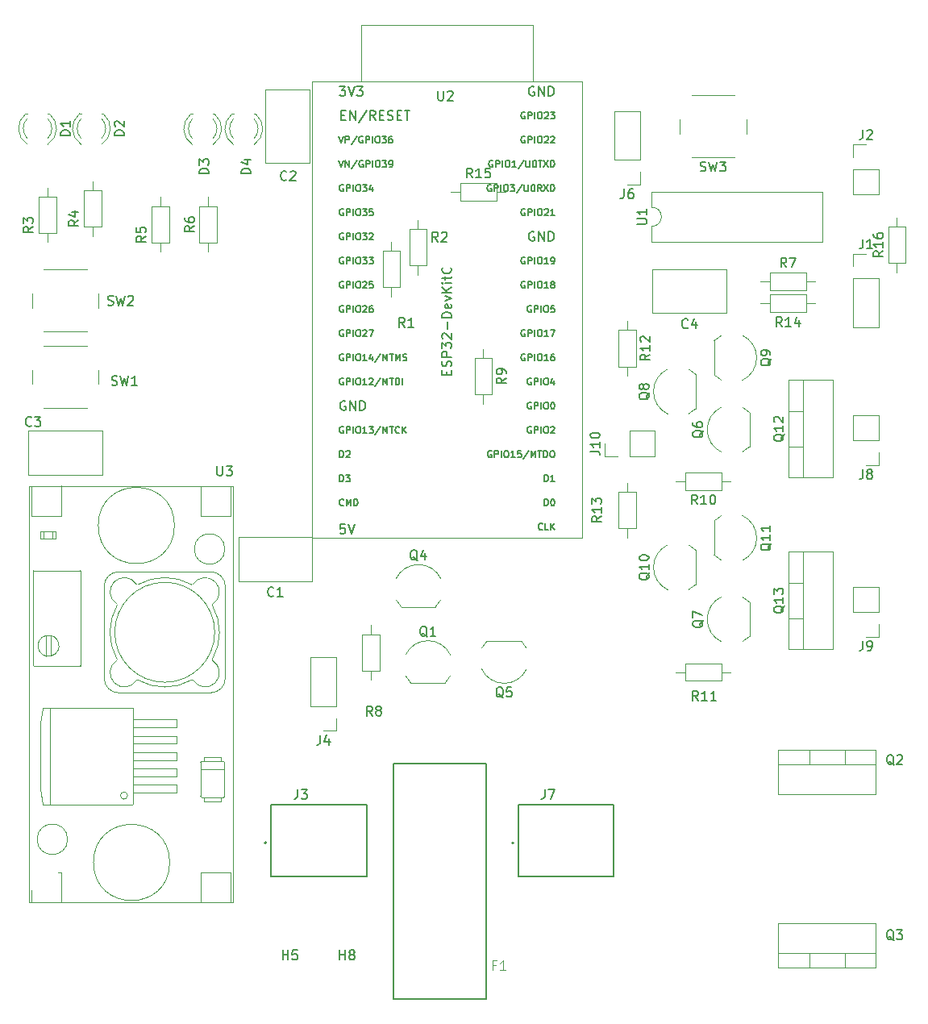
<source format=gbr>
%TF.GenerationSoftware,KiCad,Pcbnew,7.0.1-3b83917a11~172~ubuntu22.04.1*%
%TF.CreationDate,2023-05-23T10:59:46-03:00*%
%TF.ProjectId,adega_iot,61646567-615f-4696-9f74-2e6b69636164,rev?*%
%TF.SameCoordinates,Original*%
%TF.FileFunction,Legend,Top*%
%TF.FilePolarity,Positive*%
%FSLAX46Y46*%
G04 Gerber Fmt 4.6, Leading zero omitted, Abs format (unit mm)*
G04 Created by KiCad (PCBNEW 7.0.1-3b83917a11~172~ubuntu22.04.1) date 2023-05-23 10:59:46*
%MOMM*%
%LPD*%
G01*
G04 APERTURE LIST*
%ADD10C,0.150000*%
%ADD11C,0.100000*%
%ADD12C,0.120000*%
%ADD13C,0.127000*%
%ADD14C,0.200000*%
G04 APERTURE END LIST*
D10*
%TO.C,U1*%
X65972619Y-14826904D02*
X66782142Y-14826904D01*
X66782142Y-14826904D02*
X66877380Y-14779285D01*
X66877380Y-14779285D02*
X66925000Y-14731666D01*
X66925000Y-14731666D02*
X66972619Y-14636428D01*
X66972619Y-14636428D02*
X66972619Y-14445952D01*
X66972619Y-14445952D02*
X66925000Y-14350714D01*
X66925000Y-14350714D02*
X66877380Y-14303095D01*
X66877380Y-14303095D02*
X66782142Y-14255476D01*
X66782142Y-14255476D02*
X65972619Y-14255476D01*
X66972619Y-13255476D02*
X66972619Y-13826904D01*
X66972619Y-13541190D02*
X65972619Y-13541190D01*
X65972619Y-13541190D02*
X66115476Y-13636428D01*
X66115476Y-13636428D02*
X66210714Y-13731666D01*
X66210714Y-13731666D02*
X66258333Y-13826904D01*
%TO.C,*%
%TO.C,D2*%
X12080619Y-5531534D02*
X11080619Y-5531534D01*
X11080619Y-5531534D02*
X11080619Y-5293439D01*
X11080619Y-5293439D02*
X11128238Y-5150582D01*
X11128238Y-5150582D02*
X11223476Y-5055344D01*
X11223476Y-5055344D02*
X11318714Y-5007725D01*
X11318714Y-5007725D02*
X11509190Y-4960106D01*
X11509190Y-4960106D02*
X11652047Y-4960106D01*
X11652047Y-4960106D02*
X11842523Y-5007725D01*
X11842523Y-5007725D02*
X11937761Y-5055344D01*
X11937761Y-5055344D02*
X12033000Y-5150582D01*
X12033000Y-5150582D02*
X12080619Y-5293439D01*
X12080619Y-5293439D02*
X12080619Y-5531534D01*
X11175857Y-4579153D02*
X11128238Y-4531534D01*
X11128238Y-4531534D02*
X11080619Y-4436296D01*
X11080619Y-4436296D02*
X11080619Y-4198201D01*
X11080619Y-4198201D02*
X11128238Y-4102963D01*
X11128238Y-4102963D02*
X11175857Y-4055344D01*
X11175857Y-4055344D02*
X11271095Y-4007725D01*
X11271095Y-4007725D02*
X11366333Y-4007725D01*
X11366333Y-4007725D02*
X11509190Y-4055344D01*
X11509190Y-4055344D02*
X12080619Y-4626772D01*
X12080619Y-4626772D02*
X12080619Y-4007725D01*
%TO.C,Q5*%
X51904761Y-64577857D02*
X51809523Y-64530238D01*
X51809523Y-64530238D02*
X51714285Y-64435000D01*
X51714285Y-64435000D02*
X51571428Y-64292142D01*
X51571428Y-64292142D02*
X51476190Y-64244523D01*
X51476190Y-64244523D02*
X51380952Y-64244523D01*
X51428571Y-64482619D02*
X51333333Y-64435000D01*
X51333333Y-64435000D02*
X51238095Y-64339761D01*
X51238095Y-64339761D02*
X51190476Y-64149285D01*
X51190476Y-64149285D02*
X51190476Y-63815952D01*
X51190476Y-63815952D02*
X51238095Y-63625476D01*
X51238095Y-63625476D02*
X51333333Y-63530238D01*
X51333333Y-63530238D02*
X51428571Y-63482619D01*
X51428571Y-63482619D02*
X51619047Y-63482619D01*
X51619047Y-63482619D02*
X51714285Y-63530238D01*
X51714285Y-63530238D02*
X51809523Y-63625476D01*
X51809523Y-63625476D02*
X51857142Y-63815952D01*
X51857142Y-63815952D02*
X51857142Y-64149285D01*
X51857142Y-64149285D02*
X51809523Y-64339761D01*
X51809523Y-64339761D02*
X51714285Y-64435000D01*
X51714285Y-64435000D02*
X51619047Y-64482619D01*
X51619047Y-64482619D02*
X51428571Y-64482619D01*
X52761904Y-63482619D02*
X52285714Y-63482619D01*
X52285714Y-63482619D02*
X52238095Y-63958809D01*
X52238095Y-63958809D02*
X52285714Y-63911190D01*
X52285714Y-63911190D02*
X52380952Y-63863571D01*
X52380952Y-63863571D02*
X52619047Y-63863571D01*
X52619047Y-63863571D02*
X52714285Y-63911190D01*
X52714285Y-63911190D02*
X52761904Y-63958809D01*
X52761904Y-63958809D02*
X52809523Y-64054047D01*
X52809523Y-64054047D02*
X52809523Y-64292142D01*
X52809523Y-64292142D02*
X52761904Y-64387380D01*
X52761904Y-64387380D02*
X52714285Y-64435000D01*
X52714285Y-64435000D02*
X52619047Y-64482619D01*
X52619047Y-64482619D02*
X52380952Y-64482619D01*
X52380952Y-64482619D02*
X52285714Y-64435000D01*
X52285714Y-64435000D02*
X52238095Y-64387380D01*
%TO.C,*%
%TO.C,SW3*%
X72602667Y-9237000D02*
X72745524Y-9284619D01*
X72745524Y-9284619D02*
X72983619Y-9284619D01*
X72983619Y-9284619D02*
X73078857Y-9237000D01*
X73078857Y-9237000D02*
X73126476Y-9189380D01*
X73126476Y-9189380D02*
X73174095Y-9094142D01*
X73174095Y-9094142D02*
X73174095Y-8998904D01*
X73174095Y-8998904D02*
X73126476Y-8903666D01*
X73126476Y-8903666D02*
X73078857Y-8856047D01*
X73078857Y-8856047D02*
X72983619Y-8808428D01*
X72983619Y-8808428D02*
X72793143Y-8760809D01*
X72793143Y-8760809D02*
X72697905Y-8713190D01*
X72697905Y-8713190D02*
X72650286Y-8665571D01*
X72650286Y-8665571D02*
X72602667Y-8570333D01*
X72602667Y-8570333D02*
X72602667Y-8475095D01*
X72602667Y-8475095D02*
X72650286Y-8379857D01*
X72650286Y-8379857D02*
X72697905Y-8332238D01*
X72697905Y-8332238D02*
X72793143Y-8284619D01*
X72793143Y-8284619D02*
X73031238Y-8284619D01*
X73031238Y-8284619D02*
X73174095Y-8332238D01*
X73507429Y-8284619D02*
X73745524Y-9284619D01*
X73745524Y-9284619D02*
X73936000Y-8570333D01*
X73936000Y-8570333D02*
X74126476Y-9284619D01*
X74126476Y-9284619D02*
X74364572Y-8284619D01*
X74650286Y-8284619D02*
X75269333Y-8284619D01*
X75269333Y-8284619D02*
X74936000Y-8665571D01*
X74936000Y-8665571D02*
X75078857Y-8665571D01*
X75078857Y-8665571D02*
X75174095Y-8713190D01*
X75174095Y-8713190D02*
X75221714Y-8760809D01*
X75221714Y-8760809D02*
X75269333Y-8856047D01*
X75269333Y-8856047D02*
X75269333Y-9094142D01*
X75269333Y-9094142D02*
X75221714Y-9189380D01*
X75221714Y-9189380D02*
X75174095Y-9237000D01*
X75174095Y-9237000D02*
X75078857Y-9284619D01*
X75078857Y-9284619D02*
X74793143Y-9284619D01*
X74793143Y-9284619D02*
X74697905Y-9237000D01*
X74697905Y-9237000D02*
X74650286Y-9189380D01*
%TO.C,H8*%
X34738095Y-92082619D02*
X34738095Y-91082619D01*
X34738095Y-91558809D02*
X35309523Y-91558809D01*
X35309523Y-92082619D02*
X35309523Y-91082619D01*
X35928571Y-91511190D02*
X35833333Y-91463571D01*
X35833333Y-91463571D02*
X35785714Y-91415952D01*
X35785714Y-91415952D02*
X35738095Y-91320714D01*
X35738095Y-91320714D02*
X35738095Y-91273095D01*
X35738095Y-91273095D02*
X35785714Y-91177857D01*
X35785714Y-91177857D02*
X35833333Y-91130238D01*
X35833333Y-91130238D02*
X35928571Y-91082619D01*
X35928571Y-91082619D02*
X36119047Y-91082619D01*
X36119047Y-91082619D02*
X36214285Y-91130238D01*
X36214285Y-91130238D02*
X36261904Y-91177857D01*
X36261904Y-91177857D02*
X36309523Y-91273095D01*
X36309523Y-91273095D02*
X36309523Y-91320714D01*
X36309523Y-91320714D02*
X36261904Y-91415952D01*
X36261904Y-91415952D02*
X36214285Y-91463571D01*
X36214285Y-91463571D02*
X36119047Y-91511190D01*
X36119047Y-91511190D02*
X35928571Y-91511190D01*
X35928571Y-91511190D02*
X35833333Y-91558809D01*
X35833333Y-91558809D02*
X35785714Y-91606428D01*
X35785714Y-91606428D02*
X35738095Y-91701666D01*
X35738095Y-91701666D02*
X35738095Y-91892142D01*
X35738095Y-91892142D02*
X35785714Y-91987380D01*
X35785714Y-91987380D02*
X35833333Y-92035000D01*
X35833333Y-92035000D02*
X35928571Y-92082619D01*
X35928571Y-92082619D02*
X36119047Y-92082619D01*
X36119047Y-92082619D02*
X36214285Y-92035000D01*
X36214285Y-92035000D02*
X36261904Y-91987380D01*
X36261904Y-91987380D02*
X36309523Y-91892142D01*
X36309523Y-91892142D02*
X36309523Y-91701666D01*
X36309523Y-91701666D02*
X36261904Y-91606428D01*
X36261904Y-91606428D02*
X36214285Y-91558809D01*
X36214285Y-91558809D02*
X36119047Y-91511190D01*
%TO.C,R11*%
X72377142Y-64862619D02*
X72043809Y-64386428D01*
X71805714Y-64862619D02*
X71805714Y-63862619D01*
X71805714Y-63862619D02*
X72186666Y-63862619D01*
X72186666Y-63862619D02*
X72281904Y-63910238D01*
X72281904Y-63910238D02*
X72329523Y-63957857D01*
X72329523Y-63957857D02*
X72377142Y-64053095D01*
X72377142Y-64053095D02*
X72377142Y-64195952D01*
X72377142Y-64195952D02*
X72329523Y-64291190D01*
X72329523Y-64291190D02*
X72281904Y-64338809D01*
X72281904Y-64338809D02*
X72186666Y-64386428D01*
X72186666Y-64386428D02*
X71805714Y-64386428D01*
X73329523Y-64862619D02*
X72758095Y-64862619D01*
X73043809Y-64862619D02*
X73043809Y-63862619D01*
X73043809Y-63862619D02*
X72948571Y-64005476D01*
X72948571Y-64005476D02*
X72853333Y-64100714D01*
X72853333Y-64100714D02*
X72758095Y-64148333D01*
X74281904Y-64862619D02*
X73710476Y-64862619D01*
X73996190Y-64862619D02*
X73996190Y-63862619D01*
X73996190Y-63862619D02*
X73900952Y-64005476D01*
X73900952Y-64005476D02*
X73805714Y-64100714D01*
X73805714Y-64100714D02*
X73710476Y-64148333D01*
%TO.C,R12*%
X67302619Y-28517857D02*
X66826428Y-28851190D01*
X67302619Y-29089285D02*
X66302619Y-29089285D01*
X66302619Y-29089285D02*
X66302619Y-28708333D01*
X66302619Y-28708333D02*
X66350238Y-28613095D01*
X66350238Y-28613095D02*
X66397857Y-28565476D01*
X66397857Y-28565476D02*
X66493095Y-28517857D01*
X66493095Y-28517857D02*
X66635952Y-28517857D01*
X66635952Y-28517857D02*
X66731190Y-28565476D01*
X66731190Y-28565476D02*
X66778809Y-28613095D01*
X66778809Y-28613095D02*
X66826428Y-28708333D01*
X66826428Y-28708333D02*
X66826428Y-29089285D01*
X67302619Y-27565476D02*
X67302619Y-28136904D01*
X67302619Y-27851190D02*
X66302619Y-27851190D01*
X66302619Y-27851190D02*
X66445476Y-27946428D01*
X66445476Y-27946428D02*
X66540714Y-28041666D01*
X66540714Y-28041666D02*
X66588333Y-28136904D01*
X66397857Y-27184523D02*
X66350238Y-27136904D01*
X66350238Y-27136904D02*
X66302619Y-27041666D01*
X66302619Y-27041666D02*
X66302619Y-26803571D01*
X66302619Y-26803571D02*
X66350238Y-26708333D01*
X66350238Y-26708333D02*
X66397857Y-26660714D01*
X66397857Y-26660714D02*
X66493095Y-26613095D01*
X66493095Y-26613095D02*
X66588333Y-26613095D01*
X66588333Y-26613095D02*
X66731190Y-26660714D01*
X66731190Y-26660714D02*
X67302619Y-27232142D01*
X67302619Y-27232142D02*
X67302619Y-26613095D01*
%TO.C,*%
%TO.C,Q10*%
X67277857Y-51446428D02*
X67230238Y-51541666D01*
X67230238Y-51541666D02*
X67135000Y-51636904D01*
X67135000Y-51636904D02*
X66992142Y-51779761D01*
X66992142Y-51779761D02*
X66944523Y-51874999D01*
X66944523Y-51874999D02*
X66944523Y-51970237D01*
X67182619Y-51922618D02*
X67135000Y-52017856D01*
X67135000Y-52017856D02*
X67039761Y-52113094D01*
X67039761Y-52113094D02*
X66849285Y-52160713D01*
X66849285Y-52160713D02*
X66515952Y-52160713D01*
X66515952Y-52160713D02*
X66325476Y-52113094D01*
X66325476Y-52113094D02*
X66230238Y-52017856D01*
X66230238Y-52017856D02*
X66182619Y-51922618D01*
X66182619Y-51922618D02*
X66182619Y-51732142D01*
X66182619Y-51732142D02*
X66230238Y-51636904D01*
X66230238Y-51636904D02*
X66325476Y-51541666D01*
X66325476Y-51541666D02*
X66515952Y-51494047D01*
X66515952Y-51494047D02*
X66849285Y-51494047D01*
X66849285Y-51494047D02*
X67039761Y-51541666D01*
X67039761Y-51541666D02*
X67135000Y-51636904D01*
X67135000Y-51636904D02*
X67182619Y-51732142D01*
X67182619Y-51732142D02*
X67182619Y-51922618D01*
X67182619Y-50541666D02*
X67182619Y-51113094D01*
X67182619Y-50827380D02*
X66182619Y-50827380D01*
X66182619Y-50827380D02*
X66325476Y-50922618D01*
X66325476Y-50922618D02*
X66420714Y-51017856D01*
X66420714Y-51017856D02*
X66468333Y-51113094D01*
X66182619Y-49922618D02*
X66182619Y-49827380D01*
X66182619Y-49827380D02*
X66230238Y-49732142D01*
X66230238Y-49732142D02*
X66277857Y-49684523D01*
X66277857Y-49684523D02*
X66373095Y-49636904D01*
X66373095Y-49636904D02*
X66563571Y-49589285D01*
X66563571Y-49589285D02*
X66801666Y-49589285D01*
X66801666Y-49589285D02*
X66992142Y-49636904D01*
X66992142Y-49636904D02*
X67087380Y-49684523D01*
X67087380Y-49684523D02*
X67135000Y-49732142D01*
X67135000Y-49732142D02*
X67182619Y-49827380D01*
X67182619Y-49827380D02*
X67182619Y-49922618D01*
X67182619Y-49922618D02*
X67135000Y-50017856D01*
X67135000Y-50017856D02*
X67087380Y-50065475D01*
X67087380Y-50065475D02*
X66992142Y-50113094D01*
X66992142Y-50113094D02*
X66801666Y-50160713D01*
X66801666Y-50160713D02*
X66563571Y-50160713D01*
X66563571Y-50160713D02*
X66373095Y-50113094D01*
X66373095Y-50113094D02*
X66277857Y-50065475D01*
X66277857Y-50065475D02*
X66230238Y-50017856D01*
X66230238Y-50017856D02*
X66182619Y-49922618D01*
%TO.C,Q8*%
X67277857Y-32510238D02*
X67230238Y-32605476D01*
X67230238Y-32605476D02*
X67135000Y-32700714D01*
X67135000Y-32700714D02*
X66992142Y-32843571D01*
X66992142Y-32843571D02*
X66944523Y-32938809D01*
X66944523Y-32938809D02*
X66944523Y-33034047D01*
X67182619Y-32986428D02*
X67135000Y-33081666D01*
X67135000Y-33081666D02*
X67039761Y-33176904D01*
X67039761Y-33176904D02*
X66849285Y-33224523D01*
X66849285Y-33224523D02*
X66515952Y-33224523D01*
X66515952Y-33224523D02*
X66325476Y-33176904D01*
X66325476Y-33176904D02*
X66230238Y-33081666D01*
X66230238Y-33081666D02*
X66182619Y-32986428D01*
X66182619Y-32986428D02*
X66182619Y-32795952D01*
X66182619Y-32795952D02*
X66230238Y-32700714D01*
X66230238Y-32700714D02*
X66325476Y-32605476D01*
X66325476Y-32605476D02*
X66515952Y-32557857D01*
X66515952Y-32557857D02*
X66849285Y-32557857D01*
X66849285Y-32557857D02*
X67039761Y-32605476D01*
X67039761Y-32605476D02*
X67135000Y-32700714D01*
X67135000Y-32700714D02*
X67182619Y-32795952D01*
X67182619Y-32795952D02*
X67182619Y-32986428D01*
X66611190Y-31986428D02*
X66563571Y-32081666D01*
X66563571Y-32081666D02*
X66515952Y-32129285D01*
X66515952Y-32129285D02*
X66420714Y-32176904D01*
X66420714Y-32176904D02*
X66373095Y-32176904D01*
X66373095Y-32176904D02*
X66277857Y-32129285D01*
X66277857Y-32129285D02*
X66230238Y-32081666D01*
X66230238Y-32081666D02*
X66182619Y-31986428D01*
X66182619Y-31986428D02*
X66182619Y-31795952D01*
X66182619Y-31795952D02*
X66230238Y-31700714D01*
X66230238Y-31700714D02*
X66277857Y-31653095D01*
X66277857Y-31653095D02*
X66373095Y-31605476D01*
X66373095Y-31605476D02*
X66420714Y-31605476D01*
X66420714Y-31605476D02*
X66515952Y-31653095D01*
X66515952Y-31653095D02*
X66563571Y-31700714D01*
X66563571Y-31700714D02*
X66611190Y-31795952D01*
X66611190Y-31795952D02*
X66611190Y-31986428D01*
X66611190Y-31986428D02*
X66658809Y-32081666D01*
X66658809Y-32081666D02*
X66706428Y-32129285D01*
X66706428Y-32129285D02*
X66801666Y-32176904D01*
X66801666Y-32176904D02*
X66992142Y-32176904D01*
X66992142Y-32176904D02*
X67087380Y-32129285D01*
X67087380Y-32129285D02*
X67135000Y-32081666D01*
X67135000Y-32081666D02*
X67182619Y-31986428D01*
X67182619Y-31986428D02*
X67182619Y-31795952D01*
X67182619Y-31795952D02*
X67135000Y-31700714D01*
X67135000Y-31700714D02*
X67087380Y-31653095D01*
X67087380Y-31653095D02*
X66992142Y-31605476D01*
X66992142Y-31605476D02*
X66801666Y-31605476D01*
X66801666Y-31605476D02*
X66706428Y-31653095D01*
X66706428Y-31653095D02*
X66658809Y-31700714D01*
X66658809Y-31700714D02*
X66611190Y-31795952D01*
%TO.C,*%
%TO.C,R3*%
X2522619Y-15096666D02*
X2046428Y-15429999D01*
X2522619Y-15668094D02*
X1522619Y-15668094D01*
X1522619Y-15668094D02*
X1522619Y-15287142D01*
X1522619Y-15287142D02*
X1570238Y-15191904D01*
X1570238Y-15191904D02*
X1617857Y-15144285D01*
X1617857Y-15144285D02*
X1713095Y-15096666D01*
X1713095Y-15096666D02*
X1855952Y-15096666D01*
X1855952Y-15096666D02*
X1951190Y-15144285D01*
X1951190Y-15144285D02*
X1998809Y-15191904D01*
X1998809Y-15191904D02*
X2046428Y-15287142D01*
X2046428Y-15287142D02*
X2046428Y-15668094D01*
X1522619Y-14763332D02*
X1522619Y-14144285D01*
X1522619Y-14144285D02*
X1903571Y-14477618D01*
X1903571Y-14477618D02*
X1903571Y-14334761D01*
X1903571Y-14334761D02*
X1951190Y-14239523D01*
X1951190Y-14239523D02*
X1998809Y-14191904D01*
X1998809Y-14191904D02*
X2094047Y-14144285D01*
X2094047Y-14144285D02*
X2332142Y-14144285D01*
X2332142Y-14144285D02*
X2427380Y-14191904D01*
X2427380Y-14191904D02*
X2475000Y-14239523D01*
X2475000Y-14239523D02*
X2522619Y-14334761D01*
X2522619Y-14334761D02*
X2522619Y-14620475D01*
X2522619Y-14620475D02*
X2475000Y-14715713D01*
X2475000Y-14715713D02*
X2427380Y-14763332D01*
%TO.C,*%
%TO.C,R10*%
X72277142Y-44257619D02*
X71943809Y-43781428D01*
X71705714Y-44257619D02*
X71705714Y-43257619D01*
X71705714Y-43257619D02*
X72086666Y-43257619D01*
X72086666Y-43257619D02*
X72181904Y-43305238D01*
X72181904Y-43305238D02*
X72229523Y-43352857D01*
X72229523Y-43352857D02*
X72277142Y-43448095D01*
X72277142Y-43448095D02*
X72277142Y-43590952D01*
X72277142Y-43590952D02*
X72229523Y-43686190D01*
X72229523Y-43686190D02*
X72181904Y-43733809D01*
X72181904Y-43733809D02*
X72086666Y-43781428D01*
X72086666Y-43781428D02*
X71705714Y-43781428D01*
X73229523Y-44257619D02*
X72658095Y-44257619D01*
X72943809Y-44257619D02*
X72943809Y-43257619D01*
X72943809Y-43257619D02*
X72848571Y-43400476D01*
X72848571Y-43400476D02*
X72753333Y-43495714D01*
X72753333Y-43495714D02*
X72658095Y-43543333D01*
X73848571Y-43257619D02*
X73943809Y-43257619D01*
X73943809Y-43257619D02*
X74039047Y-43305238D01*
X74039047Y-43305238D02*
X74086666Y-43352857D01*
X74086666Y-43352857D02*
X74134285Y-43448095D01*
X74134285Y-43448095D02*
X74181904Y-43638571D01*
X74181904Y-43638571D02*
X74181904Y-43876666D01*
X74181904Y-43876666D02*
X74134285Y-44067142D01*
X74134285Y-44067142D02*
X74086666Y-44162380D01*
X74086666Y-44162380D02*
X74039047Y-44210000D01*
X74039047Y-44210000D02*
X73943809Y-44257619D01*
X73943809Y-44257619D02*
X73848571Y-44257619D01*
X73848571Y-44257619D02*
X73753333Y-44210000D01*
X73753333Y-44210000D02*
X73705714Y-44162380D01*
X73705714Y-44162380D02*
X73658095Y-44067142D01*
X73658095Y-44067142D02*
X73610476Y-43876666D01*
X73610476Y-43876666D02*
X73610476Y-43638571D01*
X73610476Y-43638571D02*
X73658095Y-43448095D01*
X73658095Y-43448095D02*
X73705714Y-43352857D01*
X73705714Y-43352857D02*
X73753333Y-43305238D01*
X73753333Y-43305238D02*
X73848571Y-43257619D01*
%TO.C,R4*%
X7282619Y-14421666D02*
X6806428Y-14754999D01*
X7282619Y-14993094D02*
X6282619Y-14993094D01*
X6282619Y-14993094D02*
X6282619Y-14612142D01*
X6282619Y-14612142D02*
X6330238Y-14516904D01*
X6330238Y-14516904D02*
X6377857Y-14469285D01*
X6377857Y-14469285D02*
X6473095Y-14421666D01*
X6473095Y-14421666D02*
X6615952Y-14421666D01*
X6615952Y-14421666D02*
X6711190Y-14469285D01*
X6711190Y-14469285D02*
X6758809Y-14516904D01*
X6758809Y-14516904D02*
X6806428Y-14612142D01*
X6806428Y-14612142D02*
X6806428Y-14993094D01*
X6615952Y-13564523D02*
X7282619Y-13564523D01*
X6235000Y-13802618D02*
X6949285Y-14040713D01*
X6949285Y-14040713D02*
X6949285Y-13421666D01*
%TO.C,Q6*%
X72917857Y-36510238D02*
X72870238Y-36605476D01*
X72870238Y-36605476D02*
X72775000Y-36700714D01*
X72775000Y-36700714D02*
X72632142Y-36843571D01*
X72632142Y-36843571D02*
X72584523Y-36938809D01*
X72584523Y-36938809D02*
X72584523Y-37034047D01*
X72822619Y-36986428D02*
X72775000Y-37081666D01*
X72775000Y-37081666D02*
X72679761Y-37176904D01*
X72679761Y-37176904D02*
X72489285Y-37224523D01*
X72489285Y-37224523D02*
X72155952Y-37224523D01*
X72155952Y-37224523D02*
X71965476Y-37176904D01*
X71965476Y-37176904D02*
X71870238Y-37081666D01*
X71870238Y-37081666D02*
X71822619Y-36986428D01*
X71822619Y-36986428D02*
X71822619Y-36795952D01*
X71822619Y-36795952D02*
X71870238Y-36700714D01*
X71870238Y-36700714D02*
X71965476Y-36605476D01*
X71965476Y-36605476D02*
X72155952Y-36557857D01*
X72155952Y-36557857D02*
X72489285Y-36557857D01*
X72489285Y-36557857D02*
X72679761Y-36605476D01*
X72679761Y-36605476D02*
X72775000Y-36700714D01*
X72775000Y-36700714D02*
X72822619Y-36795952D01*
X72822619Y-36795952D02*
X72822619Y-36986428D01*
X71822619Y-35700714D02*
X71822619Y-35891190D01*
X71822619Y-35891190D02*
X71870238Y-35986428D01*
X71870238Y-35986428D02*
X71917857Y-36034047D01*
X71917857Y-36034047D02*
X72060714Y-36129285D01*
X72060714Y-36129285D02*
X72251190Y-36176904D01*
X72251190Y-36176904D02*
X72632142Y-36176904D01*
X72632142Y-36176904D02*
X72727380Y-36129285D01*
X72727380Y-36129285D02*
X72775000Y-36081666D01*
X72775000Y-36081666D02*
X72822619Y-35986428D01*
X72822619Y-35986428D02*
X72822619Y-35795952D01*
X72822619Y-35795952D02*
X72775000Y-35700714D01*
X72775000Y-35700714D02*
X72727380Y-35653095D01*
X72727380Y-35653095D02*
X72632142Y-35605476D01*
X72632142Y-35605476D02*
X72394047Y-35605476D01*
X72394047Y-35605476D02*
X72298809Y-35653095D01*
X72298809Y-35653095D02*
X72251190Y-35700714D01*
X72251190Y-35700714D02*
X72203571Y-35795952D01*
X72203571Y-35795952D02*
X72203571Y-35986428D01*
X72203571Y-35986428D02*
X72251190Y-36081666D01*
X72251190Y-36081666D02*
X72298809Y-36129285D01*
X72298809Y-36129285D02*
X72394047Y-36176904D01*
%TO.C,*%
%TO.C,R2*%
X45053333Y-16662619D02*
X44720000Y-16186428D01*
X44481905Y-16662619D02*
X44481905Y-15662619D01*
X44481905Y-15662619D02*
X44862857Y-15662619D01*
X44862857Y-15662619D02*
X44958095Y-15710238D01*
X44958095Y-15710238D02*
X45005714Y-15757857D01*
X45005714Y-15757857D02*
X45053333Y-15853095D01*
X45053333Y-15853095D02*
X45053333Y-15995952D01*
X45053333Y-15995952D02*
X45005714Y-16091190D01*
X45005714Y-16091190D02*
X44958095Y-16138809D01*
X44958095Y-16138809D02*
X44862857Y-16186428D01*
X44862857Y-16186428D02*
X44481905Y-16186428D01*
X45434286Y-15757857D02*
X45481905Y-15710238D01*
X45481905Y-15710238D02*
X45577143Y-15662619D01*
X45577143Y-15662619D02*
X45815238Y-15662619D01*
X45815238Y-15662619D02*
X45910476Y-15710238D01*
X45910476Y-15710238D02*
X45958095Y-15757857D01*
X45958095Y-15757857D02*
X46005714Y-15853095D01*
X46005714Y-15853095D02*
X46005714Y-15948333D01*
X46005714Y-15948333D02*
X45958095Y-16091190D01*
X45958095Y-16091190D02*
X45386667Y-16662619D01*
X45386667Y-16662619D02*
X46005714Y-16662619D01*
%TO.C,Q11*%
X80037857Y-48366428D02*
X79990238Y-48461666D01*
X79990238Y-48461666D02*
X79895000Y-48556904D01*
X79895000Y-48556904D02*
X79752142Y-48699761D01*
X79752142Y-48699761D02*
X79704523Y-48794999D01*
X79704523Y-48794999D02*
X79704523Y-48890237D01*
X79942619Y-48842618D02*
X79895000Y-48937856D01*
X79895000Y-48937856D02*
X79799761Y-49033094D01*
X79799761Y-49033094D02*
X79609285Y-49080713D01*
X79609285Y-49080713D02*
X79275952Y-49080713D01*
X79275952Y-49080713D02*
X79085476Y-49033094D01*
X79085476Y-49033094D02*
X78990238Y-48937856D01*
X78990238Y-48937856D02*
X78942619Y-48842618D01*
X78942619Y-48842618D02*
X78942619Y-48652142D01*
X78942619Y-48652142D02*
X78990238Y-48556904D01*
X78990238Y-48556904D02*
X79085476Y-48461666D01*
X79085476Y-48461666D02*
X79275952Y-48414047D01*
X79275952Y-48414047D02*
X79609285Y-48414047D01*
X79609285Y-48414047D02*
X79799761Y-48461666D01*
X79799761Y-48461666D02*
X79895000Y-48556904D01*
X79895000Y-48556904D02*
X79942619Y-48652142D01*
X79942619Y-48652142D02*
X79942619Y-48842618D01*
X79942619Y-47461666D02*
X79942619Y-48033094D01*
X79942619Y-47747380D02*
X78942619Y-47747380D01*
X78942619Y-47747380D02*
X79085476Y-47842618D01*
X79085476Y-47842618D02*
X79180714Y-47937856D01*
X79180714Y-47937856D02*
X79228333Y-48033094D01*
X79942619Y-46509285D02*
X79942619Y-47080713D01*
X79942619Y-46794999D02*
X78942619Y-46794999D01*
X78942619Y-46794999D02*
X79085476Y-46890237D01*
X79085476Y-46890237D02*
X79180714Y-46985475D01*
X79180714Y-46985475D02*
X79228333Y-47080713D01*
%TO.C,R16*%
X91782619Y-17660857D02*
X91306428Y-17994190D01*
X91782619Y-18232285D02*
X90782619Y-18232285D01*
X90782619Y-18232285D02*
X90782619Y-17851333D01*
X90782619Y-17851333D02*
X90830238Y-17756095D01*
X90830238Y-17756095D02*
X90877857Y-17708476D01*
X90877857Y-17708476D02*
X90973095Y-17660857D01*
X90973095Y-17660857D02*
X91115952Y-17660857D01*
X91115952Y-17660857D02*
X91211190Y-17708476D01*
X91211190Y-17708476D02*
X91258809Y-17756095D01*
X91258809Y-17756095D02*
X91306428Y-17851333D01*
X91306428Y-17851333D02*
X91306428Y-18232285D01*
X91782619Y-16708476D02*
X91782619Y-17279904D01*
X91782619Y-16994190D02*
X90782619Y-16994190D01*
X90782619Y-16994190D02*
X90925476Y-17089428D01*
X90925476Y-17089428D02*
X91020714Y-17184666D01*
X91020714Y-17184666D02*
X91068333Y-17279904D01*
X90782619Y-15851333D02*
X90782619Y-16041809D01*
X90782619Y-16041809D02*
X90830238Y-16137047D01*
X90830238Y-16137047D02*
X90877857Y-16184666D01*
X90877857Y-16184666D02*
X91020714Y-16279904D01*
X91020714Y-16279904D02*
X91211190Y-16327523D01*
X91211190Y-16327523D02*
X91592142Y-16327523D01*
X91592142Y-16327523D02*
X91687380Y-16279904D01*
X91687380Y-16279904D02*
X91735000Y-16232285D01*
X91735000Y-16232285D02*
X91782619Y-16137047D01*
X91782619Y-16137047D02*
X91782619Y-15946571D01*
X91782619Y-15946571D02*
X91735000Y-15851333D01*
X91735000Y-15851333D02*
X91687380Y-15803714D01*
X91687380Y-15803714D02*
X91592142Y-15756095D01*
X91592142Y-15756095D02*
X91354047Y-15756095D01*
X91354047Y-15756095D02*
X91258809Y-15803714D01*
X91258809Y-15803714D02*
X91211190Y-15851333D01*
X91211190Y-15851333D02*
X91163571Y-15946571D01*
X91163571Y-15946571D02*
X91163571Y-16137047D01*
X91163571Y-16137047D02*
X91211190Y-16232285D01*
X91211190Y-16232285D02*
X91258809Y-16279904D01*
X91258809Y-16279904D02*
X91354047Y-16327523D01*
%TO.C,*%
%TO.C,J1*%
X89666666Y-16412619D02*
X89666666Y-17126904D01*
X89666666Y-17126904D02*
X89619047Y-17269761D01*
X89619047Y-17269761D02*
X89523809Y-17365000D01*
X89523809Y-17365000D02*
X89380952Y-17412619D01*
X89380952Y-17412619D02*
X89285714Y-17412619D01*
X90666666Y-17412619D02*
X90095238Y-17412619D01*
X90380952Y-17412619D02*
X90380952Y-16412619D01*
X90380952Y-16412619D02*
X90285714Y-16555476D01*
X90285714Y-16555476D02*
X90190476Y-16650714D01*
X90190476Y-16650714D02*
X90095238Y-16698333D01*
%TO.C,H5*%
X28738095Y-92082619D02*
X28738095Y-91082619D01*
X28738095Y-91558809D02*
X29309523Y-91558809D01*
X29309523Y-92082619D02*
X29309523Y-91082619D01*
X30261904Y-91082619D02*
X29785714Y-91082619D01*
X29785714Y-91082619D02*
X29738095Y-91558809D01*
X29738095Y-91558809D02*
X29785714Y-91511190D01*
X29785714Y-91511190D02*
X29880952Y-91463571D01*
X29880952Y-91463571D02*
X30119047Y-91463571D01*
X30119047Y-91463571D02*
X30214285Y-91511190D01*
X30214285Y-91511190D02*
X30261904Y-91558809D01*
X30261904Y-91558809D02*
X30309523Y-91654047D01*
X30309523Y-91654047D02*
X30309523Y-91892142D01*
X30309523Y-91892142D02*
X30261904Y-91987380D01*
X30261904Y-91987380D02*
X30214285Y-92035000D01*
X30214285Y-92035000D02*
X30119047Y-92082619D01*
X30119047Y-92082619D02*
X29880952Y-92082619D01*
X29880952Y-92082619D02*
X29785714Y-92035000D01*
X29785714Y-92035000D02*
X29738095Y-91987380D01*
%TO.C,*%
%TO.C,J6*%
X64586666Y-11152619D02*
X64586666Y-11866904D01*
X64586666Y-11866904D02*
X64539047Y-12009761D01*
X64539047Y-12009761D02*
X64443809Y-12105000D01*
X64443809Y-12105000D02*
X64300952Y-12152619D01*
X64300952Y-12152619D02*
X64205714Y-12152619D01*
X65491428Y-11152619D02*
X65300952Y-11152619D01*
X65300952Y-11152619D02*
X65205714Y-11200238D01*
X65205714Y-11200238D02*
X65158095Y-11247857D01*
X65158095Y-11247857D02*
X65062857Y-11390714D01*
X65062857Y-11390714D02*
X65015238Y-11581190D01*
X65015238Y-11581190D02*
X65015238Y-11962142D01*
X65015238Y-11962142D02*
X65062857Y-12057380D01*
X65062857Y-12057380D02*
X65110476Y-12105000D01*
X65110476Y-12105000D02*
X65205714Y-12152619D01*
X65205714Y-12152619D02*
X65396190Y-12152619D01*
X65396190Y-12152619D02*
X65491428Y-12105000D01*
X65491428Y-12105000D02*
X65539047Y-12057380D01*
X65539047Y-12057380D02*
X65586666Y-11962142D01*
X65586666Y-11962142D02*
X65586666Y-11724047D01*
X65586666Y-11724047D02*
X65539047Y-11628809D01*
X65539047Y-11628809D02*
X65491428Y-11581190D01*
X65491428Y-11581190D02*
X65396190Y-11533571D01*
X65396190Y-11533571D02*
X65205714Y-11533571D01*
X65205714Y-11533571D02*
X65110476Y-11581190D01*
X65110476Y-11581190D02*
X65062857Y-11628809D01*
X65062857Y-11628809D02*
X65015238Y-11724047D01*
%TO.C,D3*%
X20982619Y-9538094D02*
X19982619Y-9538094D01*
X19982619Y-9538094D02*
X19982619Y-9299999D01*
X19982619Y-9299999D02*
X20030238Y-9157142D01*
X20030238Y-9157142D02*
X20125476Y-9061904D01*
X20125476Y-9061904D02*
X20220714Y-9014285D01*
X20220714Y-9014285D02*
X20411190Y-8966666D01*
X20411190Y-8966666D02*
X20554047Y-8966666D01*
X20554047Y-8966666D02*
X20744523Y-9014285D01*
X20744523Y-9014285D02*
X20839761Y-9061904D01*
X20839761Y-9061904D02*
X20935000Y-9157142D01*
X20935000Y-9157142D02*
X20982619Y-9299999D01*
X20982619Y-9299999D02*
X20982619Y-9538094D01*
X19982619Y-8633332D02*
X19982619Y-8014285D01*
X19982619Y-8014285D02*
X20363571Y-8347618D01*
X20363571Y-8347618D02*
X20363571Y-8204761D01*
X20363571Y-8204761D02*
X20411190Y-8109523D01*
X20411190Y-8109523D02*
X20458809Y-8061904D01*
X20458809Y-8061904D02*
X20554047Y-8014285D01*
X20554047Y-8014285D02*
X20792142Y-8014285D01*
X20792142Y-8014285D02*
X20887380Y-8061904D01*
X20887380Y-8061904D02*
X20935000Y-8109523D01*
X20935000Y-8109523D02*
X20982619Y-8204761D01*
X20982619Y-8204761D02*
X20982619Y-8490475D01*
X20982619Y-8490475D02*
X20935000Y-8585713D01*
X20935000Y-8585713D02*
X20887380Y-8633332D01*
%TO.C,R6*%
X19462619Y-15041666D02*
X18986428Y-15374999D01*
X19462619Y-15613094D02*
X18462619Y-15613094D01*
X18462619Y-15613094D02*
X18462619Y-15232142D01*
X18462619Y-15232142D02*
X18510238Y-15136904D01*
X18510238Y-15136904D02*
X18557857Y-15089285D01*
X18557857Y-15089285D02*
X18653095Y-15041666D01*
X18653095Y-15041666D02*
X18795952Y-15041666D01*
X18795952Y-15041666D02*
X18891190Y-15089285D01*
X18891190Y-15089285D02*
X18938809Y-15136904D01*
X18938809Y-15136904D02*
X18986428Y-15232142D01*
X18986428Y-15232142D02*
X18986428Y-15613094D01*
X18462619Y-14184523D02*
X18462619Y-14374999D01*
X18462619Y-14374999D02*
X18510238Y-14470237D01*
X18510238Y-14470237D02*
X18557857Y-14517856D01*
X18557857Y-14517856D02*
X18700714Y-14613094D01*
X18700714Y-14613094D02*
X18891190Y-14660713D01*
X18891190Y-14660713D02*
X19272142Y-14660713D01*
X19272142Y-14660713D02*
X19367380Y-14613094D01*
X19367380Y-14613094D02*
X19415000Y-14565475D01*
X19415000Y-14565475D02*
X19462619Y-14470237D01*
X19462619Y-14470237D02*
X19462619Y-14279761D01*
X19462619Y-14279761D02*
X19415000Y-14184523D01*
X19415000Y-14184523D02*
X19367380Y-14136904D01*
X19367380Y-14136904D02*
X19272142Y-14089285D01*
X19272142Y-14089285D02*
X19034047Y-14089285D01*
X19034047Y-14089285D02*
X18938809Y-14136904D01*
X18938809Y-14136904D02*
X18891190Y-14184523D01*
X18891190Y-14184523D02*
X18843571Y-14279761D01*
X18843571Y-14279761D02*
X18843571Y-14470237D01*
X18843571Y-14470237D02*
X18891190Y-14565475D01*
X18891190Y-14565475D02*
X18938809Y-14613094D01*
X18938809Y-14613094D02*
X19034047Y-14660713D01*
%TO.C,Q13*%
X81399857Y-54927428D02*
X81352238Y-55022666D01*
X81352238Y-55022666D02*
X81257000Y-55117904D01*
X81257000Y-55117904D02*
X81114142Y-55260761D01*
X81114142Y-55260761D02*
X81066523Y-55355999D01*
X81066523Y-55355999D02*
X81066523Y-55451237D01*
X81304619Y-55403618D02*
X81257000Y-55498856D01*
X81257000Y-55498856D02*
X81161761Y-55594094D01*
X81161761Y-55594094D02*
X80971285Y-55641713D01*
X80971285Y-55641713D02*
X80637952Y-55641713D01*
X80637952Y-55641713D02*
X80447476Y-55594094D01*
X80447476Y-55594094D02*
X80352238Y-55498856D01*
X80352238Y-55498856D02*
X80304619Y-55403618D01*
X80304619Y-55403618D02*
X80304619Y-55213142D01*
X80304619Y-55213142D02*
X80352238Y-55117904D01*
X80352238Y-55117904D02*
X80447476Y-55022666D01*
X80447476Y-55022666D02*
X80637952Y-54975047D01*
X80637952Y-54975047D02*
X80971285Y-54975047D01*
X80971285Y-54975047D02*
X81161761Y-55022666D01*
X81161761Y-55022666D02*
X81257000Y-55117904D01*
X81257000Y-55117904D02*
X81304619Y-55213142D01*
X81304619Y-55213142D02*
X81304619Y-55403618D01*
X81304619Y-54022666D02*
X81304619Y-54594094D01*
X81304619Y-54308380D02*
X80304619Y-54308380D01*
X80304619Y-54308380D02*
X80447476Y-54403618D01*
X80447476Y-54403618D02*
X80542714Y-54498856D01*
X80542714Y-54498856D02*
X80590333Y-54594094D01*
X80304619Y-53689332D02*
X80304619Y-53070285D01*
X80304619Y-53070285D02*
X80685571Y-53403618D01*
X80685571Y-53403618D02*
X80685571Y-53260761D01*
X80685571Y-53260761D02*
X80733190Y-53165523D01*
X80733190Y-53165523D02*
X80780809Y-53117904D01*
X80780809Y-53117904D02*
X80876047Y-53070285D01*
X80876047Y-53070285D02*
X81114142Y-53070285D01*
X81114142Y-53070285D02*
X81209380Y-53117904D01*
X81209380Y-53117904D02*
X81257000Y-53165523D01*
X81257000Y-53165523D02*
X81304619Y-53260761D01*
X81304619Y-53260761D02*
X81304619Y-53546475D01*
X81304619Y-53546475D02*
X81257000Y-53641713D01*
X81257000Y-53641713D02*
X81209380Y-53689332D01*
%TO.C,J9*%
X89666666Y-58612619D02*
X89666666Y-59326904D01*
X89666666Y-59326904D02*
X89619047Y-59469761D01*
X89619047Y-59469761D02*
X89523809Y-59565000D01*
X89523809Y-59565000D02*
X89380952Y-59612619D01*
X89380952Y-59612619D02*
X89285714Y-59612619D01*
X90190476Y-59612619D02*
X90380952Y-59612619D01*
X90380952Y-59612619D02*
X90476190Y-59565000D01*
X90476190Y-59565000D02*
X90523809Y-59517380D01*
X90523809Y-59517380D02*
X90619047Y-59374523D01*
X90619047Y-59374523D02*
X90666666Y-59184047D01*
X90666666Y-59184047D02*
X90666666Y-58803095D01*
X90666666Y-58803095D02*
X90619047Y-58707857D01*
X90619047Y-58707857D02*
X90571428Y-58660238D01*
X90571428Y-58660238D02*
X90476190Y-58612619D01*
X90476190Y-58612619D02*
X90285714Y-58612619D01*
X90285714Y-58612619D02*
X90190476Y-58660238D01*
X90190476Y-58660238D02*
X90142857Y-58707857D01*
X90142857Y-58707857D02*
X90095238Y-58803095D01*
X90095238Y-58803095D02*
X90095238Y-59041190D01*
X90095238Y-59041190D02*
X90142857Y-59136428D01*
X90142857Y-59136428D02*
X90190476Y-59184047D01*
X90190476Y-59184047D02*
X90285714Y-59231666D01*
X90285714Y-59231666D02*
X90476190Y-59231666D01*
X90476190Y-59231666D02*
X90571428Y-59184047D01*
X90571428Y-59184047D02*
X90619047Y-59136428D01*
X90619047Y-59136428D02*
X90666666Y-59041190D01*
%TO.C,SW2*%
X10386667Y-23315000D02*
X10529524Y-23362619D01*
X10529524Y-23362619D02*
X10767619Y-23362619D01*
X10767619Y-23362619D02*
X10862857Y-23315000D01*
X10862857Y-23315000D02*
X10910476Y-23267380D01*
X10910476Y-23267380D02*
X10958095Y-23172142D01*
X10958095Y-23172142D02*
X10958095Y-23076904D01*
X10958095Y-23076904D02*
X10910476Y-22981666D01*
X10910476Y-22981666D02*
X10862857Y-22934047D01*
X10862857Y-22934047D02*
X10767619Y-22886428D01*
X10767619Y-22886428D02*
X10577143Y-22838809D01*
X10577143Y-22838809D02*
X10481905Y-22791190D01*
X10481905Y-22791190D02*
X10434286Y-22743571D01*
X10434286Y-22743571D02*
X10386667Y-22648333D01*
X10386667Y-22648333D02*
X10386667Y-22553095D01*
X10386667Y-22553095D02*
X10434286Y-22457857D01*
X10434286Y-22457857D02*
X10481905Y-22410238D01*
X10481905Y-22410238D02*
X10577143Y-22362619D01*
X10577143Y-22362619D02*
X10815238Y-22362619D01*
X10815238Y-22362619D02*
X10958095Y-22410238D01*
X11291429Y-22362619D02*
X11529524Y-23362619D01*
X11529524Y-23362619D02*
X11720000Y-22648333D01*
X11720000Y-22648333D02*
X11910476Y-23362619D01*
X11910476Y-23362619D02*
X12148572Y-22362619D01*
X12481905Y-22457857D02*
X12529524Y-22410238D01*
X12529524Y-22410238D02*
X12624762Y-22362619D01*
X12624762Y-22362619D02*
X12862857Y-22362619D01*
X12862857Y-22362619D02*
X12958095Y-22410238D01*
X12958095Y-22410238D02*
X13005714Y-22457857D01*
X13005714Y-22457857D02*
X13053333Y-22553095D01*
X13053333Y-22553095D02*
X13053333Y-22648333D01*
X13053333Y-22648333D02*
X13005714Y-22791190D01*
X13005714Y-22791190D02*
X12434286Y-23362619D01*
X12434286Y-23362619D02*
X13053333Y-23362619D01*
%TO.C,C3*%
X2353333Y-35967380D02*
X2305714Y-36015000D01*
X2305714Y-36015000D02*
X2162857Y-36062619D01*
X2162857Y-36062619D02*
X2067619Y-36062619D01*
X2067619Y-36062619D02*
X1924762Y-36015000D01*
X1924762Y-36015000D02*
X1829524Y-35919761D01*
X1829524Y-35919761D02*
X1781905Y-35824523D01*
X1781905Y-35824523D02*
X1734286Y-35634047D01*
X1734286Y-35634047D02*
X1734286Y-35491190D01*
X1734286Y-35491190D02*
X1781905Y-35300714D01*
X1781905Y-35300714D02*
X1829524Y-35205476D01*
X1829524Y-35205476D02*
X1924762Y-35110238D01*
X1924762Y-35110238D02*
X2067619Y-35062619D01*
X2067619Y-35062619D02*
X2162857Y-35062619D01*
X2162857Y-35062619D02*
X2305714Y-35110238D01*
X2305714Y-35110238D02*
X2353333Y-35157857D01*
X2686667Y-35062619D02*
X3305714Y-35062619D01*
X3305714Y-35062619D02*
X2972381Y-35443571D01*
X2972381Y-35443571D02*
X3115238Y-35443571D01*
X3115238Y-35443571D02*
X3210476Y-35491190D01*
X3210476Y-35491190D02*
X3258095Y-35538809D01*
X3258095Y-35538809D02*
X3305714Y-35634047D01*
X3305714Y-35634047D02*
X3305714Y-35872142D01*
X3305714Y-35872142D02*
X3258095Y-35967380D01*
X3258095Y-35967380D02*
X3210476Y-36015000D01*
X3210476Y-36015000D02*
X3115238Y-36062619D01*
X3115238Y-36062619D02*
X2829524Y-36062619D01*
X2829524Y-36062619D02*
X2734286Y-36015000D01*
X2734286Y-36015000D02*
X2686667Y-35967380D01*
%TO.C,J3*%
X30304166Y-74202619D02*
X30304166Y-74916904D01*
X30304166Y-74916904D02*
X30256547Y-75059761D01*
X30256547Y-75059761D02*
X30161309Y-75155000D01*
X30161309Y-75155000D02*
X30018452Y-75202619D01*
X30018452Y-75202619D02*
X29923214Y-75202619D01*
X30685119Y-74202619D02*
X31304166Y-74202619D01*
X31304166Y-74202619D02*
X30970833Y-74583571D01*
X30970833Y-74583571D02*
X31113690Y-74583571D01*
X31113690Y-74583571D02*
X31208928Y-74631190D01*
X31208928Y-74631190D02*
X31256547Y-74678809D01*
X31256547Y-74678809D02*
X31304166Y-74774047D01*
X31304166Y-74774047D02*
X31304166Y-75012142D01*
X31304166Y-75012142D02*
X31256547Y-75107380D01*
X31256547Y-75107380D02*
X31208928Y-75155000D01*
X31208928Y-75155000D02*
X31113690Y-75202619D01*
X31113690Y-75202619D02*
X30827976Y-75202619D01*
X30827976Y-75202619D02*
X30732738Y-75155000D01*
X30732738Y-75155000D02*
X30685119Y-75107380D01*
%TO.C,*%
%TO.C,C2*%
X29153333Y-10167380D02*
X29105714Y-10215000D01*
X29105714Y-10215000D02*
X28962857Y-10262619D01*
X28962857Y-10262619D02*
X28867619Y-10262619D01*
X28867619Y-10262619D02*
X28724762Y-10215000D01*
X28724762Y-10215000D02*
X28629524Y-10119761D01*
X28629524Y-10119761D02*
X28581905Y-10024523D01*
X28581905Y-10024523D02*
X28534286Y-9834047D01*
X28534286Y-9834047D02*
X28534286Y-9691190D01*
X28534286Y-9691190D02*
X28581905Y-9500714D01*
X28581905Y-9500714D02*
X28629524Y-9405476D01*
X28629524Y-9405476D02*
X28724762Y-9310238D01*
X28724762Y-9310238D02*
X28867619Y-9262619D01*
X28867619Y-9262619D02*
X28962857Y-9262619D01*
X28962857Y-9262619D02*
X29105714Y-9310238D01*
X29105714Y-9310238D02*
X29153333Y-9357857D01*
X29534286Y-9357857D02*
X29581905Y-9310238D01*
X29581905Y-9310238D02*
X29677143Y-9262619D01*
X29677143Y-9262619D02*
X29915238Y-9262619D01*
X29915238Y-9262619D02*
X30010476Y-9310238D01*
X30010476Y-9310238D02*
X30058095Y-9357857D01*
X30058095Y-9357857D02*
X30105714Y-9453095D01*
X30105714Y-9453095D02*
X30105714Y-9548333D01*
X30105714Y-9548333D02*
X30058095Y-9691190D01*
X30058095Y-9691190D02*
X29486667Y-10262619D01*
X29486667Y-10262619D02*
X30105714Y-10262619D01*
%TO.C,Q12*%
X81399857Y-36893428D02*
X81352238Y-36988666D01*
X81352238Y-36988666D02*
X81257000Y-37083904D01*
X81257000Y-37083904D02*
X81114142Y-37226761D01*
X81114142Y-37226761D02*
X81066523Y-37321999D01*
X81066523Y-37321999D02*
X81066523Y-37417237D01*
X81304619Y-37369618D02*
X81257000Y-37464856D01*
X81257000Y-37464856D02*
X81161761Y-37560094D01*
X81161761Y-37560094D02*
X80971285Y-37607713D01*
X80971285Y-37607713D02*
X80637952Y-37607713D01*
X80637952Y-37607713D02*
X80447476Y-37560094D01*
X80447476Y-37560094D02*
X80352238Y-37464856D01*
X80352238Y-37464856D02*
X80304619Y-37369618D01*
X80304619Y-37369618D02*
X80304619Y-37179142D01*
X80304619Y-37179142D02*
X80352238Y-37083904D01*
X80352238Y-37083904D02*
X80447476Y-36988666D01*
X80447476Y-36988666D02*
X80637952Y-36941047D01*
X80637952Y-36941047D02*
X80971285Y-36941047D01*
X80971285Y-36941047D02*
X81161761Y-36988666D01*
X81161761Y-36988666D02*
X81257000Y-37083904D01*
X81257000Y-37083904D02*
X81304619Y-37179142D01*
X81304619Y-37179142D02*
X81304619Y-37369618D01*
X81304619Y-35988666D02*
X81304619Y-36560094D01*
X81304619Y-36274380D02*
X80304619Y-36274380D01*
X80304619Y-36274380D02*
X80447476Y-36369618D01*
X80447476Y-36369618D02*
X80542714Y-36464856D01*
X80542714Y-36464856D02*
X80590333Y-36560094D01*
X80399857Y-35607713D02*
X80352238Y-35560094D01*
X80352238Y-35560094D02*
X80304619Y-35464856D01*
X80304619Y-35464856D02*
X80304619Y-35226761D01*
X80304619Y-35226761D02*
X80352238Y-35131523D01*
X80352238Y-35131523D02*
X80399857Y-35083904D01*
X80399857Y-35083904D02*
X80495095Y-35036285D01*
X80495095Y-35036285D02*
X80590333Y-35036285D01*
X80590333Y-35036285D02*
X80733190Y-35083904D01*
X80733190Y-35083904D02*
X81304619Y-35655332D01*
X81304619Y-35655332D02*
X81304619Y-35036285D01*
%TO.C,R9*%
X52188619Y-30986666D02*
X51712428Y-31319999D01*
X52188619Y-31558094D02*
X51188619Y-31558094D01*
X51188619Y-31558094D02*
X51188619Y-31177142D01*
X51188619Y-31177142D02*
X51236238Y-31081904D01*
X51236238Y-31081904D02*
X51283857Y-31034285D01*
X51283857Y-31034285D02*
X51379095Y-30986666D01*
X51379095Y-30986666D02*
X51521952Y-30986666D01*
X51521952Y-30986666D02*
X51617190Y-31034285D01*
X51617190Y-31034285D02*
X51664809Y-31081904D01*
X51664809Y-31081904D02*
X51712428Y-31177142D01*
X51712428Y-31177142D02*
X51712428Y-31558094D01*
X52188619Y-30510475D02*
X52188619Y-30319999D01*
X52188619Y-30319999D02*
X52141000Y-30224761D01*
X52141000Y-30224761D02*
X52093380Y-30177142D01*
X52093380Y-30177142D02*
X51950523Y-30081904D01*
X51950523Y-30081904D02*
X51760047Y-30034285D01*
X51760047Y-30034285D02*
X51379095Y-30034285D01*
X51379095Y-30034285D02*
X51283857Y-30081904D01*
X51283857Y-30081904D02*
X51236238Y-30129523D01*
X51236238Y-30129523D02*
X51188619Y-30224761D01*
X51188619Y-30224761D02*
X51188619Y-30415237D01*
X51188619Y-30415237D02*
X51236238Y-30510475D01*
X51236238Y-30510475D02*
X51283857Y-30558094D01*
X51283857Y-30558094D02*
X51379095Y-30605713D01*
X51379095Y-30605713D02*
X51617190Y-30605713D01*
X51617190Y-30605713D02*
X51712428Y-30558094D01*
X51712428Y-30558094D02*
X51760047Y-30510475D01*
X51760047Y-30510475D02*
X51807666Y-30415237D01*
X51807666Y-30415237D02*
X51807666Y-30224761D01*
X51807666Y-30224761D02*
X51760047Y-30129523D01*
X51760047Y-30129523D02*
X51712428Y-30081904D01*
X51712428Y-30081904D02*
X51617190Y-30034285D01*
%TO.C,J10*%
X61052619Y-38684523D02*
X61766904Y-38684523D01*
X61766904Y-38684523D02*
X61909761Y-38732142D01*
X61909761Y-38732142D02*
X62005000Y-38827380D01*
X62005000Y-38827380D02*
X62052619Y-38970237D01*
X62052619Y-38970237D02*
X62052619Y-39065475D01*
X62052619Y-37684523D02*
X62052619Y-38255951D01*
X62052619Y-37970237D02*
X61052619Y-37970237D01*
X61052619Y-37970237D02*
X61195476Y-38065475D01*
X61195476Y-38065475D02*
X61290714Y-38160713D01*
X61290714Y-38160713D02*
X61338333Y-38255951D01*
X61052619Y-37065475D02*
X61052619Y-36970237D01*
X61052619Y-36970237D02*
X61100238Y-36874999D01*
X61100238Y-36874999D02*
X61147857Y-36827380D01*
X61147857Y-36827380D02*
X61243095Y-36779761D01*
X61243095Y-36779761D02*
X61433571Y-36732142D01*
X61433571Y-36732142D02*
X61671666Y-36732142D01*
X61671666Y-36732142D02*
X61862142Y-36779761D01*
X61862142Y-36779761D02*
X61957380Y-36827380D01*
X61957380Y-36827380D02*
X62005000Y-36874999D01*
X62005000Y-36874999D02*
X62052619Y-36970237D01*
X62052619Y-36970237D02*
X62052619Y-37065475D01*
X62052619Y-37065475D02*
X62005000Y-37160713D01*
X62005000Y-37160713D02*
X61957380Y-37208332D01*
X61957380Y-37208332D02*
X61862142Y-37255951D01*
X61862142Y-37255951D02*
X61671666Y-37303570D01*
X61671666Y-37303570D02*
X61433571Y-37303570D01*
X61433571Y-37303570D02*
X61243095Y-37255951D01*
X61243095Y-37255951D02*
X61147857Y-37208332D01*
X61147857Y-37208332D02*
X61100238Y-37160713D01*
X61100238Y-37160713D02*
X61052619Y-37065475D01*
%TO.C,*%
%TO.C,R14*%
X81167142Y-25608619D02*
X80833809Y-25132428D01*
X80595714Y-25608619D02*
X80595714Y-24608619D01*
X80595714Y-24608619D02*
X80976666Y-24608619D01*
X80976666Y-24608619D02*
X81071904Y-24656238D01*
X81071904Y-24656238D02*
X81119523Y-24703857D01*
X81119523Y-24703857D02*
X81167142Y-24799095D01*
X81167142Y-24799095D02*
X81167142Y-24941952D01*
X81167142Y-24941952D02*
X81119523Y-25037190D01*
X81119523Y-25037190D02*
X81071904Y-25084809D01*
X81071904Y-25084809D02*
X80976666Y-25132428D01*
X80976666Y-25132428D02*
X80595714Y-25132428D01*
X82119523Y-25608619D02*
X81548095Y-25608619D01*
X81833809Y-25608619D02*
X81833809Y-24608619D01*
X81833809Y-24608619D02*
X81738571Y-24751476D01*
X81738571Y-24751476D02*
X81643333Y-24846714D01*
X81643333Y-24846714D02*
X81548095Y-24894333D01*
X82976666Y-24941952D02*
X82976666Y-25608619D01*
X82738571Y-24561000D02*
X82500476Y-25275285D01*
X82500476Y-25275285D02*
X83119523Y-25275285D01*
%TO.C,*%
%TO.C,Q4*%
X42904761Y-50177857D02*
X42809523Y-50130238D01*
X42809523Y-50130238D02*
X42714285Y-50035000D01*
X42714285Y-50035000D02*
X42571428Y-49892142D01*
X42571428Y-49892142D02*
X42476190Y-49844523D01*
X42476190Y-49844523D02*
X42380952Y-49844523D01*
X42428571Y-50082619D02*
X42333333Y-50035000D01*
X42333333Y-50035000D02*
X42238095Y-49939761D01*
X42238095Y-49939761D02*
X42190476Y-49749285D01*
X42190476Y-49749285D02*
X42190476Y-49415952D01*
X42190476Y-49415952D02*
X42238095Y-49225476D01*
X42238095Y-49225476D02*
X42333333Y-49130238D01*
X42333333Y-49130238D02*
X42428571Y-49082619D01*
X42428571Y-49082619D02*
X42619047Y-49082619D01*
X42619047Y-49082619D02*
X42714285Y-49130238D01*
X42714285Y-49130238D02*
X42809523Y-49225476D01*
X42809523Y-49225476D02*
X42857142Y-49415952D01*
X42857142Y-49415952D02*
X42857142Y-49749285D01*
X42857142Y-49749285D02*
X42809523Y-49939761D01*
X42809523Y-49939761D02*
X42714285Y-50035000D01*
X42714285Y-50035000D02*
X42619047Y-50082619D01*
X42619047Y-50082619D02*
X42428571Y-50082619D01*
X43714285Y-49415952D02*
X43714285Y-50082619D01*
X43476190Y-49035000D02*
X43238095Y-49749285D01*
X43238095Y-49749285D02*
X43857142Y-49749285D01*
%TO.C,R8*%
X38153333Y-66462619D02*
X37820000Y-65986428D01*
X37581905Y-66462619D02*
X37581905Y-65462619D01*
X37581905Y-65462619D02*
X37962857Y-65462619D01*
X37962857Y-65462619D02*
X38058095Y-65510238D01*
X38058095Y-65510238D02*
X38105714Y-65557857D01*
X38105714Y-65557857D02*
X38153333Y-65653095D01*
X38153333Y-65653095D02*
X38153333Y-65795952D01*
X38153333Y-65795952D02*
X38105714Y-65891190D01*
X38105714Y-65891190D02*
X38058095Y-65938809D01*
X38058095Y-65938809D02*
X37962857Y-65986428D01*
X37962857Y-65986428D02*
X37581905Y-65986428D01*
X38724762Y-65891190D02*
X38629524Y-65843571D01*
X38629524Y-65843571D02*
X38581905Y-65795952D01*
X38581905Y-65795952D02*
X38534286Y-65700714D01*
X38534286Y-65700714D02*
X38534286Y-65653095D01*
X38534286Y-65653095D02*
X38581905Y-65557857D01*
X38581905Y-65557857D02*
X38629524Y-65510238D01*
X38629524Y-65510238D02*
X38724762Y-65462619D01*
X38724762Y-65462619D02*
X38915238Y-65462619D01*
X38915238Y-65462619D02*
X39010476Y-65510238D01*
X39010476Y-65510238D02*
X39058095Y-65557857D01*
X39058095Y-65557857D02*
X39105714Y-65653095D01*
X39105714Y-65653095D02*
X39105714Y-65700714D01*
X39105714Y-65700714D02*
X39058095Y-65795952D01*
X39058095Y-65795952D02*
X39010476Y-65843571D01*
X39010476Y-65843571D02*
X38915238Y-65891190D01*
X38915238Y-65891190D02*
X38724762Y-65891190D01*
X38724762Y-65891190D02*
X38629524Y-65938809D01*
X38629524Y-65938809D02*
X38581905Y-65986428D01*
X38581905Y-65986428D02*
X38534286Y-66081666D01*
X38534286Y-66081666D02*
X38534286Y-66272142D01*
X38534286Y-66272142D02*
X38581905Y-66367380D01*
X38581905Y-66367380D02*
X38629524Y-66415000D01*
X38629524Y-66415000D02*
X38724762Y-66462619D01*
X38724762Y-66462619D02*
X38915238Y-66462619D01*
X38915238Y-66462619D02*
X39010476Y-66415000D01*
X39010476Y-66415000D02*
X39058095Y-66367380D01*
X39058095Y-66367380D02*
X39105714Y-66272142D01*
X39105714Y-66272142D02*
X39105714Y-66081666D01*
X39105714Y-66081666D02*
X39058095Y-65986428D01*
X39058095Y-65986428D02*
X39010476Y-65938809D01*
X39010476Y-65938809D02*
X38915238Y-65891190D01*
%TO.C,SW1*%
X10786667Y-31715000D02*
X10929524Y-31762619D01*
X10929524Y-31762619D02*
X11167619Y-31762619D01*
X11167619Y-31762619D02*
X11262857Y-31715000D01*
X11262857Y-31715000D02*
X11310476Y-31667380D01*
X11310476Y-31667380D02*
X11358095Y-31572142D01*
X11358095Y-31572142D02*
X11358095Y-31476904D01*
X11358095Y-31476904D02*
X11310476Y-31381666D01*
X11310476Y-31381666D02*
X11262857Y-31334047D01*
X11262857Y-31334047D02*
X11167619Y-31286428D01*
X11167619Y-31286428D02*
X10977143Y-31238809D01*
X10977143Y-31238809D02*
X10881905Y-31191190D01*
X10881905Y-31191190D02*
X10834286Y-31143571D01*
X10834286Y-31143571D02*
X10786667Y-31048333D01*
X10786667Y-31048333D02*
X10786667Y-30953095D01*
X10786667Y-30953095D02*
X10834286Y-30857857D01*
X10834286Y-30857857D02*
X10881905Y-30810238D01*
X10881905Y-30810238D02*
X10977143Y-30762619D01*
X10977143Y-30762619D02*
X11215238Y-30762619D01*
X11215238Y-30762619D02*
X11358095Y-30810238D01*
X11691429Y-30762619D02*
X11929524Y-31762619D01*
X11929524Y-31762619D02*
X12120000Y-31048333D01*
X12120000Y-31048333D02*
X12310476Y-31762619D01*
X12310476Y-31762619D02*
X12548572Y-30762619D01*
X13453333Y-31762619D02*
X12881905Y-31762619D01*
X13167619Y-31762619D02*
X13167619Y-30762619D01*
X13167619Y-30762619D02*
X13072381Y-30905476D01*
X13072381Y-30905476D02*
X12977143Y-31000714D01*
X12977143Y-31000714D02*
X12881905Y-31048333D01*
%TO.C,*%
%TO.C,Q7*%
X72917857Y-56430238D02*
X72870238Y-56525476D01*
X72870238Y-56525476D02*
X72775000Y-56620714D01*
X72775000Y-56620714D02*
X72632142Y-56763571D01*
X72632142Y-56763571D02*
X72584523Y-56858809D01*
X72584523Y-56858809D02*
X72584523Y-56954047D01*
X72822619Y-56906428D02*
X72775000Y-57001666D01*
X72775000Y-57001666D02*
X72679761Y-57096904D01*
X72679761Y-57096904D02*
X72489285Y-57144523D01*
X72489285Y-57144523D02*
X72155952Y-57144523D01*
X72155952Y-57144523D02*
X71965476Y-57096904D01*
X71965476Y-57096904D02*
X71870238Y-57001666D01*
X71870238Y-57001666D02*
X71822619Y-56906428D01*
X71822619Y-56906428D02*
X71822619Y-56715952D01*
X71822619Y-56715952D02*
X71870238Y-56620714D01*
X71870238Y-56620714D02*
X71965476Y-56525476D01*
X71965476Y-56525476D02*
X72155952Y-56477857D01*
X72155952Y-56477857D02*
X72489285Y-56477857D01*
X72489285Y-56477857D02*
X72679761Y-56525476D01*
X72679761Y-56525476D02*
X72775000Y-56620714D01*
X72775000Y-56620714D02*
X72822619Y-56715952D01*
X72822619Y-56715952D02*
X72822619Y-56906428D01*
X71822619Y-56144523D02*
X71822619Y-55477857D01*
X71822619Y-55477857D02*
X72822619Y-55906428D01*
%TO.C,U2*%
X45058095Y-862619D02*
X45058095Y-1672142D01*
X45058095Y-1672142D02*
X45105714Y-1767380D01*
X45105714Y-1767380D02*
X45153333Y-1815000D01*
X45153333Y-1815000D02*
X45248571Y-1862619D01*
X45248571Y-1862619D02*
X45439047Y-1862619D01*
X45439047Y-1862619D02*
X45534285Y-1815000D01*
X45534285Y-1815000D02*
X45581904Y-1767380D01*
X45581904Y-1767380D02*
X45629523Y-1672142D01*
X45629523Y-1672142D02*
X45629523Y-862619D01*
X46058095Y-957857D02*
X46105714Y-910238D01*
X46105714Y-910238D02*
X46200952Y-862619D01*
X46200952Y-862619D02*
X46439047Y-862619D01*
X46439047Y-862619D02*
X46534285Y-910238D01*
X46534285Y-910238D02*
X46581904Y-957857D01*
X46581904Y-957857D02*
X46629523Y-1053095D01*
X46629523Y-1053095D02*
X46629523Y-1148333D01*
X46629523Y-1148333D02*
X46581904Y-1291190D01*
X46581904Y-1291190D02*
X46010476Y-1862619D01*
X46010476Y-1862619D02*
X46629523Y-1862619D01*
X45938809Y-30641797D02*
X45938809Y-30308464D01*
X46462619Y-30165607D02*
X46462619Y-30641797D01*
X46462619Y-30641797D02*
X45462619Y-30641797D01*
X45462619Y-30641797D02*
X45462619Y-30165607D01*
X46415000Y-29784654D02*
X46462619Y-29641797D01*
X46462619Y-29641797D02*
X46462619Y-29403702D01*
X46462619Y-29403702D02*
X46415000Y-29308464D01*
X46415000Y-29308464D02*
X46367380Y-29260845D01*
X46367380Y-29260845D02*
X46272142Y-29213226D01*
X46272142Y-29213226D02*
X46176904Y-29213226D01*
X46176904Y-29213226D02*
X46081666Y-29260845D01*
X46081666Y-29260845D02*
X46034047Y-29308464D01*
X46034047Y-29308464D02*
X45986428Y-29403702D01*
X45986428Y-29403702D02*
X45938809Y-29594178D01*
X45938809Y-29594178D02*
X45891190Y-29689416D01*
X45891190Y-29689416D02*
X45843571Y-29737035D01*
X45843571Y-29737035D02*
X45748333Y-29784654D01*
X45748333Y-29784654D02*
X45653095Y-29784654D01*
X45653095Y-29784654D02*
X45557857Y-29737035D01*
X45557857Y-29737035D02*
X45510238Y-29689416D01*
X45510238Y-29689416D02*
X45462619Y-29594178D01*
X45462619Y-29594178D02*
X45462619Y-29356083D01*
X45462619Y-29356083D02*
X45510238Y-29213226D01*
X46462619Y-28784654D02*
X45462619Y-28784654D01*
X45462619Y-28784654D02*
X45462619Y-28403702D01*
X45462619Y-28403702D02*
X45510238Y-28308464D01*
X45510238Y-28308464D02*
X45557857Y-28260845D01*
X45557857Y-28260845D02*
X45653095Y-28213226D01*
X45653095Y-28213226D02*
X45795952Y-28213226D01*
X45795952Y-28213226D02*
X45891190Y-28260845D01*
X45891190Y-28260845D02*
X45938809Y-28308464D01*
X45938809Y-28308464D02*
X45986428Y-28403702D01*
X45986428Y-28403702D02*
X45986428Y-28784654D01*
X45462619Y-27879892D02*
X45462619Y-27260845D01*
X45462619Y-27260845D02*
X45843571Y-27594178D01*
X45843571Y-27594178D02*
X45843571Y-27451321D01*
X45843571Y-27451321D02*
X45891190Y-27356083D01*
X45891190Y-27356083D02*
X45938809Y-27308464D01*
X45938809Y-27308464D02*
X46034047Y-27260845D01*
X46034047Y-27260845D02*
X46272142Y-27260845D01*
X46272142Y-27260845D02*
X46367380Y-27308464D01*
X46367380Y-27308464D02*
X46415000Y-27356083D01*
X46415000Y-27356083D02*
X46462619Y-27451321D01*
X46462619Y-27451321D02*
X46462619Y-27737035D01*
X46462619Y-27737035D02*
X46415000Y-27832273D01*
X46415000Y-27832273D02*
X46367380Y-27879892D01*
X45557857Y-26879892D02*
X45510238Y-26832273D01*
X45510238Y-26832273D02*
X45462619Y-26737035D01*
X45462619Y-26737035D02*
X45462619Y-26498940D01*
X45462619Y-26498940D02*
X45510238Y-26403702D01*
X45510238Y-26403702D02*
X45557857Y-26356083D01*
X45557857Y-26356083D02*
X45653095Y-26308464D01*
X45653095Y-26308464D02*
X45748333Y-26308464D01*
X45748333Y-26308464D02*
X45891190Y-26356083D01*
X45891190Y-26356083D02*
X46462619Y-26927511D01*
X46462619Y-26927511D02*
X46462619Y-26308464D01*
X46081666Y-25879892D02*
X46081666Y-25117988D01*
X46462619Y-24641797D02*
X45462619Y-24641797D01*
X45462619Y-24641797D02*
X45462619Y-24403702D01*
X45462619Y-24403702D02*
X45510238Y-24260845D01*
X45510238Y-24260845D02*
X45605476Y-24165607D01*
X45605476Y-24165607D02*
X45700714Y-24117988D01*
X45700714Y-24117988D02*
X45891190Y-24070369D01*
X45891190Y-24070369D02*
X46034047Y-24070369D01*
X46034047Y-24070369D02*
X46224523Y-24117988D01*
X46224523Y-24117988D02*
X46319761Y-24165607D01*
X46319761Y-24165607D02*
X46415000Y-24260845D01*
X46415000Y-24260845D02*
X46462619Y-24403702D01*
X46462619Y-24403702D02*
X46462619Y-24641797D01*
X46415000Y-23260845D02*
X46462619Y-23356083D01*
X46462619Y-23356083D02*
X46462619Y-23546559D01*
X46462619Y-23546559D02*
X46415000Y-23641797D01*
X46415000Y-23641797D02*
X46319761Y-23689416D01*
X46319761Y-23689416D02*
X45938809Y-23689416D01*
X45938809Y-23689416D02*
X45843571Y-23641797D01*
X45843571Y-23641797D02*
X45795952Y-23546559D01*
X45795952Y-23546559D02*
X45795952Y-23356083D01*
X45795952Y-23356083D02*
X45843571Y-23260845D01*
X45843571Y-23260845D02*
X45938809Y-23213226D01*
X45938809Y-23213226D02*
X46034047Y-23213226D01*
X46034047Y-23213226D02*
X46129285Y-23689416D01*
X45795952Y-22879892D02*
X46462619Y-22641797D01*
X46462619Y-22641797D02*
X45795952Y-22403702D01*
X46462619Y-22022749D02*
X45462619Y-22022749D01*
X46462619Y-21451321D02*
X45891190Y-21879892D01*
X45462619Y-21451321D02*
X46034047Y-22022749D01*
X46462619Y-21022749D02*
X45795952Y-21022749D01*
X45462619Y-21022749D02*
X45510238Y-21070368D01*
X45510238Y-21070368D02*
X45557857Y-21022749D01*
X45557857Y-21022749D02*
X45510238Y-20975130D01*
X45510238Y-20975130D02*
X45462619Y-21022749D01*
X45462619Y-21022749D02*
X45557857Y-21022749D01*
X45795952Y-20689416D02*
X45795952Y-20308464D01*
X45462619Y-20546559D02*
X46319761Y-20546559D01*
X46319761Y-20546559D02*
X46415000Y-20498940D01*
X46415000Y-20498940D02*
X46462619Y-20403702D01*
X46462619Y-20403702D02*
X46462619Y-20308464D01*
X46367380Y-19403702D02*
X46415000Y-19451321D01*
X46415000Y-19451321D02*
X46462619Y-19594178D01*
X46462619Y-19594178D02*
X46462619Y-19689416D01*
X46462619Y-19689416D02*
X46415000Y-19832273D01*
X46415000Y-19832273D02*
X46319761Y-19927511D01*
X46319761Y-19927511D02*
X46224523Y-19975130D01*
X46224523Y-19975130D02*
X46034047Y-20022749D01*
X46034047Y-20022749D02*
X45891190Y-20022749D01*
X45891190Y-20022749D02*
X45700714Y-19975130D01*
X45700714Y-19975130D02*
X45605476Y-19927511D01*
X45605476Y-19927511D02*
X45510238Y-19832273D01*
X45510238Y-19832273D02*
X45462619Y-19689416D01*
X45462619Y-19689416D02*
X45462619Y-19594178D01*
X45462619Y-19594178D02*
X45510238Y-19451321D01*
X45510238Y-19451321D02*
X45557857Y-19403702D01*
X56229999Y-44420393D02*
X56229999Y-43720393D01*
X56229999Y-43720393D02*
X56396666Y-43720393D01*
X56396666Y-43720393D02*
X56496666Y-43753726D01*
X56496666Y-43753726D02*
X56563333Y-43820393D01*
X56563333Y-43820393D02*
X56596666Y-43887060D01*
X56596666Y-43887060D02*
X56629999Y-44020393D01*
X56629999Y-44020393D02*
X56629999Y-44120393D01*
X56629999Y-44120393D02*
X56596666Y-44253726D01*
X56596666Y-44253726D02*
X56563333Y-44320393D01*
X56563333Y-44320393D02*
X56496666Y-44387060D01*
X56496666Y-44387060D02*
X56396666Y-44420393D01*
X56396666Y-44420393D02*
X56229999Y-44420393D01*
X57063333Y-43720393D02*
X57129999Y-43720393D01*
X57129999Y-43720393D02*
X57196666Y-43753726D01*
X57196666Y-43753726D02*
X57229999Y-43787060D01*
X57229999Y-43787060D02*
X57263333Y-43853726D01*
X57263333Y-43853726D02*
X57296666Y-43987060D01*
X57296666Y-43987060D02*
X57296666Y-44153726D01*
X57296666Y-44153726D02*
X57263333Y-44287060D01*
X57263333Y-44287060D02*
X57229999Y-44353726D01*
X57229999Y-44353726D02*
X57196666Y-44387060D01*
X57196666Y-44387060D02*
X57129999Y-44420393D01*
X57129999Y-44420393D02*
X57063333Y-44420393D01*
X57063333Y-44420393D02*
X56996666Y-44387060D01*
X56996666Y-44387060D02*
X56963333Y-44353726D01*
X56963333Y-44353726D02*
X56929999Y-44287060D01*
X56929999Y-44287060D02*
X56896666Y-44153726D01*
X56896666Y-44153726D02*
X56896666Y-43987060D01*
X56896666Y-43987060D02*
X56929999Y-43853726D01*
X56929999Y-43853726D02*
X56963333Y-43787060D01*
X56963333Y-43787060D02*
X56996666Y-43753726D01*
X56996666Y-43753726D02*
X57063333Y-43720393D01*
X35103333Y-13273726D02*
X35036666Y-13240393D01*
X35036666Y-13240393D02*
X34936666Y-13240393D01*
X34936666Y-13240393D02*
X34836666Y-13273726D01*
X34836666Y-13273726D02*
X34770000Y-13340393D01*
X34770000Y-13340393D02*
X34736666Y-13407060D01*
X34736666Y-13407060D02*
X34703333Y-13540393D01*
X34703333Y-13540393D02*
X34703333Y-13640393D01*
X34703333Y-13640393D02*
X34736666Y-13773726D01*
X34736666Y-13773726D02*
X34770000Y-13840393D01*
X34770000Y-13840393D02*
X34836666Y-13907060D01*
X34836666Y-13907060D02*
X34936666Y-13940393D01*
X34936666Y-13940393D02*
X35003333Y-13940393D01*
X35003333Y-13940393D02*
X35103333Y-13907060D01*
X35103333Y-13907060D02*
X35136666Y-13873726D01*
X35136666Y-13873726D02*
X35136666Y-13640393D01*
X35136666Y-13640393D02*
X35003333Y-13640393D01*
X35436666Y-13940393D02*
X35436666Y-13240393D01*
X35436666Y-13240393D02*
X35703333Y-13240393D01*
X35703333Y-13240393D02*
X35770000Y-13273726D01*
X35770000Y-13273726D02*
X35803333Y-13307060D01*
X35803333Y-13307060D02*
X35836666Y-13373726D01*
X35836666Y-13373726D02*
X35836666Y-13473726D01*
X35836666Y-13473726D02*
X35803333Y-13540393D01*
X35803333Y-13540393D02*
X35770000Y-13573726D01*
X35770000Y-13573726D02*
X35703333Y-13607060D01*
X35703333Y-13607060D02*
X35436666Y-13607060D01*
X36136666Y-13940393D02*
X36136666Y-13240393D01*
X36603333Y-13240393D02*
X36736666Y-13240393D01*
X36736666Y-13240393D02*
X36803333Y-13273726D01*
X36803333Y-13273726D02*
X36869999Y-13340393D01*
X36869999Y-13340393D02*
X36903333Y-13473726D01*
X36903333Y-13473726D02*
X36903333Y-13707060D01*
X36903333Y-13707060D02*
X36869999Y-13840393D01*
X36869999Y-13840393D02*
X36803333Y-13907060D01*
X36803333Y-13907060D02*
X36736666Y-13940393D01*
X36736666Y-13940393D02*
X36603333Y-13940393D01*
X36603333Y-13940393D02*
X36536666Y-13907060D01*
X36536666Y-13907060D02*
X36469999Y-13840393D01*
X36469999Y-13840393D02*
X36436666Y-13707060D01*
X36436666Y-13707060D02*
X36436666Y-13473726D01*
X36436666Y-13473726D02*
X36469999Y-13340393D01*
X36469999Y-13340393D02*
X36536666Y-13273726D01*
X36536666Y-13273726D02*
X36603333Y-13240393D01*
X37136666Y-13240393D02*
X37569999Y-13240393D01*
X37569999Y-13240393D02*
X37336666Y-13507060D01*
X37336666Y-13507060D02*
X37436666Y-13507060D01*
X37436666Y-13507060D02*
X37503332Y-13540393D01*
X37503332Y-13540393D02*
X37536666Y-13573726D01*
X37536666Y-13573726D02*
X37569999Y-13640393D01*
X37569999Y-13640393D02*
X37569999Y-13807060D01*
X37569999Y-13807060D02*
X37536666Y-13873726D01*
X37536666Y-13873726D02*
X37503332Y-13907060D01*
X37503332Y-13907060D02*
X37436666Y-13940393D01*
X37436666Y-13940393D02*
X37236666Y-13940393D01*
X37236666Y-13940393D02*
X37169999Y-13907060D01*
X37169999Y-13907060D02*
X37136666Y-13873726D01*
X38203333Y-13240393D02*
X37869999Y-13240393D01*
X37869999Y-13240393D02*
X37836666Y-13573726D01*
X37836666Y-13573726D02*
X37869999Y-13540393D01*
X37869999Y-13540393D02*
X37936666Y-13507060D01*
X37936666Y-13507060D02*
X38103333Y-13507060D01*
X38103333Y-13507060D02*
X38169999Y-13540393D01*
X38169999Y-13540393D02*
X38203333Y-13573726D01*
X38203333Y-13573726D02*
X38236666Y-13640393D01*
X38236666Y-13640393D02*
X38236666Y-13807060D01*
X38236666Y-13807060D02*
X38203333Y-13873726D01*
X38203333Y-13873726D02*
X38169999Y-13907060D01*
X38169999Y-13907060D02*
X38103333Y-13940393D01*
X38103333Y-13940393D02*
X37936666Y-13940393D01*
X37936666Y-13940393D02*
X37869999Y-13907060D01*
X37869999Y-13907060D02*
X37836666Y-13873726D01*
X50796667Y-8193726D02*
X50730000Y-8160393D01*
X50730000Y-8160393D02*
X50630000Y-8160393D01*
X50630000Y-8160393D02*
X50530000Y-8193726D01*
X50530000Y-8193726D02*
X50463334Y-8260393D01*
X50463334Y-8260393D02*
X50430000Y-8327060D01*
X50430000Y-8327060D02*
X50396667Y-8460393D01*
X50396667Y-8460393D02*
X50396667Y-8560393D01*
X50396667Y-8560393D02*
X50430000Y-8693726D01*
X50430000Y-8693726D02*
X50463334Y-8760393D01*
X50463334Y-8760393D02*
X50530000Y-8827060D01*
X50530000Y-8827060D02*
X50630000Y-8860393D01*
X50630000Y-8860393D02*
X50696667Y-8860393D01*
X50696667Y-8860393D02*
X50796667Y-8827060D01*
X50796667Y-8827060D02*
X50830000Y-8793726D01*
X50830000Y-8793726D02*
X50830000Y-8560393D01*
X50830000Y-8560393D02*
X50696667Y-8560393D01*
X51130000Y-8860393D02*
X51130000Y-8160393D01*
X51130000Y-8160393D02*
X51396667Y-8160393D01*
X51396667Y-8160393D02*
X51463334Y-8193726D01*
X51463334Y-8193726D02*
X51496667Y-8227060D01*
X51496667Y-8227060D02*
X51530000Y-8293726D01*
X51530000Y-8293726D02*
X51530000Y-8393726D01*
X51530000Y-8393726D02*
X51496667Y-8460393D01*
X51496667Y-8460393D02*
X51463334Y-8493726D01*
X51463334Y-8493726D02*
X51396667Y-8527060D01*
X51396667Y-8527060D02*
X51130000Y-8527060D01*
X51830000Y-8860393D02*
X51830000Y-8160393D01*
X52296667Y-8160393D02*
X52430000Y-8160393D01*
X52430000Y-8160393D02*
X52496667Y-8193726D01*
X52496667Y-8193726D02*
X52563333Y-8260393D01*
X52563333Y-8260393D02*
X52596667Y-8393726D01*
X52596667Y-8393726D02*
X52596667Y-8627060D01*
X52596667Y-8627060D02*
X52563333Y-8760393D01*
X52563333Y-8760393D02*
X52496667Y-8827060D01*
X52496667Y-8827060D02*
X52430000Y-8860393D01*
X52430000Y-8860393D02*
X52296667Y-8860393D01*
X52296667Y-8860393D02*
X52230000Y-8827060D01*
X52230000Y-8827060D02*
X52163333Y-8760393D01*
X52163333Y-8760393D02*
X52130000Y-8627060D01*
X52130000Y-8627060D02*
X52130000Y-8393726D01*
X52130000Y-8393726D02*
X52163333Y-8260393D01*
X52163333Y-8260393D02*
X52230000Y-8193726D01*
X52230000Y-8193726D02*
X52296667Y-8160393D01*
X53263333Y-8860393D02*
X52863333Y-8860393D01*
X53063333Y-8860393D02*
X53063333Y-8160393D01*
X53063333Y-8160393D02*
X52996666Y-8260393D01*
X52996666Y-8260393D02*
X52930000Y-8327060D01*
X52930000Y-8327060D02*
X52863333Y-8360393D01*
X54063333Y-8127060D02*
X53463333Y-9027060D01*
X54296666Y-8160393D02*
X54296666Y-8727060D01*
X54296666Y-8727060D02*
X54330000Y-8793726D01*
X54330000Y-8793726D02*
X54363333Y-8827060D01*
X54363333Y-8827060D02*
X54430000Y-8860393D01*
X54430000Y-8860393D02*
X54563333Y-8860393D01*
X54563333Y-8860393D02*
X54630000Y-8827060D01*
X54630000Y-8827060D02*
X54663333Y-8793726D01*
X54663333Y-8793726D02*
X54696666Y-8727060D01*
X54696666Y-8727060D02*
X54696666Y-8160393D01*
X55163333Y-8160393D02*
X55229999Y-8160393D01*
X55229999Y-8160393D02*
X55296666Y-8193726D01*
X55296666Y-8193726D02*
X55329999Y-8227060D01*
X55329999Y-8227060D02*
X55363333Y-8293726D01*
X55363333Y-8293726D02*
X55396666Y-8427060D01*
X55396666Y-8427060D02*
X55396666Y-8593726D01*
X55396666Y-8593726D02*
X55363333Y-8727060D01*
X55363333Y-8727060D02*
X55329999Y-8793726D01*
X55329999Y-8793726D02*
X55296666Y-8827060D01*
X55296666Y-8827060D02*
X55229999Y-8860393D01*
X55229999Y-8860393D02*
X55163333Y-8860393D01*
X55163333Y-8860393D02*
X55096666Y-8827060D01*
X55096666Y-8827060D02*
X55063333Y-8793726D01*
X55063333Y-8793726D02*
X55029999Y-8727060D01*
X55029999Y-8727060D02*
X54996666Y-8593726D01*
X54996666Y-8593726D02*
X54996666Y-8427060D01*
X54996666Y-8427060D02*
X55029999Y-8293726D01*
X55029999Y-8293726D02*
X55063333Y-8227060D01*
X55063333Y-8227060D02*
X55096666Y-8193726D01*
X55096666Y-8193726D02*
X55163333Y-8160393D01*
X55596666Y-8160393D02*
X55996666Y-8160393D01*
X55796666Y-8860393D02*
X55796666Y-8160393D01*
X56163333Y-8160393D02*
X56629999Y-8860393D01*
X56629999Y-8160393D02*
X56163333Y-8860393D01*
X56896666Y-8860393D02*
X56896666Y-8160393D01*
X56896666Y-8160393D02*
X57063333Y-8160393D01*
X57063333Y-8160393D02*
X57163333Y-8193726D01*
X57163333Y-8193726D02*
X57230000Y-8260393D01*
X57230000Y-8260393D02*
X57263333Y-8327060D01*
X57263333Y-8327060D02*
X57296666Y-8460393D01*
X57296666Y-8460393D02*
X57296666Y-8560393D01*
X57296666Y-8560393D02*
X57263333Y-8693726D01*
X57263333Y-8693726D02*
X57230000Y-8760393D01*
X57230000Y-8760393D02*
X57163333Y-8827060D01*
X57163333Y-8827060D02*
X57063333Y-8860393D01*
X57063333Y-8860393D02*
X56896666Y-8860393D01*
X54830000Y-31053726D02*
X54763333Y-31020393D01*
X54763333Y-31020393D02*
X54663333Y-31020393D01*
X54663333Y-31020393D02*
X54563333Y-31053726D01*
X54563333Y-31053726D02*
X54496667Y-31120393D01*
X54496667Y-31120393D02*
X54463333Y-31187060D01*
X54463333Y-31187060D02*
X54430000Y-31320393D01*
X54430000Y-31320393D02*
X54430000Y-31420393D01*
X54430000Y-31420393D02*
X54463333Y-31553726D01*
X54463333Y-31553726D02*
X54496667Y-31620393D01*
X54496667Y-31620393D02*
X54563333Y-31687060D01*
X54563333Y-31687060D02*
X54663333Y-31720393D01*
X54663333Y-31720393D02*
X54730000Y-31720393D01*
X54730000Y-31720393D02*
X54830000Y-31687060D01*
X54830000Y-31687060D02*
X54863333Y-31653726D01*
X54863333Y-31653726D02*
X54863333Y-31420393D01*
X54863333Y-31420393D02*
X54730000Y-31420393D01*
X55163333Y-31720393D02*
X55163333Y-31020393D01*
X55163333Y-31020393D02*
X55430000Y-31020393D01*
X55430000Y-31020393D02*
X55496667Y-31053726D01*
X55496667Y-31053726D02*
X55530000Y-31087060D01*
X55530000Y-31087060D02*
X55563333Y-31153726D01*
X55563333Y-31153726D02*
X55563333Y-31253726D01*
X55563333Y-31253726D02*
X55530000Y-31320393D01*
X55530000Y-31320393D02*
X55496667Y-31353726D01*
X55496667Y-31353726D02*
X55430000Y-31387060D01*
X55430000Y-31387060D02*
X55163333Y-31387060D01*
X55863333Y-31720393D02*
X55863333Y-31020393D01*
X56330000Y-31020393D02*
X56463333Y-31020393D01*
X56463333Y-31020393D02*
X56530000Y-31053726D01*
X56530000Y-31053726D02*
X56596666Y-31120393D01*
X56596666Y-31120393D02*
X56630000Y-31253726D01*
X56630000Y-31253726D02*
X56630000Y-31487060D01*
X56630000Y-31487060D02*
X56596666Y-31620393D01*
X56596666Y-31620393D02*
X56530000Y-31687060D01*
X56530000Y-31687060D02*
X56463333Y-31720393D01*
X56463333Y-31720393D02*
X56330000Y-31720393D01*
X56330000Y-31720393D02*
X56263333Y-31687060D01*
X56263333Y-31687060D02*
X56196666Y-31620393D01*
X56196666Y-31620393D02*
X56163333Y-31487060D01*
X56163333Y-31487060D02*
X56163333Y-31253726D01*
X56163333Y-31253726D02*
X56196666Y-31120393D01*
X56196666Y-31120393D02*
X56263333Y-31053726D01*
X56263333Y-31053726D02*
X56330000Y-31020393D01*
X57229999Y-31253726D02*
X57229999Y-31720393D01*
X57063333Y-30987060D02*
X56896666Y-31487060D01*
X56896666Y-31487060D02*
X57329999Y-31487060D01*
X34736666Y-39340393D02*
X34736666Y-38640393D01*
X34736666Y-38640393D02*
X34903333Y-38640393D01*
X34903333Y-38640393D02*
X35003333Y-38673726D01*
X35003333Y-38673726D02*
X35070000Y-38740393D01*
X35070000Y-38740393D02*
X35103333Y-38807060D01*
X35103333Y-38807060D02*
X35136666Y-38940393D01*
X35136666Y-38940393D02*
X35136666Y-39040393D01*
X35136666Y-39040393D02*
X35103333Y-39173726D01*
X35103333Y-39173726D02*
X35070000Y-39240393D01*
X35070000Y-39240393D02*
X35003333Y-39307060D01*
X35003333Y-39307060D02*
X34903333Y-39340393D01*
X34903333Y-39340393D02*
X34736666Y-39340393D01*
X35403333Y-38707060D02*
X35436666Y-38673726D01*
X35436666Y-38673726D02*
X35503333Y-38640393D01*
X35503333Y-38640393D02*
X35670000Y-38640393D01*
X35670000Y-38640393D02*
X35736666Y-38673726D01*
X35736666Y-38673726D02*
X35770000Y-38707060D01*
X35770000Y-38707060D02*
X35803333Y-38773726D01*
X35803333Y-38773726D02*
X35803333Y-38840393D01*
X35803333Y-38840393D02*
X35770000Y-38940393D01*
X35770000Y-38940393D02*
X35370000Y-39340393D01*
X35370000Y-39340393D02*
X35803333Y-39340393D01*
X55144285Y-426798D02*
X55049047Y-379179D01*
X55049047Y-379179D02*
X54906190Y-379179D01*
X54906190Y-379179D02*
X54763333Y-426798D01*
X54763333Y-426798D02*
X54668095Y-522036D01*
X54668095Y-522036D02*
X54620476Y-617274D01*
X54620476Y-617274D02*
X54572857Y-807750D01*
X54572857Y-807750D02*
X54572857Y-950607D01*
X54572857Y-950607D02*
X54620476Y-1141083D01*
X54620476Y-1141083D02*
X54668095Y-1236321D01*
X54668095Y-1236321D02*
X54763333Y-1331560D01*
X54763333Y-1331560D02*
X54906190Y-1379179D01*
X54906190Y-1379179D02*
X55001428Y-1379179D01*
X55001428Y-1379179D02*
X55144285Y-1331560D01*
X55144285Y-1331560D02*
X55191904Y-1283940D01*
X55191904Y-1283940D02*
X55191904Y-950607D01*
X55191904Y-950607D02*
X55001428Y-950607D01*
X55620476Y-1379179D02*
X55620476Y-379179D01*
X55620476Y-379179D02*
X56191904Y-1379179D01*
X56191904Y-1379179D02*
X56191904Y-379179D01*
X56668095Y-1379179D02*
X56668095Y-379179D01*
X56668095Y-379179D02*
X56906190Y-379179D01*
X56906190Y-379179D02*
X57049047Y-426798D01*
X57049047Y-426798D02*
X57144285Y-522036D01*
X57144285Y-522036D02*
X57191904Y-617274D01*
X57191904Y-617274D02*
X57239523Y-807750D01*
X57239523Y-807750D02*
X57239523Y-950607D01*
X57239523Y-950607D02*
X57191904Y-1141083D01*
X57191904Y-1141083D02*
X57144285Y-1236321D01*
X57144285Y-1236321D02*
X57049047Y-1331560D01*
X57049047Y-1331560D02*
X56906190Y-1379179D01*
X56906190Y-1379179D02*
X56668095Y-1379179D01*
X54830000Y-33593726D02*
X54763333Y-33560393D01*
X54763333Y-33560393D02*
X54663333Y-33560393D01*
X54663333Y-33560393D02*
X54563333Y-33593726D01*
X54563333Y-33593726D02*
X54496667Y-33660393D01*
X54496667Y-33660393D02*
X54463333Y-33727060D01*
X54463333Y-33727060D02*
X54430000Y-33860393D01*
X54430000Y-33860393D02*
X54430000Y-33960393D01*
X54430000Y-33960393D02*
X54463333Y-34093726D01*
X54463333Y-34093726D02*
X54496667Y-34160393D01*
X54496667Y-34160393D02*
X54563333Y-34227060D01*
X54563333Y-34227060D02*
X54663333Y-34260393D01*
X54663333Y-34260393D02*
X54730000Y-34260393D01*
X54730000Y-34260393D02*
X54830000Y-34227060D01*
X54830000Y-34227060D02*
X54863333Y-34193726D01*
X54863333Y-34193726D02*
X54863333Y-33960393D01*
X54863333Y-33960393D02*
X54730000Y-33960393D01*
X55163333Y-34260393D02*
X55163333Y-33560393D01*
X55163333Y-33560393D02*
X55430000Y-33560393D01*
X55430000Y-33560393D02*
X55496667Y-33593726D01*
X55496667Y-33593726D02*
X55530000Y-33627060D01*
X55530000Y-33627060D02*
X55563333Y-33693726D01*
X55563333Y-33693726D02*
X55563333Y-33793726D01*
X55563333Y-33793726D02*
X55530000Y-33860393D01*
X55530000Y-33860393D02*
X55496667Y-33893726D01*
X55496667Y-33893726D02*
X55430000Y-33927060D01*
X55430000Y-33927060D02*
X55163333Y-33927060D01*
X55863333Y-34260393D02*
X55863333Y-33560393D01*
X56330000Y-33560393D02*
X56463333Y-33560393D01*
X56463333Y-33560393D02*
X56530000Y-33593726D01*
X56530000Y-33593726D02*
X56596666Y-33660393D01*
X56596666Y-33660393D02*
X56630000Y-33793726D01*
X56630000Y-33793726D02*
X56630000Y-34027060D01*
X56630000Y-34027060D02*
X56596666Y-34160393D01*
X56596666Y-34160393D02*
X56530000Y-34227060D01*
X56530000Y-34227060D02*
X56463333Y-34260393D01*
X56463333Y-34260393D02*
X56330000Y-34260393D01*
X56330000Y-34260393D02*
X56263333Y-34227060D01*
X56263333Y-34227060D02*
X56196666Y-34160393D01*
X56196666Y-34160393D02*
X56163333Y-34027060D01*
X56163333Y-34027060D02*
X56163333Y-33793726D01*
X56163333Y-33793726D02*
X56196666Y-33660393D01*
X56196666Y-33660393D02*
X56263333Y-33593726D01*
X56263333Y-33593726D02*
X56330000Y-33560393D01*
X57063333Y-33560393D02*
X57129999Y-33560393D01*
X57129999Y-33560393D02*
X57196666Y-33593726D01*
X57196666Y-33593726D02*
X57229999Y-33627060D01*
X57229999Y-33627060D02*
X57263333Y-33693726D01*
X57263333Y-33693726D02*
X57296666Y-33827060D01*
X57296666Y-33827060D02*
X57296666Y-33993726D01*
X57296666Y-33993726D02*
X57263333Y-34127060D01*
X57263333Y-34127060D02*
X57229999Y-34193726D01*
X57229999Y-34193726D02*
X57196666Y-34227060D01*
X57196666Y-34227060D02*
X57129999Y-34260393D01*
X57129999Y-34260393D02*
X57063333Y-34260393D01*
X57063333Y-34260393D02*
X56996666Y-34227060D01*
X56996666Y-34227060D02*
X56963333Y-34193726D01*
X56963333Y-34193726D02*
X56929999Y-34127060D01*
X56929999Y-34127060D02*
X56896666Y-33993726D01*
X56896666Y-33993726D02*
X56896666Y-33827060D01*
X56896666Y-33827060D02*
X56929999Y-33693726D01*
X56929999Y-33693726D02*
X56963333Y-33627060D01*
X56963333Y-33627060D02*
X56996666Y-33593726D01*
X56996666Y-33593726D02*
X57063333Y-33560393D01*
X54163333Y-25973726D02*
X54096666Y-25940393D01*
X54096666Y-25940393D02*
X53996666Y-25940393D01*
X53996666Y-25940393D02*
X53896666Y-25973726D01*
X53896666Y-25973726D02*
X53830000Y-26040393D01*
X53830000Y-26040393D02*
X53796666Y-26107060D01*
X53796666Y-26107060D02*
X53763333Y-26240393D01*
X53763333Y-26240393D02*
X53763333Y-26340393D01*
X53763333Y-26340393D02*
X53796666Y-26473726D01*
X53796666Y-26473726D02*
X53830000Y-26540393D01*
X53830000Y-26540393D02*
X53896666Y-26607060D01*
X53896666Y-26607060D02*
X53996666Y-26640393D01*
X53996666Y-26640393D02*
X54063333Y-26640393D01*
X54063333Y-26640393D02*
X54163333Y-26607060D01*
X54163333Y-26607060D02*
X54196666Y-26573726D01*
X54196666Y-26573726D02*
X54196666Y-26340393D01*
X54196666Y-26340393D02*
X54063333Y-26340393D01*
X54496666Y-26640393D02*
X54496666Y-25940393D01*
X54496666Y-25940393D02*
X54763333Y-25940393D01*
X54763333Y-25940393D02*
X54830000Y-25973726D01*
X54830000Y-25973726D02*
X54863333Y-26007060D01*
X54863333Y-26007060D02*
X54896666Y-26073726D01*
X54896666Y-26073726D02*
X54896666Y-26173726D01*
X54896666Y-26173726D02*
X54863333Y-26240393D01*
X54863333Y-26240393D02*
X54830000Y-26273726D01*
X54830000Y-26273726D02*
X54763333Y-26307060D01*
X54763333Y-26307060D02*
X54496666Y-26307060D01*
X55196666Y-26640393D02*
X55196666Y-25940393D01*
X55663333Y-25940393D02*
X55796666Y-25940393D01*
X55796666Y-25940393D02*
X55863333Y-25973726D01*
X55863333Y-25973726D02*
X55929999Y-26040393D01*
X55929999Y-26040393D02*
X55963333Y-26173726D01*
X55963333Y-26173726D02*
X55963333Y-26407060D01*
X55963333Y-26407060D02*
X55929999Y-26540393D01*
X55929999Y-26540393D02*
X55863333Y-26607060D01*
X55863333Y-26607060D02*
X55796666Y-26640393D01*
X55796666Y-26640393D02*
X55663333Y-26640393D01*
X55663333Y-26640393D02*
X55596666Y-26607060D01*
X55596666Y-26607060D02*
X55529999Y-26540393D01*
X55529999Y-26540393D02*
X55496666Y-26407060D01*
X55496666Y-26407060D02*
X55496666Y-26173726D01*
X55496666Y-26173726D02*
X55529999Y-26040393D01*
X55529999Y-26040393D02*
X55596666Y-25973726D01*
X55596666Y-25973726D02*
X55663333Y-25940393D01*
X56629999Y-26640393D02*
X56229999Y-26640393D01*
X56429999Y-26640393D02*
X56429999Y-25940393D01*
X56429999Y-25940393D02*
X56363332Y-26040393D01*
X56363332Y-26040393D02*
X56296666Y-26107060D01*
X56296666Y-26107060D02*
X56229999Y-26140393D01*
X56863333Y-25940393D02*
X57329999Y-25940393D01*
X57329999Y-25940393D02*
X57029999Y-26640393D01*
X54163333Y-5653726D02*
X54096666Y-5620393D01*
X54096666Y-5620393D02*
X53996666Y-5620393D01*
X53996666Y-5620393D02*
X53896666Y-5653726D01*
X53896666Y-5653726D02*
X53830000Y-5720393D01*
X53830000Y-5720393D02*
X53796666Y-5787060D01*
X53796666Y-5787060D02*
X53763333Y-5920393D01*
X53763333Y-5920393D02*
X53763333Y-6020393D01*
X53763333Y-6020393D02*
X53796666Y-6153726D01*
X53796666Y-6153726D02*
X53830000Y-6220393D01*
X53830000Y-6220393D02*
X53896666Y-6287060D01*
X53896666Y-6287060D02*
X53996666Y-6320393D01*
X53996666Y-6320393D02*
X54063333Y-6320393D01*
X54063333Y-6320393D02*
X54163333Y-6287060D01*
X54163333Y-6287060D02*
X54196666Y-6253726D01*
X54196666Y-6253726D02*
X54196666Y-6020393D01*
X54196666Y-6020393D02*
X54063333Y-6020393D01*
X54496666Y-6320393D02*
X54496666Y-5620393D01*
X54496666Y-5620393D02*
X54763333Y-5620393D01*
X54763333Y-5620393D02*
X54830000Y-5653726D01*
X54830000Y-5653726D02*
X54863333Y-5687060D01*
X54863333Y-5687060D02*
X54896666Y-5753726D01*
X54896666Y-5753726D02*
X54896666Y-5853726D01*
X54896666Y-5853726D02*
X54863333Y-5920393D01*
X54863333Y-5920393D02*
X54830000Y-5953726D01*
X54830000Y-5953726D02*
X54763333Y-5987060D01*
X54763333Y-5987060D02*
X54496666Y-5987060D01*
X55196666Y-6320393D02*
X55196666Y-5620393D01*
X55663333Y-5620393D02*
X55796666Y-5620393D01*
X55796666Y-5620393D02*
X55863333Y-5653726D01*
X55863333Y-5653726D02*
X55929999Y-5720393D01*
X55929999Y-5720393D02*
X55963333Y-5853726D01*
X55963333Y-5853726D02*
X55963333Y-6087060D01*
X55963333Y-6087060D02*
X55929999Y-6220393D01*
X55929999Y-6220393D02*
X55863333Y-6287060D01*
X55863333Y-6287060D02*
X55796666Y-6320393D01*
X55796666Y-6320393D02*
X55663333Y-6320393D01*
X55663333Y-6320393D02*
X55596666Y-6287060D01*
X55596666Y-6287060D02*
X55529999Y-6220393D01*
X55529999Y-6220393D02*
X55496666Y-6087060D01*
X55496666Y-6087060D02*
X55496666Y-5853726D01*
X55496666Y-5853726D02*
X55529999Y-5720393D01*
X55529999Y-5720393D02*
X55596666Y-5653726D01*
X55596666Y-5653726D02*
X55663333Y-5620393D01*
X56229999Y-5687060D02*
X56263332Y-5653726D01*
X56263332Y-5653726D02*
X56329999Y-5620393D01*
X56329999Y-5620393D02*
X56496666Y-5620393D01*
X56496666Y-5620393D02*
X56563332Y-5653726D01*
X56563332Y-5653726D02*
X56596666Y-5687060D01*
X56596666Y-5687060D02*
X56629999Y-5753726D01*
X56629999Y-5753726D02*
X56629999Y-5820393D01*
X56629999Y-5820393D02*
X56596666Y-5920393D01*
X56596666Y-5920393D02*
X56196666Y-6320393D01*
X56196666Y-6320393D02*
X56629999Y-6320393D01*
X56896666Y-5687060D02*
X56929999Y-5653726D01*
X56929999Y-5653726D02*
X56996666Y-5620393D01*
X56996666Y-5620393D02*
X57163333Y-5620393D01*
X57163333Y-5620393D02*
X57229999Y-5653726D01*
X57229999Y-5653726D02*
X57263333Y-5687060D01*
X57263333Y-5687060D02*
X57296666Y-5753726D01*
X57296666Y-5753726D02*
X57296666Y-5820393D01*
X57296666Y-5820393D02*
X57263333Y-5920393D01*
X57263333Y-5920393D02*
X56863333Y-6320393D01*
X56863333Y-6320393D02*
X57296666Y-6320393D01*
X54830000Y-36133726D02*
X54763333Y-36100393D01*
X54763333Y-36100393D02*
X54663333Y-36100393D01*
X54663333Y-36100393D02*
X54563333Y-36133726D01*
X54563333Y-36133726D02*
X54496667Y-36200393D01*
X54496667Y-36200393D02*
X54463333Y-36267060D01*
X54463333Y-36267060D02*
X54430000Y-36400393D01*
X54430000Y-36400393D02*
X54430000Y-36500393D01*
X54430000Y-36500393D02*
X54463333Y-36633726D01*
X54463333Y-36633726D02*
X54496667Y-36700393D01*
X54496667Y-36700393D02*
X54563333Y-36767060D01*
X54563333Y-36767060D02*
X54663333Y-36800393D01*
X54663333Y-36800393D02*
X54730000Y-36800393D01*
X54730000Y-36800393D02*
X54830000Y-36767060D01*
X54830000Y-36767060D02*
X54863333Y-36733726D01*
X54863333Y-36733726D02*
X54863333Y-36500393D01*
X54863333Y-36500393D02*
X54730000Y-36500393D01*
X55163333Y-36800393D02*
X55163333Y-36100393D01*
X55163333Y-36100393D02*
X55430000Y-36100393D01*
X55430000Y-36100393D02*
X55496667Y-36133726D01*
X55496667Y-36133726D02*
X55530000Y-36167060D01*
X55530000Y-36167060D02*
X55563333Y-36233726D01*
X55563333Y-36233726D02*
X55563333Y-36333726D01*
X55563333Y-36333726D02*
X55530000Y-36400393D01*
X55530000Y-36400393D02*
X55496667Y-36433726D01*
X55496667Y-36433726D02*
X55430000Y-36467060D01*
X55430000Y-36467060D02*
X55163333Y-36467060D01*
X55863333Y-36800393D02*
X55863333Y-36100393D01*
X56330000Y-36100393D02*
X56463333Y-36100393D01*
X56463333Y-36100393D02*
X56530000Y-36133726D01*
X56530000Y-36133726D02*
X56596666Y-36200393D01*
X56596666Y-36200393D02*
X56630000Y-36333726D01*
X56630000Y-36333726D02*
X56630000Y-36567060D01*
X56630000Y-36567060D02*
X56596666Y-36700393D01*
X56596666Y-36700393D02*
X56530000Y-36767060D01*
X56530000Y-36767060D02*
X56463333Y-36800393D01*
X56463333Y-36800393D02*
X56330000Y-36800393D01*
X56330000Y-36800393D02*
X56263333Y-36767060D01*
X56263333Y-36767060D02*
X56196666Y-36700393D01*
X56196666Y-36700393D02*
X56163333Y-36567060D01*
X56163333Y-36567060D02*
X56163333Y-36333726D01*
X56163333Y-36333726D02*
X56196666Y-36200393D01*
X56196666Y-36200393D02*
X56263333Y-36133726D01*
X56263333Y-36133726D02*
X56330000Y-36100393D01*
X56896666Y-36167060D02*
X56929999Y-36133726D01*
X56929999Y-36133726D02*
X56996666Y-36100393D01*
X56996666Y-36100393D02*
X57163333Y-36100393D01*
X57163333Y-36100393D02*
X57229999Y-36133726D01*
X57229999Y-36133726D02*
X57263333Y-36167060D01*
X57263333Y-36167060D02*
X57296666Y-36233726D01*
X57296666Y-36233726D02*
X57296666Y-36300393D01*
X57296666Y-36300393D02*
X57263333Y-36400393D01*
X57263333Y-36400393D02*
X56863333Y-36800393D01*
X56863333Y-36800393D02*
X57296666Y-36800393D01*
X54163333Y-28513726D02*
X54096666Y-28480393D01*
X54096666Y-28480393D02*
X53996666Y-28480393D01*
X53996666Y-28480393D02*
X53896666Y-28513726D01*
X53896666Y-28513726D02*
X53830000Y-28580393D01*
X53830000Y-28580393D02*
X53796666Y-28647060D01*
X53796666Y-28647060D02*
X53763333Y-28780393D01*
X53763333Y-28780393D02*
X53763333Y-28880393D01*
X53763333Y-28880393D02*
X53796666Y-29013726D01*
X53796666Y-29013726D02*
X53830000Y-29080393D01*
X53830000Y-29080393D02*
X53896666Y-29147060D01*
X53896666Y-29147060D02*
X53996666Y-29180393D01*
X53996666Y-29180393D02*
X54063333Y-29180393D01*
X54063333Y-29180393D02*
X54163333Y-29147060D01*
X54163333Y-29147060D02*
X54196666Y-29113726D01*
X54196666Y-29113726D02*
X54196666Y-28880393D01*
X54196666Y-28880393D02*
X54063333Y-28880393D01*
X54496666Y-29180393D02*
X54496666Y-28480393D01*
X54496666Y-28480393D02*
X54763333Y-28480393D01*
X54763333Y-28480393D02*
X54830000Y-28513726D01*
X54830000Y-28513726D02*
X54863333Y-28547060D01*
X54863333Y-28547060D02*
X54896666Y-28613726D01*
X54896666Y-28613726D02*
X54896666Y-28713726D01*
X54896666Y-28713726D02*
X54863333Y-28780393D01*
X54863333Y-28780393D02*
X54830000Y-28813726D01*
X54830000Y-28813726D02*
X54763333Y-28847060D01*
X54763333Y-28847060D02*
X54496666Y-28847060D01*
X55196666Y-29180393D02*
X55196666Y-28480393D01*
X55663333Y-28480393D02*
X55796666Y-28480393D01*
X55796666Y-28480393D02*
X55863333Y-28513726D01*
X55863333Y-28513726D02*
X55929999Y-28580393D01*
X55929999Y-28580393D02*
X55963333Y-28713726D01*
X55963333Y-28713726D02*
X55963333Y-28947060D01*
X55963333Y-28947060D02*
X55929999Y-29080393D01*
X55929999Y-29080393D02*
X55863333Y-29147060D01*
X55863333Y-29147060D02*
X55796666Y-29180393D01*
X55796666Y-29180393D02*
X55663333Y-29180393D01*
X55663333Y-29180393D02*
X55596666Y-29147060D01*
X55596666Y-29147060D02*
X55529999Y-29080393D01*
X55529999Y-29080393D02*
X55496666Y-28947060D01*
X55496666Y-28947060D02*
X55496666Y-28713726D01*
X55496666Y-28713726D02*
X55529999Y-28580393D01*
X55529999Y-28580393D02*
X55596666Y-28513726D01*
X55596666Y-28513726D02*
X55663333Y-28480393D01*
X56629999Y-29180393D02*
X56229999Y-29180393D01*
X56429999Y-29180393D02*
X56429999Y-28480393D01*
X56429999Y-28480393D02*
X56363332Y-28580393D01*
X56363332Y-28580393D02*
X56296666Y-28647060D01*
X56296666Y-28647060D02*
X56229999Y-28680393D01*
X57229999Y-28480393D02*
X57096666Y-28480393D01*
X57096666Y-28480393D02*
X57029999Y-28513726D01*
X57029999Y-28513726D02*
X56996666Y-28547060D01*
X56996666Y-28547060D02*
X56929999Y-28647060D01*
X56929999Y-28647060D02*
X56896666Y-28780393D01*
X56896666Y-28780393D02*
X56896666Y-29047060D01*
X56896666Y-29047060D02*
X56929999Y-29113726D01*
X56929999Y-29113726D02*
X56963333Y-29147060D01*
X56963333Y-29147060D02*
X57029999Y-29180393D01*
X57029999Y-29180393D02*
X57163333Y-29180393D01*
X57163333Y-29180393D02*
X57229999Y-29147060D01*
X57229999Y-29147060D02*
X57263333Y-29113726D01*
X57263333Y-29113726D02*
X57296666Y-29047060D01*
X57296666Y-29047060D02*
X57296666Y-28880393D01*
X57296666Y-28880393D02*
X57263333Y-28813726D01*
X57263333Y-28813726D02*
X57229999Y-28780393D01*
X57229999Y-28780393D02*
X57163333Y-28747060D01*
X57163333Y-28747060D02*
X57029999Y-28747060D01*
X57029999Y-28747060D02*
X56963333Y-28780393D01*
X56963333Y-28780393D02*
X56929999Y-28813726D01*
X56929999Y-28813726D02*
X56896666Y-28880393D01*
X35331904Y-33446798D02*
X35236666Y-33399179D01*
X35236666Y-33399179D02*
X35093809Y-33399179D01*
X35093809Y-33399179D02*
X34950952Y-33446798D01*
X34950952Y-33446798D02*
X34855714Y-33542036D01*
X34855714Y-33542036D02*
X34808095Y-33637274D01*
X34808095Y-33637274D02*
X34760476Y-33827750D01*
X34760476Y-33827750D02*
X34760476Y-33970607D01*
X34760476Y-33970607D02*
X34808095Y-34161083D01*
X34808095Y-34161083D02*
X34855714Y-34256321D01*
X34855714Y-34256321D02*
X34950952Y-34351560D01*
X34950952Y-34351560D02*
X35093809Y-34399179D01*
X35093809Y-34399179D02*
X35189047Y-34399179D01*
X35189047Y-34399179D02*
X35331904Y-34351560D01*
X35331904Y-34351560D02*
X35379523Y-34303940D01*
X35379523Y-34303940D02*
X35379523Y-33970607D01*
X35379523Y-33970607D02*
X35189047Y-33970607D01*
X35808095Y-34399179D02*
X35808095Y-33399179D01*
X35808095Y-33399179D02*
X36379523Y-34399179D01*
X36379523Y-34399179D02*
X36379523Y-33399179D01*
X36855714Y-34399179D02*
X36855714Y-33399179D01*
X36855714Y-33399179D02*
X37093809Y-33399179D01*
X37093809Y-33399179D02*
X37236666Y-33446798D01*
X37236666Y-33446798D02*
X37331904Y-33542036D01*
X37331904Y-33542036D02*
X37379523Y-33637274D01*
X37379523Y-33637274D02*
X37427142Y-33827750D01*
X37427142Y-33827750D02*
X37427142Y-33970607D01*
X37427142Y-33970607D02*
X37379523Y-34161083D01*
X37379523Y-34161083D02*
X37331904Y-34256321D01*
X37331904Y-34256321D02*
X37236666Y-34351560D01*
X37236666Y-34351560D02*
X37093809Y-34399179D01*
X37093809Y-34399179D02*
X36855714Y-34399179D01*
X54163333Y-13273726D02*
X54096666Y-13240393D01*
X54096666Y-13240393D02*
X53996666Y-13240393D01*
X53996666Y-13240393D02*
X53896666Y-13273726D01*
X53896666Y-13273726D02*
X53830000Y-13340393D01*
X53830000Y-13340393D02*
X53796666Y-13407060D01*
X53796666Y-13407060D02*
X53763333Y-13540393D01*
X53763333Y-13540393D02*
X53763333Y-13640393D01*
X53763333Y-13640393D02*
X53796666Y-13773726D01*
X53796666Y-13773726D02*
X53830000Y-13840393D01*
X53830000Y-13840393D02*
X53896666Y-13907060D01*
X53896666Y-13907060D02*
X53996666Y-13940393D01*
X53996666Y-13940393D02*
X54063333Y-13940393D01*
X54063333Y-13940393D02*
X54163333Y-13907060D01*
X54163333Y-13907060D02*
X54196666Y-13873726D01*
X54196666Y-13873726D02*
X54196666Y-13640393D01*
X54196666Y-13640393D02*
X54063333Y-13640393D01*
X54496666Y-13940393D02*
X54496666Y-13240393D01*
X54496666Y-13240393D02*
X54763333Y-13240393D01*
X54763333Y-13240393D02*
X54830000Y-13273726D01*
X54830000Y-13273726D02*
X54863333Y-13307060D01*
X54863333Y-13307060D02*
X54896666Y-13373726D01*
X54896666Y-13373726D02*
X54896666Y-13473726D01*
X54896666Y-13473726D02*
X54863333Y-13540393D01*
X54863333Y-13540393D02*
X54830000Y-13573726D01*
X54830000Y-13573726D02*
X54763333Y-13607060D01*
X54763333Y-13607060D02*
X54496666Y-13607060D01*
X55196666Y-13940393D02*
X55196666Y-13240393D01*
X55663333Y-13240393D02*
X55796666Y-13240393D01*
X55796666Y-13240393D02*
X55863333Y-13273726D01*
X55863333Y-13273726D02*
X55929999Y-13340393D01*
X55929999Y-13340393D02*
X55963333Y-13473726D01*
X55963333Y-13473726D02*
X55963333Y-13707060D01*
X55963333Y-13707060D02*
X55929999Y-13840393D01*
X55929999Y-13840393D02*
X55863333Y-13907060D01*
X55863333Y-13907060D02*
X55796666Y-13940393D01*
X55796666Y-13940393D02*
X55663333Y-13940393D01*
X55663333Y-13940393D02*
X55596666Y-13907060D01*
X55596666Y-13907060D02*
X55529999Y-13840393D01*
X55529999Y-13840393D02*
X55496666Y-13707060D01*
X55496666Y-13707060D02*
X55496666Y-13473726D01*
X55496666Y-13473726D02*
X55529999Y-13340393D01*
X55529999Y-13340393D02*
X55596666Y-13273726D01*
X55596666Y-13273726D02*
X55663333Y-13240393D01*
X56229999Y-13307060D02*
X56263332Y-13273726D01*
X56263332Y-13273726D02*
X56329999Y-13240393D01*
X56329999Y-13240393D02*
X56496666Y-13240393D01*
X56496666Y-13240393D02*
X56563332Y-13273726D01*
X56563332Y-13273726D02*
X56596666Y-13307060D01*
X56596666Y-13307060D02*
X56629999Y-13373726D01*
X56629999Y-13373726D02*
X56629999Y-13440393D01*
X56629999Y-13440393D02*
X56596666Y-13540393D01*
X56596666Y-13540393D02*
X56196666Y-13940393D01*
X56196666Y-13940393D02*
X56629999Y-13940393D01*
X57296666Y-13940393D02*
X56896666Y-13940393D01*
X57096666Y-13940393D02*
X57096666Y-13240393D01*
X57096666Y-13240393D02*
X57029999Y-13340393D01*
X57029999Y-13340393D02*
X56963333Y-13407060D01*
X56963333Y-13407060D02*
X56896666Y-13440393D01*
X35280605Y-46350459D02*
X34804415Y-46350459D01*
X34804415Y-46350459D02*
X34756796Y-46826649D01*
X34756796Y-46826649D02*
X34804415Y-46779030D01*
X34804415Y-46779030D02*
X34899653Y-46731411D01*
X34899653Y-46731411D02*
X35137748Y-46731411D01*
X35137748Y-46731411D02*
X35232986Y-46779030D01*
X35232986Y-46779030D02*
X35280605Y-46826649D01*
X35280605Y-46826649D02*
X35328224Y-46921887D01*
X35328224Y-46921887D02*
X35328224Y-47159982D01*
X35328224Y-47159982D02*
X35280605Y-47255220D01*
X35280605Y-47255220D02*
X35232986Y-47302840D01*
X35232986Y-47302840D02*
X35137748Y-47350459D01*
X35137748Y-47350459D02*
X34899653Y-47350459D01*
X34899653Y-47350459D02*
X34804415Y-47302840D01*
X34804415Y-47302840D02*
X34756796Y-47255220D01*
X35613939Y-46350459D02*
X35947272Y-47350459D01*
X35947272Y-47350459D02*
X36280605Y-46350459D01*
X35103333Y-10733726D02*
X35036666Y-10700393D01*
X35036666Y-10700393D02*
X34936666Y-10700393D01*
X34936666Y-10700393D02*
X34836666Y-10733726D01*
X34836666Y-10733726D02*
X34770000Y-10800393D01*
X34770000Y-10800393D02*
X34736666Y-10867060D01*
X34736666Y-10867060D02*
X34703333Y-11000393D01*
X34703333Y-11000393D02*
X34703333Y-11100393D01*
X34703333Y-11100393D02*
X34736666Y-11233726D01*
X34736666Y-11233726D02*
X34770000Y-11300393D01*
X34770000Y-11300393D02*
X34836666Y-11367060D01*
X34836666Y-11367060D02*
X34936666Y-11400393D01*
X34936666Y-11400393D02*
X35003333Y-11400393D01*
X35003333Y-11400393D02*
X35103333Y-11367060D01*
X35103333Y-11367060D02*
X35136666Y-11333726D01*
X35136666Y-11333726D02*
X35136666Y-11100393D01*
X35136666Y-11100393D02*
X35003333Y-11100393D01*
X35436666Y-11400393D02*
X35436666Y-10700393D01*
X35436666Y-10700393D02*
X35703333Y-10700393D01*
X35703333Y-10700393D02*
X35770000Y-10733726D01*
X35770000Y-10733726D02*
X35803333Y-10767060D01*
X35803333Y-10767060D02*
X35836666Y-10833726D01*
X35836666Y-10833726D02*
X35836666Y-10933726D01*
X35836666Y-10933726D02*
X35803333Y-11000393D01*
X35803333Y-11000393D02*
X35770000Y-11033726D01*
X35770000Y-11033726D02*
X35703333Y-11067060D01*
X35703333Y-11067060D02*
X35436666Y-11067060D01*
X36136666Y-11400393D02*
X36136666Y-10700393D01*
X36603333Y-10700393D02*
X36736666Y-10700393D01*
X36736666Y-10700393D02*
X36803333Y-10733726D01*
X36803333Y-10733726D02*
X36869999Y-10800393D01*
X36869999Y-10800393D02*
X36903333Y-10933726D01*
X36903333Y-10933726D02*
X36903333Y-11167060D01*
X36903333Y-11167060D02*
X36869999Y-11300393D01*
X36869999Y-11300393D02*
X36803333Y-11367060D01*
X36803333Y-11367060D02*
X36736666Y-11400393D01*
X36736666Y-11400393D02*
X36603333Y-11400393D01*
X36603333Y-11400393D02*
X36536666Y-11367060D01*
X36536666Y-11367060D02*
X36469999Y-11300393D01*
X36469999Y-11300393D02*
X36436666Y-11167060D01*
X36436666Y-11167060D02*
X36436666Y-10933726D01*
X36436666Y-10933726D02*
X36469999Y-10800393D01*
X36469999Y-10800393D02*
X36536666Y-10733726D01*
X36536666Y-10733726D02*
X36603333Y-10700393D01*
X37136666Y-10700393D02*
X37569999Y-10700393D01*
X37569999Y-10700393D02*
X37336666Y-10967060D01*
X37336666Y-10967060D02*
X37436666Y-10967060D01*
X37436666Y-10967060D02*
X37503332Y-11000393D01*
X37503332Y-11000393D02*
X37536666Y-11033726D01*
X37536666Y-11033726D02*
X37569999Y-11100393D01*
X37569999Y-11100393D02*
X37569999Y-11267060D01*
X37569999Y-11267060D02*
X37536666Y-11333726D01*
X37536666Y-11333726D02*
X37503332Y-11367060D01*
X37503332Y-11367060D02*
X37436666Y-11400393D01*
X37436666Y-11400393D02*
X37236666Y-11400393D01*
X37236666Y-11400393D02*
X37169999Y-11367060D01*
X37169999Y-11367060D02*
X37136666Y-11333726D01*
X38169999Y-10933726D02*
X38169999Y-11400393D01*
X38003333Y-10667060D02*
X37836666Y-11167060D01*
X37836666Y-11167060D02*
X38269999Y-11167060D01*
X34900605Y-3392649D02*
X35233938Y-3392649D01*
X35376795Y-3916459D02*
X34900605Y-3916459D01*
X34900605Y-3916459D02*
X34900605Y-2916459D01*
X34900605Y-2916459D02*
X35376795Y-2916459D01*
X35805367Y-3916459D02*
X35805367Y-2916459D01*
X35805367Y-2916459D02*
X36376795Y-3916459D01*
X36376795Y-3916459D02*
X36376795Y-2916459D01*
X37567271Y-2868840D02*
X36710129Y-4154554D01*
X38472033Y-3916459D02*
X38138700Y-3440268D01*
X37900605Y-3916459D02*
X37900605Y-2916459D01*
X37900605Y-2916459D02*
X38281557Y-2916459D01*
X38281557Y-2916459D02*
X38376795Y-2964078D01*
X38376795Y-2964078D02*
X38424414Y-3011697D01*
X38424414Y-3011697D02*
X38472033Y-3106935D01*
X38472033Y-3106935D02*
X38472033Y-3249792D01*
X38472033Y-3249792D02*
X38424414Y-3345030D01*
X38424414Y-3345030D02*
X38376795Y-3392649D01*
X38376795Y-3392649D02*
X38281557Y-3440268D01*
X38281557Y-3440268D02*
X37900605Y-3440268D01*
X38900605Y-3392649D02*
X39233938Y-3392649D01*
X39376795Y-3916459D02*
X38900605Y-3916459D01*
X38900605Y-3916459D02*
X38900605Y-2916459D01*
X38900605Y-2916459D02*
X39376795Y-2916459D01*
X39757748Y-3868840D02*
X39900605Y-3916459D01*
X39900605Y-3916459D02*
X40138700Y-3916459D01*
X40138700Y-3916459D02*
X40233938Y-3868840D01*
X40233938Y-3868840D02*
X40281557Y-3821220D01*
X40281557Y-3821220D02*
X40329176Y-3725982D01*
X40329176Y-3725982D02*
X40329176Y-3630744D01*
X40329176Y-3630744D02*
X40281557Y-3535506D01*
X40281557Y-3535506D02*
X40233938Y-3487887D01*
X40233938Y-3487887D02*
X40138700Y-3440268D01*
X40138700Y-3440268D02*
X39948224Y-3392649D01*
X39948224Y-3392649D02*
X39852986Y-3345030D01*
X39852986Y-3345030D02*
X39805367Y-3297411D01*
X39805367Y-3297411D02*
X39757748Y-3202173D01*
X39757748Y-3202173D02*
X39757748Y-3106935D01*
X39757748Y-3106935D02*
X39805367Y-3011697D01*
X39805367Y-3011697D02*
X39852986Y-2964078D01*
X39852986Y-2964078D02*
X39948224Y-2916459D01*
X39948224Y-2916459D02*
X40186319Y-2916459D01*
X40186319Y-2916459D02*
X40329176Y-2964078D01*
X40757748Y-3392649D02*
X41091081Y-3392649D01*
X41233938Y-3916459D02*
X40757748Y-3916459D01*
X40757748Y-3916459D02*
X40757748Y-2916459D01*
X40757748Y-2916459D02*
X41233938Y-2916459D01*
X41519653Y-2916459D02*
X42091081Y-2916459D01*
X41805367Y-3916459D02*
X41805367Y-2916459D01*
X54163333Y-20893726D02*
X54096666Y-20860393D01*
X54096666Y-20860393D02*
X53996666Y-20860393D01*
X53996666Y-20860393D02*
X53896666Y-20893726D01*
X53896666Y-20893726D02*
X53830000Y-20960393D01*
X53830000Y-20960393D02*
X53796666Y-21027060D01*
X53796666Y-21027060D02*
X53763333Y-21160393D01*
X53763333Y-21160393D02*
X53763333Y-21260393D01*
X53763333Y-21260393D02*
X53796666Y-21393726D01*
X53796666Y-21393726D02*
X53830000Y-21460393D01*
X53830000Y-21460393D02*
X53896666Y-21527060D01*
X53896666Y-21527060D02*
X53996666Y-21560393D01*
X53996666Y-21560393D02*
X54063333Y-21560393D01*
X54063333Y-21560393D02*
X54163333Y-21527060D01*
X54163333Y-21527060D02*
X54196666Y-21493726D01*
X54196666Y-21493726D02*
X54196666Y-21260393D01*
X54196666Y-21260393D02*
X54063333Y-21260393D01*
X54496666Y-21560393D02*
X54496666Y-20860393D01*
X54496666Y-20860393D02*
X54763333Y-20860393D01*
X54763333Y-20860393D02*
X54830000Y-20893726D01*
X54830000Y-20893726D02*
X54863333Y-20927060D01*
X54863333Y-20927060D02*
X54896666Y-20993726D01*
X54896666Y-20993726D02*
X54896666Y-21093726D01*
X54896666Y-21093726D02*
X54863333Y-21160393D01*
X54863333Y-21160393D02*
X54830000Y-21193726D01*
X54830000Y-21193726D02*
X54763333Y-21227060D01*
X54763333Y-21227060D02*
X54496666Y-21227060D01*
X55196666Y-21560393D02*
X55196666Y-20860393D01*
X55663333Y-20860393D02*
X55796666Y-20860393D01*
X55796666Y-20860393D02*
X55863333Y-20893726D01*
X55863333Y-20893726D02*
X55929999Y-20960393D01*
X55929999Y-20960393D02*
X55963333Y-21093726D01*
X55963333Y-21093726D02*
X55963333Y-21327060D01*
X55963333Y-21327060D02*
X55929999Y-21460393D01*
X55929999Y-21460393D02*
X55863333Y-21527060D01*
X55863333Y-21527060D02*
X55796666Y-21560393D01*
X55796666Y-21560393D02*
X55663333Y-21560393D01*
X55663333Y-21560393D02*
X55596666Y-21527060D01*
X55596666Y-21527060D02*
X55529999Y-21460393D01*
X55529999Y-21460393D02*
X55496666Y-21327060D01*
X55496666Y-21327060D02*
X55496666Y-21093726D01*
X55496666Y-21093726D02*
X55529999Y-20960393D01*
X55529999Y-20960393D02*
X55596666Y-20893726D01*
X55596666Y-20893726D02*
X55663333Y-20860393D01*
X56629999Y-21560393D02*
X56229999Y-21560393D01*
X56429999Y-21560393D02*
X56429999Y-20860393D01*
X56429999Y-20860393D02*
X56363332Y-20960393D01*
X56363332Y-20960393D02*
X56296666Y-21027060D01*
X56296666Y-21027060D02*
X56229999Y-21060393D01*
X57029999Y-21160393D02*
X56963333Y-21127060D01*
X56963333Y-21127060D02*
X56929999Y-21093726D01*
X56929999Y-21093726D02*
X56896666Y-21027060D01*
X56896666Y-21027060D02*
X56896666Y-20993726D01*
X56896666Y-20993726D02*
X56929999Y-20927060D01*
X56929999Y-20927060D02*
X56963333Y-20893726D01*
X56963333Y-20893726D02*
X57029999Y-20860393D01*
X57029999Y-20860393D02*
X57163333Y-20860393D01*
X57163333Y-20860393D02*
X57229999Y-20893726D01*
X57229999Y-20893726D02*
X57263333Y-20927060D01*
X57263333Y-20927060D02*
X57296666Y-20993726D01*
X57296666Y-20993726D02*
X57296666Y-21027060D01*
X57296666Y-21027060D02*
X57263333Y-21093726D01*
X57263333Y-21093726D02*
X57229999Y-21127060D01*
X57229999Y-21127060D02*
X57163333Y-21160393D01*
X57163333Y-21160393D02*
X57029999Y-21160393D01*
X57029999Y-21160393D02*
X56963333Y-21193726D01*
X56963333Y-21193726D02*
X56929999Y-21227060D01*
X56929999Y-21227060D02*
X56896666Y-21293726D01*
X56896666Y-21293726D02*
X56896666Y-21427060D01*
X56896666Y-21427060D02*
X56929999Y-21493726D01*
X56929999Y-21493726D02*
X56963333Y-21527060D01*
X56963333Y-21527060D02*
X57029999Y-21560393D01*
X57029999Y-21560393D02*
X57163333Y-21560393D01*
X57163333Y-21560393D02*
X57229999Y-21527060D01*
X57229999Y-21527060D02*
X57263333Y-21493726D01*
X57263333Y-21493726D02*
X57296666Y-21427060D01*
X57296666Y-21427060D02*
X57296666Y-21293726D01*
X57296666Y-21293726D02*
X57263333Y-21227060D01*
X57263333Y-21227060D02*
X57229999Y-21193726D01*
X57229999Y-21193726D02*
X57163333Y-21160393D01*
X34736666Y-41880393D02*
X34736666Y-41180393D01*
X34736666Y-41180393D02*
X34903333Y-41180393D01*
X34903333Y-41180393D02*
X35003333Y-41213726D01*
X35003333Y-41213726D02*
X35070000Y-41280393D01*
X35070000Y-41280393D02*
X35103333Y-41347060D01*
X35103333Y-41347060D02*
X35136666Y-41480393D01*
X35136666Y-41480393D02*
X35136666Y-41580393D01*
X35136666Y-41580393D02*
X35103333Y-41713726D01*
X35103333Y-41713726D02*
X35070000Y-41780393D01*
X35070000Y-41780393D02*
X35003333Y-41847060D01*
X35003333Y-41847060D02*
X34903333Y-41880393D01*
X34903333Y-41880393D02*
X34736666Y-41880393D01*
X35370000Y-41180393D02*
X35803333Y-41180393D01*
X35803333Y-41180393D02*
X35570000Y-41447060D01*
X35570000Y-41447060D02*
X35670000Y-41447060D01*
X35670000Y-41447060D02*
X35736666Y-41480393D01*
X35736666Y-41480393D02*
X35770000Y-41513726D01*
X35770000Y-41513726D02*
X35803333Y-41580393D01*
X35803333Y-41580393D02*
X35803333Y-41747060D01*
X35803333Y-41747060D02*
X35770000Y-41813726D01*
X35770000Y-41813726D02*
X35736666Y-41847060D01*
X35736666Y-41847060D02*
X35670000Y-41880393D01*
X35670000Y-41880393D02*
X35470000Y-41880393D01*
X35470000Y-41880393D02*
X35403333Y-41847060D01*
X35403333Y-41847060D02*
X35370000Y-41813726D01*
X35103333Y-28513726D02*
X35036666Y-28480393D01*
X35036666Y-28480393D02*
X34936666Y-28480393D01*
X34936666Y-28480393D02*
X34836666Y-28513726D01*
X34836666Y-28513726D02*
X34770000Y-28580393D01*
X34770000Y-28580393D02*
X34736666Y-28647060D01*
X34736666Y-28647060D02*
X34703333Y-28780393D01*
X34703333Y-28780393D02*
X34703333Y-28880393D01*
X34703333Y-28880393D02*
X34736666Y-29013726D01*
X34736666Y-29013726D02*
X34770000Y-29080393D01*
X34770000Y-29080393D02*
X34836666Y-29147060D01*
X34836666Y-29147060D02*
X34936666Y-29180393D01*
X34936666Y-29180393D02*
X35003333Y-29180393D01*
X35003333Y-29180393D02*
X35103333Y-29147060D01*
X35103333Y-29147060D02*
X35136666Y-29113726D01*
X35136666Y-29113726D02*
X35136666Y-28880393D01*
X35136666Y-28880393D02*
X35003333Y-28880393D01*
X35436666Y-29180393D02*
X35436666Y-28480393D01*
X35436666Y-28480393D02*
X35703333Y-28480393D01*
X35703333Y-28480393D02*
X35770000Y-28513726D01*
X35770000Y-28513726D02*
X35803333Y-28547060D01*
X35803333Y-28547060D02*
X35836666Y-28613726D01*
X35836666Y-28613726D02*
X35836666Y-28713726D01*
X35836666Y-28713726D02*
X35803333Y-28780393D01*
X35803333Y-28780393D02*
X35770000Y-28813726D01*
X35770000Y-28813726D02*
X35703333Y-28847060D01*
X35703333Y-28847060D02*
X35436666Y-28847060D01*
X36136666Y-29180393D02*
X36136666Y-28480393D01*
X36603333Y-28480393D02*
X36736666Y-28480393D01*
X36736666Y-28480393D02*
X36803333Y-28513726D01*
X36803333Y-28513726D02*
X36869999Y-28580393D01*
X36869999Y-28580393D02*
X36903333Y-28713726D01*
X36903333Y-28713726D02*
X36903333Y-28947060D01*
X36903333Y-28947060D02*
X36869999Y-29080393D01*
X36869999Y-29080393D02*
X36803333Y-29147060D01*
X36803333Y-29147060D02*
X36736666Y-29180393D01*
X36736666Y-29180393D02*
X36603333Y-29180393D01*
X36603333Y-29180393D02*
X36536666Y-29147060D01*
X36536666Y-29147060D02*
X36469999Y-29080393D01*
X36469999Y-29080393D02*
X36436666Y-28947060D01*
X36436666Y-28947060D02*
X36436666Y-28713726D01*
X36436666Y-28713726D02*
X36469999Y-28580393D01*
X36469999Y-28580393D02*
X36536666Y-28513726D01*
X36536666Y-28513726D02*
X36603333Y-28480393D01*
X37569999Y-29180393D02*
X37169999Y-29180393D01*
X37369999Y-29180393D02*
X37369999Y-28480393D01*
X37369999Y-28480393D02*
X37303332Y-28580393D01*
X37303332Y-28580393D02*
X37236666Y-28647060D01*
X37236666Y-28647060D02*
X37169999Y-28680393D01*
X38169999Y-28713726D02*
X38169999Y-29180393D01*
X38003333Y-28447060D02*
X37836666Y-28947060D01*
X37836666Y-28947060D02*
X38269999Y-28947060D01*
X39036666Y-28447060D02*
X38436666Y-29347060D01*
X39269999Y-29180393D02*
X39269999Y-28480393D01*
X39269999Y-28480393D02*
X39503333Y-28980393D01*
X39503333Y-28980393D02*
X39736666Y-28480393D01*
X39736666Y-28480393D02*
X39736666Y-29180393D01*
X39969999Y-28480393D02*
X40369999Y-28480393D01*
X40169999Y-29180393D02*
X40169999Y-28480393D01*
X40603332Y-29180393D02*
X40603332Y-28480393D01*
X40603332Y-28480393D02*
X40836666Y-28980393D01*
X40836666Y-28980393D02*
X41069999Y-28480393D01*
X41069999Y-28480393D02*
X41069999Y-29180393D01*
X41369999Y-29147060D02*
X41469999Y-29180393D01*
X41469999Y-29180393D02*
X41636666Y-29180393D01*
X41636666Y-29180393D02*
X41703332Y-29147060D01*
X41703332Y-29147060D02*
X41736666Y-29113726D01*
X41736666Y-29113726D02*
X41769999Y-29047060D01*
X41769999Y-29047060D02*
X41769999Y-28980393D01*
X41769999Y-28980393D02*
X41736666Y-28913726D01*
X41736666Y-28913726D02*
X41703332Y-28880393D01*
X41703332Y-28880393D02*
X41636666Y-28847060D01*
X41636666Y-28847060D02*
X41503332Y-28813726D01*
X41503332Y-28813726D02*
X41436666Y-28780393D01*
X41436666Y-28780393D02*
X41403332Y-28747060D01*
X41403332Y-28747060D02*
X41369999Y-28680393D01*
X41369999Y-28680393D02*
X41369999Y-28613726D01*
X41369999Y-28613726D02*
X41403332Y-28547060D01*
X41403332Y-28547060D02*
X41436666Y-28513726D01*
X41436666Y-28513726D02*
X41503332Y-28480393D01*
X41503332Y-28480393D02*
X41669999Y-28480393D01*
X41669999Y-28480393D02*
X41769999Y-28513726D01*
X50663334Y-38673726D02*
X50596667Y-38640393D01*
X50596667Y-38640393D02*
X50496667Y-38640393D01*
X50496667Y-38640393D02*
X50396667Y-38673726D01*
X50396667Y-38673726D02*
X50330001Y-38740393D01*
X50330001Y-38740393D02*
X50296667Y-38807060D01*
X50296667Y-38807060D02*
X50263334Y-38940393D01*
X50263334Y-38940393D02*
X50263334Y-39040393D01*
X50263334Y-39040393D02*
X50296667Y-39173726D01*
X50296667Y-39173726D02*
X50330001Y-39240393D01*
X50330001Y-39240393D02*
X50396667Y-39307060D01*
X50396667Y-39307060D02*
X50496667Y-39340393D01*
X50496667Y-39340393D02*
X50563334Y-39340393D01*
X50563334Y-39340393D02*
X50663334Y-39307060D01*
X50663334Y-39307060D02*
X50696667Y-39273726D01*
X50696667Y-39273726D02*
X50696667Y-39040393D01*
X50696667Y-39040393D02*
X50563334Y-39040393D01*
X50996667Y-39340393D02*
X50996667Y-38640393D01*
X50996667Y-38640393D02*
X51263334Y-38640393D01*
X51263334Y-38640393D02*
X51330001Y-38673726D01*
X51330001Y-38673726D02*
X51363334Y-38707060D01*
X51363334Y-38707060D02*
X51396667Y-38773726D01*
X51396667Y-38773726D02*
X51396667Y-38873726D01*
X51396667Y-38873726D02*
X51363334Y-38940393D01*
X51363334Y-38940393D02*
X51330001Y-38973726D01*
X51330001Y-38973726D02*
X51263334Y-39007060D01*
X51263334Y-39007060D02*
X50996667Y-39007060D01*
X51696667Y-39340393D02*
X51696667Y-38640393D01*
X52163334Y-38640393D02*
X52296667Y-38640393D01*
X52296667Y-38640393D02*
X52363334Y-38673726D01*
X52363334Y-38673726D02*
X52430000Y-38740393D01*
X52430000Y-38740393D02*
X52463334Y-38873726D01*
X52463334Y-38873726D02*
X52463334Y-39107060D01*
X52463334Y-39107060D02*
X52430000Y-39240393D01*
X52430000Y-39240393D02*
X52363334Y-39307060D01*
X52363334Y-39307060D02*
X52296667Y-39340393D01*
X52296667Y-39340393D02*
X52163334Y-39340393D01*
X52163334Y-39340393D02*
X52096667Y-39307060D01*
X52096667Y-39307060D02*
X52030000Y-39240393D01*
X52030000Y-39240393D02*
X51996667Y-39107060D01*
X51996667Y-39107060D02*
X51996667Y-38873726D01*
X51996667Y-38873726D02*
X52030000Y-38740393D01*
X52030000Y-38740393D02*
X52096667Y-38673726D01*
X52096667Y-38673726D02*
X52163334Y-38640393D01*
X53130000Y-39340393D02*
X52730000Y-39340393D01*
X52930000Y-39340393D02*
X52930000Y-38640393D01*
X52930000Y-38640393D02*
X52863333Y-38740393D01*
X52863333Y-38740393D02*
X52796667Y-38807060D01*
X52796667Y-38807060D02*
X52730000Y-38840393D01*
X53763334Y-38640393D02*
X53430000Y-38640393D01*
X53430000Y-38640393D02*
X53396667Y-38973726D01*
X53396667Y-38973726D02*
X53430000Y-38940393D01*
X53430000Y-38940393D02*
X53496667Y-38907060D01*
X53496667Y-38907060D02*
X53663334Y-38907060D01*
X53663334Y-38907060D02*
X53730000Y-38940393D01*
X53730000Y-38940393D02*
X53763334Y-38973726D01*
X53763334Y-38973726D02*
X53796667Y-39040393D01*
X53796667Y-39040393D02*
X53796667Y-39207060D01*
X53796667Y-39207060D02*
X53763334Y-39273726D01*
X53763334Y-39273726D02*
X53730000Y-39307060D01*
X53730000Y-39307060D02*
X53663334Y-39340393D01*
X53663334Y-39340393D02*
X53496667Y-39340393D01*
X53496667Y-39340393D02*
X53430000Y-39307060D01*
X53430000Y-39307060D02*
X53396667Y-39273726D01*
X54596667Y-38607060D02*
X53996667Y-39507060D01*
X54830000Y-39340393D02*
X54830000Y-38640393D01*
X54830000Y-38640393D02*
X55063334Y-39140393D01*
X55063334Y-39140393D02*
X55296667Y-38640393D01*
X55296667Y-38640393D02*
X55296667Y-39340393D01*
X55530000Y-38640393D02*
X55930000Y-38640393D01*
X55730000Y-39340393D02*
X55730000Y-38640393D01*
X56163333Y-39340393D02*
X56163333Y-38640393D01*
X56163333Y-38640393D02*
X56330000Y-38640393D01*
X56330000Y-38640393D02*
X56430000Y-38673726D01*
X56430000Y-38673726D02*
X56496667Y-38740393D01*
X56496667Y-38740393D02*
X56530000Y-38807060D01*
X56530000Y-38807060D02*
X56563333Y-38940393D01*
X56563333Y-38940393D02*
X56563333Y-39040393D01*
X56563333Y-39040393D02*
X56530000Y-39173726D01*
X56530000Y-39173726D02*
X56496667Y-39240393D01*
X56496667Y-39240393D02*
X56430000Y-39307060D01*
X56430000Y-39307060D02*
X56330000Y-39340393D01*
X56330000Y-39340393D02*
X56163333Y-39340393D01*
X56996667Y-38640393D02*
X57130000Y-38640393D01*
X57130000Y-38640393D02*
X57196667Y-38673726D01*
X57196667Y-38673726D02*
X57263333Y-38740393D01*
X57263333Y-38740393D02*
X57296667Y-38873726D01*
X57296667Y-38873726D02*
X57296667Y-39107060D01*
X57296667Y-39107060D02*
X57263333Y-39240393D01*
X57263333Y-39240393D02*
X57196667Y-39307060D01*
X57196667Y-39307060D02*
X57130000Y-39340393D01*
X57130000Y-39340393D02*
X56996667Y-39340393D01*
X56996667Y-39340393D02*
X56930000Y-39307060D01*
X56930000Y-39307060D02*
X56863333Y-39240393D01*
X56863333Y-39240393D02*
X56830000Y-39107060D01*
X56830000Y-39107060D02*
X56830000Y-38873726D01*
X56830000Y-38873726D02*
X56863333Y-38740393D01*
X56863333Y-38740393D02*
X56930000Y-38673726D01*
X56930000Y-38673726D02*
X56996667Y-38640393D01*
X34636666Y-5620393D02*
X34870000Y-6320393D01*
X34870000Y-6320393D02*
X35103333Y-5620393D01*
X35336666Y-6320393D02*
X35336666Y-5620393D01*
X35336666Y-5620393D02*
X35603333Y-5620393D01*
X35603333Y-5620393D02*
X35670000Y-5653726D01*
X35670000Y-5653726D02*
X35703333Y-5687060D01*
X35703333Y-5687060D02*
X35736666Y-5753726D01*
X35736666Y-5753726D02*
X35736666Y-5853726D01*
X35736666Y-5853726D02*
X35703333Y-5920393D01*
X35703333Y-5920393D02*
X35670000Y-5953726D01*
X35670000Y-5953726D02*
X35603333Y-5987060D01*
X35603333Y-5987060D02*
X35336666Y-5987060D01*
X36536666Y-5587060D02*
X35936666Y-6487060D01*
X37136666Y-5653726D02*
X37069999Y-5620393D01*
X37069999Y-5620393D02*
X36969999Y-5620393D01*
X36969999Y-5620393D02*
X36869999Y-5653726D01*
X36869999Y-5653726D02*
X36803333Y-5720393D01*
X36803333Y-5720393D02*
X36769999Y-5787060D01*
X36769999Y-5787060D02*
X36736666Y-5920393D01*
X36736666Y-5920393D02*
X36736666Y-6020393D01*
X36736666Y-6020393D02*
X36769999Y-6153726D01*
X36769999Y-6153726D02*
X36803333Y-6220393D01*
X36803333Y-6220393D02*
X36869999Y-6287060D01*
X36869999Y-6287060D02*
X36969999Y-6320393D01*
X36969999Y-6320393D02*
X37036666Y-6320393D01*
X37036666Y-6320393D02*
X37136666Y-6287060D01*
X37136666Y-6287060D02*
X37169999Y-6253726D01*
X37169999Y-6253726D02*
X37169999Y-6020393D01*
X37169999Y-6020393D02*
X37036666Y-6020393D01*
X37469999Y-6320393D02*
X37469999Y-5620393D01*
X37469999Y-5620393D02*
X37736666Y-5620393D01*
X37736666Y-5620393D02*
X37803333Y-5653726D01*
X37803333Y-5653726D02*
X37836666Y-5687060D01*
X37836666Y-5687060D02*
X37869999Y-5753726D01*
X37869999Y-5753726D02*
X37869999Y-5853726D01*
X37869999Y-5853726D02*
X37836666Y-5920393D01*
X37836666Y-5920393D02*
X37803333Y-5953726D01*
X37803333Y-5953726D02*
X37736666Y-5987060D01*
X37736666Y-5987060D02*
X37469999Y-5987060D01*
X38169999Y-6320393D02*
X38169999Y-5620393D01*
X38636666Y-5620393D02*
X38769999Y-5620393D01*
X38769999Y-5620393D02*
X38836666Y-5653726D01*
X38836666Y-5653726D02*
X38903332Y-5720393D01*
X38903332Y-5720393D02*
X38936666Y-5853726D01*
X38936666Y-5853726D02*
X38936666Y-6087060D01*
X38936666Y-6087060D02*
X38903332Y-6220393D01*
X38903332Y-6220393D02*
X38836666Y-6287060D01*
X38836666Y-6287060D02*
X38769999Y-6320393D01*
X38769999Y-6320393D02*
X38636666Y-6320393D01*
X38636666Y-6320393D02*
X38569999Y-6287060D01*
X38569999Y-6287060D02*
X38503332Y-6220393D01*
X38503332Y-6220393D02*
X38469999Y-6087060D01*
X38469999Y-6087060D02*
X38469999Y-5853726D01*
X38469999Y-5853726D02*
X38503332Y-5720393D01*
X38503332Y-5720393D02*
X38569999Y-5653726D01*
X38569999Y-5653726D02*
X38636666Y-5620393D01*
X39169999Y-5620393D02*
X39603332Y-5620393D01*
X39603332Y-5620393D02*
X39369999Y-5887060D01*
X39369999Y-5887060D02*
X39469999Y-5887060D01*
X39469999Y-5887060D02*
X39536665Y-5920393D01*
X39536665Y-5920393D02*
X39569999Y-5953726D01*
X39569999Y-5953726D02*
X39603332Y-6020393D01*
X39603332Y-6020393D02*
X39603332Y-6187060D01*
X39603332Y-6187060D02*
X39569999Y-6253726D01*
X39569999Y-6253726D02*
X39536665Y-6287060D01*
X39536665Y-6287060D02*
X39469999Y-6320393D01*
X39469999Y-6320393D02*
X39269999Y-6320393D01*
X39269999Y-6320393D02*
X39203332Y-6287060D01*
X39203332Y-6287060D02*
X39169999Y-6253726D01*
X40203332Y-5620393D02*
X40069999Y-5620393D01*
X40069999Y-5620393D02*
X40003332Y-5653726D01*
X40003332Y-5653726D02*
X39969999Y-5687060D01*
X39969999Y-5687060D02*
X39903332Y-5787060D01*
X39903332Y-5787060D02*
X39869999Y-5920393D01*
X39869999Y-5920393D02*
X39869999Y-6187060D01*
X39869999Y-6187060D02*
X39903332Y-6253726D01*
X39903332Y-6253726D02*
X39936666Y-6287060D01*
X39936666Y-6287060D02*
X40003332Y-6320393D01*
X40003332Y-6320393D02*
X40136666Y-6320393D01*
X40136666Y-6320393D02*
X40203332Y-6287060D01*
X40203332Y-6287060D02*
X40236666Y-6253726D01*
X40236666Y-6253726D02*
X40269999Y-6187060D01*
X40269999Y-6187060D02*
X40269999Y-6020393D01*
X40269999Y-6020393D02*
X40236666Y-5953726D01*
X40236666Y-5953726D02*
X40203332Y-5920393D01*
X40203332Y-5920393D02*
X40136666Y-5887060D01*
X40136666Y-5887060D02*
X40003332Y-5887060D01*
X40003332Y-5887060D02*
X39936666Y-5920393D01*
X39936666Y-5920393D02*
X39903332Y-5953726D01*
X39903332Y-5953726D02*
X39869999Y-6020393D01*
X55144285Y-15666798D02*
X55049047Y-15619179D01*
X55049047Y-15619179D02*
X54906190Y-15619179D01*
X54906190Y-15619179D02*
X54763333Y-15666798D01*
X54763333Y-15666798D02*
X54668095Y-15762036D01*
X54668095Y-15762036D02*
X54620476Y-15857274D01*
X54620476Y-15857274D02*
X54572857Y-16047750D01*
X54572857Y-16047750D02*
X54572857Y-16190607D01*
X54572857Y-16190607D02*
X54620476Y-16381083D01*
X54620476Y-16381083D02*
X54668095Y-16476321D01*
X54668095Y-16476321D02*
X54763333Y-16571560D01*
X54763333Y-16571560D02*
X54906190Y-16619179D01*
X54906190Y-16619179D02*
X55001428Y-16619179D01*
X55001428Y-16619179D02*
X55144285Y-16571560D01*
X55144285Y-16571560D02*
X55191904Y-16523940D01*
X55191904Y-16523940D02*
X55191904Y-16190607D01*
X55191904Y-16190607D02*
X55001428Y-16190607D01*
X55620476Y-16619179D02*
X55620476Y-15619179D01*
X55620476Y-15619179D02*
X56191904Y-16619179D01*
X56191904Y-16619179D02*
X56191904Y-15619179D01*
X56668095Y-16619179D02*
X56668095Y-15619179D01*
X56668095Y-15619179D02*
X56906190Y-15619179D01*
X56906190Y-15619179D02*
X57049047Y-15666798D01*
X57049047Y-15666798D02*
X57144285Y-15762036D01*
X57144285Y-15762036D02*
X57191904Y-15857274D01*
X57191904Y-15857274D02*
X57239523Y-16047750D01*
X57239523Y-16047750D02*
X57239523Y-16190607D01*
X57239523Y-16190607D02*
X57191904Y-16381083D01*
X57191904Y-16381083D02*
X57144285Y-16476321D01*
X57144285Y-16476321D02*
X57049047Y-16571560D01*
X57049047Y-16571560D02*
X56906190Y-16619179D01*
X56906190Y-16619179D02*
X56668095Y-16619179D01*
X35103333Y-15813726D02*
X35036666Y-15780393D01*
X35036666Y-15780393D02*
X34936666Y-15780393D01*
X34936666Y-15780393D02*
X34836666Y-15813726D01*
X34836666Y-15813726D02*
X34770000Y-15880393D01*
X34770000Y-15880393D02*
X34736666Y-15947060D01*
X34736666Y-15947060D02*
X34703333Y-16080393D01*
X34703333Y-16080393D02*
X34703333Y-16180393D01*
X34703333Y-16180393D02*
X34736666Y-16313726D01*
X34736666Y-16313726D02*
X34770000Y-16380393D01*
X34770000Y-16380393D02*
X34836666Y-16447060D01*
X34836666Y-16447060D02*
X34936666Y-16480393D01*
X34936666Y-16480393D02*
X35003333Y-16480393D01*
X35003333Y-16480393D02*
X35103333Y-16447060D01*
X35103333Y-16447060D02*
X35136666Y-16413726D01*
X35136666Y-16413726D02*
X35136666Y-16180393D01*
X35136666Y-16180393D02*
X35003333Y-16180393D01*
X35436666Y-16480393D02*
X35436666Y-15780393D01*
X35436666Y-15780393D02*
X35703333Y-15780393D01*
X35703333Y-15780393D02*
X35770000Y-15813726D01*
X35770000Y-15813726D02*
X35803333Y-15847060D01*
X35803333Y-15847060D02*
X35836666Y-15913726D01*
X35836666Y-15913726D02*
X35836666Y-16013726D01*
X35836666Y-16013726D02*
X35803333Y-16080393D01*
X35803333Y-16080393D02*
X35770000Y-16113726D01*
X35770000Y-16113726D02*
X35703333Y-16147060D01*
X35703333Y-16147060D02*
X35436666Y-16147060D01*
X36136666Y-16480393D02*
X36136666Y-15780393D01*
X36603333Y-15780393D02*
X36736666Y-15780393D01*
X36736666Y-15780393D02*
X36803333Y-15813726D01*
X36803333Y-15813726D02*
X36869999Y-15880393D01*
X36869999Y-15880393D02*
X36903333Y-16013726D01*
X36903333Y-16013726D02*
X36903333Y-16247060D01*
X36903333Y-16247060D02*
X36869999Y-16380393D01*
X36869999Y-16380393D02*
X36803333Y-16447060D01*
X36803333Y-16447060D02*
X36736666Y-16480393D01*
X36736666Y-16480393D02*
X36603333Y-16480393D01*
X36603333Y-16480393D02*
X36536666Y-16447060D01*
X36536666Y-16447060D02*
X36469999Y-16380393D01*
X36469999Y-16380393D02*
X36436666Y-16247060D01*
X36436666Y-16247060D02*
X36436666Y-16013726D01*
X36436666Y-16013726D02*
X36469999Y-15880393D01*
X36469999Y-15880393D02*
X36536666Y-15813726D01*
X36536666Y-15813726D02*
X36603333Y-15780393D01*
X37136666Y-15780393D02*
X37569999Y-15780393D01*
X37569999Y-15780393D02*
X37336666Y-16047060D01*
X37336666Y-16047060D02*
X37436666Y-16047060D01*
X37436666Y-16047060D02*
X37503332Y-16080393D01*
X37503332Y-16080393D02*
X37536666Y-16113726D01*
X37536666Y-16113726D02*
X37569999Y-16180393D01*
X37569999Y-16180393D02*
X37569999Y-16347060D01*
X37569999Y-16347060D02*
X37536666Y-16413726D01*
X37536666Y-16413726D02*
X37503332Y-16447060D01*
X37503332Y-16447060D02*
X37436666Y-16480393D01*
X37436666Y-16480393D02*
X37236666Y-16480393D01*
X37236666Y-16480393D02*
X37169999Y-16447060D01*
X37169999Y-16447060D02*
X37136666Y-16413726D01*
X37836666Y-15847060D02*
X37869999Y-15813726D01*
X37869999Y-15813726D02*
X37936666Y-15780393D01*
X37936666Y-15780393D02*
X38103333Y-15780393D01*
X38103333Y-15780393D02*
X38169999Y-15813726D01*
X38169999Y-15813726D02*
X38203333Y-15847060D01*
X38203333Y-15847060D02*
X38236666Y-15913726D01*
X38236666Y-15913726D02*
X38236666Y-15980393D01*
X38236666Y-15980393D02*
X38203333Y-16080393D01*
X38203333Y-16080393D02*
X37803333Y-16480393D01*
X37803333Y-16480393D02*
X38236666Y-16480393D01*
X34712857Y-379179D02*
X35331904Y-379179D01*
X35331904Y-379179D02*
X34998571Y-760131D01*
X34998571Y-760131D02*
X35141428Y-760131D01*
X35141428Y-760131D02*
X35236666Y-807750D01*
X35236666Y-807750D02*
X35284285Y-855369D01*
X35284285Y-855369D02*
X35331904Y-950607D01*
X35331904Y-950607D02*
X35331904Y-1188702D01*
X35331904Y-1188702D02*
X35284285Y-1283940D01*
X35284285Y-1283940D02*
X35236666Y-1331560D01*
X35236666Y-1331560D02*
X35141428Y-1379179D01*
X35141428Y-1379179D02*
X34855714Y-1379179D01*
X34855714Y-1379179D02*
X34760476Y-1331560D01*
X34760476Y-1331560D02*
X34712857Y-1283940D01*
X35617619Y-379179D02*
X35950952Y-1379179D01*
X35950952Y-1379179D02*
X36284285Y-379179D01*
X36522381Y-379179D02*
X37141428Y-379179D01*
X37141428Y-379179D02*
X36808095Y-760131D01*
X36808095Y-760131D02*
X36950952Y-760131D01*
X36950952Y-760131D02*
X37046190Y-807750D01*
X37046190Y-807750D02*
X37093809Y-855369D01*
X37093809Y-855369D02*
X37141428Y-950607D01*
X37141428Y-950607D02*
X37141428Y-1188702D01*
X37141428Y-1188702D02*
X37093809Y-1283940D01*
X37093809Y-1283940D02*
X37046190Y-1331560D01*
X37046190Y-1331560D02*
X36950952Y-1379179D01*
X36950952Y-1379179D02*
X36665238Y-1379179D01*
X36665238Y-1379179D02*
X36570000Y-1331560D01*
X36570000Y-1331560D02*
X36522381Y-1283940D01*
X50630000Y-10733726D02*
X50563333Y-10700393D01*
X50563333Y-10700393D02*
X50463333Y-10700393D01*
X50463333Y-10700393D02*
X50363333Y-10733726D01*
X50363333Y-10733726D02*
X50296667Y-10800393D01*
X50296667Y-10800393D02*
X50263333Y-10867060D01*
X50263333Y-10867060D02*
X50230000Y-11000393D01*
X50230000Y-11000393D02*
X50230000Y-11100393D01*
X50230000Y-11100393D02*
X50263333Y-11233726D01*
X50263333Y-11233726D02*
X50296667Y-11300393D01*
X50296667Y-11300393D02*
X50363333Y-11367060D01*
X50363333Y-11367060D02*
X50463333Y-11400393D01*
X50463333Y-11400393D02*
X50530000Y-11400393D01*
X50530000Y-11400393D02*
X50630000Y-11367060D01*
X50630000Y-11367060D02*
X50663333Y-11333726D01*
X50663333Y-11333726D02*
X50663333Y-11100393D01*
X50663333Y-11100393D02*
X50530000Y-11100393D01*
X50963333Y-11400393D02*
X50963333Y-10700393D01*
X50963333Y-10700393D02*
X51230000Y-10700393D01*
X51230000Y-10700393D02*
X51296667Y-10733726D01*
X51296667Y-10733726D02*
X51330000Y-10767060D01*
X51330000Y-10767060D02*
X51363333Y-10833726D01*
X51363333Y-10833726D02*
X51363333Y-10933726D01*
X51363333Y-10933726D02*
X51330000Y-11000393D01*
X51330000Y-11000393D02*
X51296667Y-11033726D01*
X51296667Y-11033726D02*
X51230000Y-11067060D01*
X51230000Y-11067060D02*
X50963333Y-11067060D01*
X51663333Y-11400393D02*
X51663333Y-10700393D01*
X52130000Y-10700393D02*
X52263333Y-10700393D01*
X52263333Y-10700393D02*
X52330000Y-10733726D01*
X52330000Y-10733726D02*
X52396666Y-10800393D01*
X52396666Y-10800393D02*
X52430000Y-10933726D01*
X52430000Y-10933726D02*
X52430000Y-11167060D01*
X52430000Y-11167060D02*
X52396666Y-11300393D01*
X52396666Y-11300393D02*
X52330000Y-11367060D01*
X52330000Y-11367060D02*
X52263333Y-11400393D01*
X52263333Y-11400393D02*
X52130000Y-11400393D01*
X52130000Y-11400393D02*
X52063333Y-11367060D01*
X52063333Y-11367060D02*
X51996666Y-11300393D01*
X51996666Y-11300393D02*
X51963333Y-11167060D01*
X51963333Y-11167060D02*
X51963333Y-10933726D01*
X51963333Y-10933726D02*
X51996666Y-10800393D01*
X51996666Y-10800393D02*
X52063333Y-10733726D01*
X52063333Y-10733726D02*
X52130000Y-10700393D01*
X52663333Y-10700393D02*
X53096666Y-10700393D01*
X53096666Y-10700393D02*
X52863333Y-10967060D01*
X52863333Y-10967060D02*
X52963333Y-10967060D01*
X52963333Y-10967060D02*
X53029999Y-11000393D01*
X53029999Y-11000393D02*
X53063333Y-11033726D01*
X53063333Y-11033726D02*
X53096666Y-11100393D01*
X53096666Y-11100393D02*
X53096666Y-11267060D01*
X53096666Y-11267060D02*
X53063333Y-11333726D01*
X53063333Y-11333726D02*
X53029999Y-11367060D01*
X53029999Y-11367060D02*
X52963333Y-11400393D01*
X52963333Y-11400393D02*
X52763333Y-11400393D01*
X52763333Y-11400393D02*
X52696666Y-11367060D01*
X52696666Y-11367060D02*
X52663333Y-11333726D01*
X53896666Y-10667060D02*
X53296666Y-11567060D01*
X54129999Y-10700393D02*
X54129999Y-11267060D01*
X54129999Y-11267060D02*
X54163333Y-11333726D01*
X54163333Y-11333726D02*
X54196666Y-11367060D01*
X54196666Y-11367060D02*
X54263333Y-11400393D01*
X54263333Y-11400393D02*
X54396666Y-11400393D01*
X54396666Y-11400393D02*
X54463333Y-11367060D01*
X54463333Y-11367060D02*
X54496666Y-11333726D01*
X54496666Y-11333726D02*
X54529999Y-11267060D01*
X54529999Y-11267060D02*
X54529999Y-10700393D01*
X54996666Y-10700393D02*
X55063332Y-10700393D01*
X55063332Y-10700393D02*
X55129999Y-10733726D01*
X55129999Y-10733726D02*
X55163332Y-10767060D01*
X55163332Y-10767060D02*
X55196666Y-10833726D01*
X55196666Y-10833726D02*
X55229999Y-10967060D01*
X55229999Y-10967060D02*
X55229999Y-11133726D01*
X55229999Y-11133726D02*
X55196666Y-11267060D01*
X55196666Y-11267060D02*
X55163332Y-11333726D01*
X55163332Y-11333726D02*
X55129999Y-11367060D01*
X55129999Y-11367060D02*
X55063332Y-11400393D01*
X55063332Y-11400393D02*
X54996666Y-11400393D01*
X54996666Y-11400393D02*
X54929999Y-11367060D01*
X54929999Y-11367060D02*
X54896666Y-11333726D01*
X54896666Y-11333726D02*
X54863332Y-11267060D01*
X54863332Y-11267060D02*
X54829999Y-11133726D01*
X54829999Y-11133726D02*
X54829999Y-10967060D01*
X54829999Y-10967060D02*
X54863332Y-10833726D01*
X54863332Y-10833726D02*
X54896666Y-10767060D01*
X54896666Y-10767060D02*
X54929999Y-10733726D01*
X54929999Y-10733726D02*
X54996666Y-10700393D01*
X55929999Y-11400393D02*
X55696666Y-11067060D01*
X55529999Y-11400393D02*
X55529999Y-10700393D01*
X55529999Y-10700393D02*
X55796666Y-10700393D01*
X55796666Y-10700393D02*
X55863333Y-10733726D01*
X55863333Y-10733726D02*
X55896666Y-10767060D01*
X55896666Y-10767060D02*
X55929999Y-10833726D01*
X55929999Y-10833726D02*
X55929999Y-10933726D01*
X55929999Y-10933726D02*
X55896666Y-11000393D01*
X55896666Y-11000393D02*
X55863333Y-11033726D01*
X55863333Y-11033726D02*
X55796666Y-11067060D01*
X55796666Y-11067060D02*
X55529999Y-11067060D01*
X56163333Y-10700393D02*
X56629999Y-11400393D01*
X56629999Y-10700393D02*
X56163333Y-11400393D01*
X56896666Y-11400393D02*
X56896666Y-10700393D01*
X56896666Y-10700393D02*
X57063333Y-10700393D01*
X57063333Y-10700393D02*
X57163333Y-10733726D01*
X57163333Y-10733726D02*
X57230000Y-10800393D01*
X57230000Y-10800393D02*
X57263333Y-10867060D01*
X57263333Y-10867060D02*
X57296666Y-11000393D01*
X57296666Y-11000393D02*
X57296666Y-11100393D01*
X57296666Y-11100393D02*
X57263333Y-11233726D01*
X57263333Y-11233726D02*
X57230000Y-11300393D01*
X57230000Y-11300393D02*
X57163333Y-11367060D01*
X57163333Y-11367060D02*
X57063333Y-11400393D01*
X57063333Y-11400393D02*
X56896666Y-11400393D01*
X35103333Y-23433726D02*
X35036666Y-23400393D01*
X35036666Y-23400393D02*
X34936666Y-23400393D01*
X34936666Y-23400393D02*
X34836666Y-23433726D01*
X34836666Y-23433726D02*
X34770000Y-23500393D01*
X34770000Y-23500393D02*
X34736666Y-23567060D01*
X34736666Y-23567060D02*
X34703333Y-23700393D01*
X34703333Y-23700393D02*
X34703333Y-23800393D01*
X34703333Y-23800393D02*
X34736666Y-23933726D01*
X34736666Y-23933726D02*
X34770000Y-24000393D01*
X34770000Y-24000393D02*
X34836666Y-24067060D01*
X34836666Y-24067060D02*
X34936666Y-24100393D01*
X34936666Y-24100393D02*
X35003333Y-24100393D01*
X35003333Y-24100393D02*
X35103333Y-24067060D01*
X35103333Y-24067060D02*
X35136666Y-24033726D01*
X35136666Y-24033726D02*
X35136666Y-23800393D01*
X35136666Y-23800393D02*
X35003333Y-23800393D01*
X35436666Y-24100393D02*
X35436666Y-23400393D01*
X35436666Y-23400393D02*
X35703333Y-23400393D01*
X35703333Y-23400393D02*
X35770000Y-23433726D01*
X35770000Y-23433726D02*
X35803333Y-23467060D01*
X35803333Y-23467060D02*
X35836666Y-23533726D01*
X35836666Y-23533726D02*
X35836666Y-23633726D01*
X35836666Y-23633726D02*
X35803333Y-23700393D01*
X35803333Y-23700393D02*
X35770000Y-23733726D01*
X35770000Y-23733726D02*
X35703333Y-23767060D01*
X35703333Y-23767060D02*
X35436666Y-23767060D01*
X36136666Y-24100393D02*
X36136666Y-23400393D01*
X36603333Y-23400393D02*
X36736666Y-23400393D01*
X36736666Y-23400393D02*
X36803333Y-23433726D01*
X36803333Y-23433726D02*
X36869999Y-23500393D01*
X36869999Y-23500393D02*
X36903333Y-23633726D01*
X36903333Y-23633726D02*
X36903333Y-23867060D01*
X36903333Y-23867060D02*
X36869999Y-24000393D01*
X36869999Y-24000393D02*
X36803333Y-24067060D01*
X36803333Y-24067060D02*
X36736666Y-24100393D01*
X36736666Y-24100393D02*
X36603333Y-24100393D01*
X36603333Y-24100393D02*
X36536666Y-24067060D01*
X36536666Y-24067060D02*
X36469999Y-24000393D01*
X36469999Y-24000393D02*
X36436666Y-23867060D01*
X36436666Y-23867060D02*
X36436666Y-23633726D01*
X36436666Y-23633726D02*
X36469999Y-23500393D01*
X36469999Y-23500393D02*
X36536666Y-23433726D01*
X36536666Y-23433726D02*
X36603333Y-23400393D01*
X37169999Y-23467060D02*
X37203332Y-23433726D01*
X37203332Y-23433726D02*
X37269999Y-23400393D01*
X37269999Y-23400393D02*
X37436666Y-23400393D01*
X37436666Y-23400393D02*
X37503332Y-23433726D01*
X37503332Y-23433726D02*
X37536666Y-23467060D01*
X37536666Y-23467060D02*
X37569999Y-23533726D01*
X37569999Y-23533726D02*
X37569999Y-23600393D01*
X37569999Y-23600393D02*
X37536666Y-23700393D01*
X37536666Y-23700393D02*
X37136666Y-24100393D01*
X37136666Y-24100393D02*
X37569999Y-24100393D01*
X38169999Y-23400393D02*
X38036666Y-23400393D01*
X38036666Y-23400393D02*
X37969999Y-23433726D01*
X37969999Y-23433726D02*
X37936666Y-23467060D01*
X37936666Y-23467060D02*
X37869999Y-23567060D01*
X37869999Y-23567060D02*
X37836666Y-23700393D01*
X37836666Y-23700393D02*
X37836666Y-23967060D01*
X37836666Y-23967060D02*
X37869999Y-24033726D01*
X37869999Y-24033726D02*
X37903333Y-24067060D01*
X37903333Y-24067060D02*
X37969999Y-24100393D01*
X37969999Y-24100393D02*
X38103333Y-24100393D01*
X38103333Y-24100393D02*
X38169999Y-24067060D01*
X38169999Y-24067060D02*
X38203333Y-24033726D01*
X38203333Y-24033726D02*
X38236666Y-23967060D01*
X38236666Y-23967060D02*
X38236666Y-23800393D01*
X38236666Y-23800393D02*
X38203333Y-23733726D01*
X38203333Y-23733726D02*
X38169999Y-23700393D01*
X38169999Y-23700393D02*
X38103333Y-23667060D01*
X38103333Y-23667060D02*
X37969999Y-23667060D01*
X37969999Y-23667060D02*
X37903333Y-23700393D01*
X37903333Y-23700393D02*
X37869999Y-23733726D01*
X37869999Y-23733726D02*
X37836666Y-23800393D01*
X35103333Y-25973726D02*
X35036666Y-25940393D01*
X35036666Y-25940393D02*
X34936666Y-25940393D01*
X34936666Y-25940393D02*
X34836666Y-25973726D01*
X34836666Y-25973726D02*
X34770000Y-26040393D01*
X34770000Y-26040393D02*
X34736666Y-26107060D01*
X34736666Y-26107060D02*
X34703333Y-26240393D01*
X34703333Y-26240393D02*
X34703333Y-26340393D01*
X34703333Y-26340393D02*
X34736666Y-26473726D01*
X34736666Y-26473726D02*
X34770000Y-26540393D01*
X34770000Y-26540393D02*
X34836666Y-26607060D01*
X34836666Y-26607060D02*
X34936666Y-26640393D01*
X34936666Y-26640393D02*
X35003333Y-26640393D01*
X35003333Y-26640393D02*
X35103333Y-26607060D01*
X35103333Y-26607060D02*
X35136666Y-26573726D01*
X35136666Y-26573726D02*
X35136666Y-26340393D01*
X35136666Y-26340393D02*
X35003333Y-26340393D01*
X35436666Y-26640393D02*
X35436666Y-25940393D01*
X35436666Y-25940393D02*
X35703333Y-25940393D01*
X35703333Y-25940393D02*
X35770000Y-25973726D01*
X35770000Y-25973726D02*
X35803333Y-26007060D01*
X35803333Y-26007060D02*
X35836666Y-26073726D01*
X35836666Y-26073726D02*
X35836666Y-26173726D01*
X35836666Y-26173726D02*
X35803333Y-26240393D01*
X35803333Y-26240393D02*
X35770000Y-26273726D01*
X35770000Y-26273726D02*
X35703333Y-26307060D01*
X35703333Y-26307060D02*
X35436666Y-26307060D01*
X36136666Y-26640393D02*
X36136666Y-25940393D01*
X36603333Y-25940393D02*
X36736666Y-25940393D01*
X36736666Y-25940393D02*
X36803333Y-25973726D01*
X36803333Y-25973726D02*
X36869999Y-26040393D01*
X36869999Y-26040393D02*
X36903333Y-26173726D01*
X36903333Y-26173726D02*
X36903333Y-26407060D01*
X36903333Y-26407060D02*
X36869999Y-26540393D01*
X36869999Y-26540393D02*
X36803333Y-26607060D01*
X36803333Y-26607060D02*
X36736666Y-26640393D01*
X36736666Y-26640393D02*
X36603333Y-26640393D01*
X36603333Y-26640393D02*
X36536666Y-26607060D01*
X36536666Y-26607060D02*
X36469999Y-26540393D01*
X36469999Y-26540393D02*
X36436666Y-26407060D01*
X36436666Y-26407060D02*
X36436666Y-26173726D01*
X36436666Y-26173726D02*
X36469999Y-26040393D01*
X36469999Y-26040393D02*
X36536666Y-25973726D01*
X36536666Y-25973726D02*
X36603333Y-25940393D01*
X37169999Y-26007060D02*
X37203332Y-25973726D01*
X37203332Y-25973726D02*
X37269999Y-25940393D01*
X37269999Y-25940393D02*
X37436666Y-25940393D01*
X37436666Y-25940393D02*
X37503332Y-25973726D01*
X37503332Y-25973726D02*
X37536666Y-26007060D01*
X37536666Y-26007060D02*
X37569999Y-26073726D01*
X37569999Y-26073726D02*
X37569999Y-26140393D01*
X37569999Y-26140393D02*
X37536666Y-26240393D01*
X37536666Y-26240393D02*
X37136666Y-26640393D01*
X37136666Y-26640393D02*
X37569999Y-26640393D01*
X37803333Y-25940393D02*
X38269999Y-25940393D01*
X38269999Y-25940393D02*
X37969999Y-26640393D01*
X54830000Y-23433726D02*
X54763333Y-23400393D01*
X54763333Y-23400393D02*
X54663333Y-23400393D01*
X54663333Y-23400393D02*
X54563333Y-23433726D01*
X54563333Y-23433726D02*
X54496667Y-23500393D01*
X54496667Y-23500393D02*
X54463333Y-23567060D01*
X54463333Y-23567060D02*
X54430000Y-23700393D01*
X54430000Y-23700393D02*
X54430000Y-23800393D01*
X54430000Y-23800393D02*
X54463333Y-23933726D01*
X54463333Y-23933726D02*
X54496667Y-24000393D01*
X54496667Y-24000393D02*
X54563333Y-24067060D01*
X54563333Y-24067060D02*
X54663333Y-24100393D01*
X54663333Y-24100393D02*
X54730000Y-24100393D01*
X54730000Y-24100393D02*
X54830000Y-24067060D01*
X54830000Y-24067060D02*
X54863333Y-24033726D01*
X54863333Y-24033726D02*
X54863333Y-23800393D01*
X54863333Y-23800393D02*
X54730000Y-23800393D01*
X55163333Y-24100393D02*
X55163333Y-23400393D01*
X55163333Y-23400393D02*
X55430000Y-23400393D01*
X55430000Y-23400393D02*
X55496667Y-23433726D01*
X55496667Y-23433726D02*
X55530000Y-23467060D01*
X55530000Y-23467060D02*
X55563333Y-23533726D01*
X55563333Y-23533726D02*
X55563333Y-23633726D01*
X55563333Y-23633726D02*
X55530000Y-23700393D01*
X55530000Y-23700393D02*
X55496667Y-23733726D01*
X55496667Y-23733726D02*
X55430000Y-23767060D01*
X55430000Y-23767060D02*
X55163333Y-23767060D01*
X55863333Y-24100393D02*
X55863333Y-23400393D01*
X56330000Y-23400393D02*
X56463333Y-23400393D01*
X56463333Y-23400393D02*
X56530000Y-23433726D01*
X56530000Y-23433726D02*
X56596666Y-23500393D01*
X56596666Y-23500393D02*
X56630000Y-23633726D01*
X56630000Y-23633726D02*
X56630000Y-23867060D01*
X56630000Y-23867060D02*
X56596666Y-24000393D01*
X56596666Y-24000393D02*
X56530000Y-24067060D01*
X56530000Y-24067060D02*
X56463333Y-24100393D01*
X56463333Y-24100393D02*
X56330000Y-24100393D01*
X56330000Y-24100393D02*
X56263333Y-24067060D01*
X56263333Y-24067060D02*
X56196666Y-24000393D01*
X56196666Y-24000393D02*
X56163333Y-23867060D01*
X56163333Y-23867060D02*
X56163333Y-23633726D01*
X56163333Y-23633726D02*
X56196666Y-23500393D01*
X56196666Y-23500393D02*
X56263333Y-23433726D01*
X56263333Y-23433726D02*
X56330000Y-23400393D01*
X57263333Y-23400393D02*
X56929999Y-23400393D01*
X56929999Y-23400393D02*
X56896666Y-23733726D01*
X56896666Y-23733726D02*
X56929999Y-23700393D01*
X56929999Y-23700393D02*
X56996666Y-23667060D01*
X56996666Y-23667060D02*
X57163333Y-23667060D01*
X57163333Y-23667060D02*
X57229999Y-23700393D01*
X57229999Y-23700393D02*
X57263333Y-23733726D01*
X57263333Y-23733726D02*
X57296666Y-23800393D01*
X57296666Y-23800393D02*
X57296666Y-23967060D01*
X57296666Y-23967060D02*
X57263333Y-24033726D01*
X57263333Y-24033726D02*
X57229999Y-24067060D01*
X57229999Y-24067060D02*
X57163333Y-24100393D01*
X57163333Y-24100393D02*
X56996666Y-24100393D01*
X56996666Y-24100393D02*
X56929999Y-24067060D01*
X56929999Y-24067060D02*
X56896666Y-24033726D01*
X35136666Y-44353726D02*
X35103333Y-44387060D01*
X35103333Y-44387060D02*
X35003333Y-44420393D01*
X35003333Y-44420393D02*
X34936666Y-44420393D01*
X34936666Y-44420393D02*
X34836666Y-44387060D01*
X34836666Y-44387060D02*
X34770000Y-44320393D01*
X34770000Y-44320393D02*
X34736666Y-44253726D01*
X34736666Y-44253726D02*
X34703333Y-44120393D01*
X34703333Y-44120393D02*
X34703333Y-44020393D01*
X34703333Y-44020393D02*
X34736666Y-43887060D01*
X34736666Y-43887060D02*
X34770000Y-43820393D01*
X34770000Y-43820393D02*
X34836666Y-43753726D01*
X34836666Y-43753726D02*
X34936666Y-43720393D01*
X34936666Y-43720393D02*
X35003333Y-43720393D01*
X35003333Y-43720393D02*
X35103333Y-43753726D01*
X35103333Y-43753726D02*
X35136666Y-43787060D01*
X35436666Y-44420393D02*
X35436666Y-43720393D01*
X35436666Y-43720393D02*
X35670000Y-44220393D01*
X35670000Y-44220393D02*
X35903333Y-43720393D01*
X35903333Y-43720393D02*
X35903333Y-44420393D01*
X36236666Y-44420393D02*
X36236666Y-43720393D01*
X36236666Y-43720393D02*
X36403333Y-43720393D01*
X36403333Y-43720393D02*
X36503333Y-43753726D01*
X36503333Y-43753726D02*
X36570000Y-43820393D01*
X36570000Y-43820393D02*
X36603333Y-43887060D01*
X36603333Y-43887060D02*
X36636666Y-44020393D01*
X36636666Y-44020393D02*
X36636666Y-44120393D01*
X36636666Y-44120393D02*
X36603333Y-44253726D01*
X36603333Y-44253726D02*
X36570000Y-44320393D01*
X36570000Y-44320393D02*
X36503333Y-44387060D01*
X36503333Y-44387060D02*
X36403333Y-44420393D01*
X36403333Y-44420393D02*
X36236666Y-44420393D01*
X56229999Y-41880393D02*
X56229999Y-41180393D01*
X56229999Y-41180393D02*
X56396666Y-41180393D01*
X56396666Y-41180393D02*
X56496666Y-41213726D01*
X56496666Y-41213726D02*
X56563333Y-41280393D01*
X56563333Y-41280393D02*
X56596666Y-41347060D01*
X56596666Y-41347060D02*
X56629999Y-41480393D01*
X56629999Y-41480393D02*
X56629999Y-41580393D01*
X56629999Y-41580393D02*
X56596666Y-41713726D01*
X56596666Y-41713726D02*
X56563333Y-41780393D01*
X56563333Y-41780393D02*
X56496666Y-41847060D01*
X56496666Y-41847060D02*
X56396666Y-41880393D01*
X56396666Y-41880393D02*
X56229999Y-41880393D01*
X57296666Y-41880393D02*
X56896666Y-41880393D01*
X57096666Y-41880393D02*
X57096666Y-41180393D01*
X57096666Y-41180393D02*
X57029999Y-41280393D01*
X57029999Y-41280393D02*
X56963333Y-41347060D01*
X56963333Y-41347060D02*
X56896666Y-41380393D01*
X35103333Y-36133726D02*
X35036666Y-36100393D01*
X35036666Y-36100393D02*
X34936666Y-36100393D01*
X34936666Y-36100393D02*
X34836666Y-36133726D01*
X34836666Y-36133726D02*
X34770000Y-36200393D01*
X34770000Y-36200393D02*
X34736666Y-36267060D01*
X34736666Y-36267060D02*
X34703333Y-36400393D01*
X34703333Y-36400393D02*
X34703333Y-36500393D01*
X34703333Y-36500393D02*
X34736666Y-36633726D01*
X34736666Y-36633726D02*
X34770000Y-36700393D01*
X34770000Y-36700393D02*
X34836666Y-36767060D01*
X34836666Y-36767060D02*
X34936666Y-36800393D01*
X34936666Y-36800393D02*
X35003333Y-36800393D01*
X35003333Y-36800393D02*
X35103333Y-36767060D01*
X35103333Y-36767060D02*
X35136666Y-36733726D01*
X35136666Y-36733726D02*
X35136666Y-36500393D01*
X35136666Y-36500393D02*
X35003333Y-36500393D01*
X35436666Y-36800393D02*
X35436666Y-36100393D01*
X35436666Y-36100393D02*
X35703333Y-36100393D01*
X35703333Y-36100393D02*
X35770000Y-36133726D01*
X35770000Y-36133726D02*
X35803333Y-36167060D01*
X35803333Y-36167060D02*
X35836666Y-36233726D01*
X35836666Y-36233726D02*
X35836666Y-36333726D01*
X35836666Y-36333726D02*
X35803333Y-36400393D01*
X35803333Y-36400393D02*
X35770000Y-36433726D01*
X35770000Y-36433726D02*
X35703333Y-36467060D01*
X35703333Y-36467060D02*
X35436666Y-36467060D01*
X36136666Y-36800393D02*
X36136666Y-36100393D01*
X36603333Y-36100393D02*
X36736666Y-36100393D01*
X36736666Y-36100393D02*
X36803333Y-36133726D01*
X36803333Y-36133726D02*
X36869999Y-36200393D01*
X36869999Y-36200393D02*
X36903333Y-36333726D01*
X36903333Y-36333726D02*
X36903333Y-36567060D01*
X36903333Y-36567060D02*
X36869999Y-36700393D01*
X36869999Y-36700393D02*
X36803333Y-36767060D01*
X36803333Y-36767060D02*
X36736666Y-36800393D01*
X36736666Y-36800393D02*
X36603333Y-36800393D01*
X36603333Y-36800393D02*
X36536666Y-36767060D01*
X36536666Y-36767060D02*
X36469999Y-36700393D01*
X36469999Y-36700393D02*
X36436666Y-36567060D01*
X36436666Y-36567060D02*
X36436666Y-36333726D01*
X36436666Y-36333726D02*
X36469999Y-36200393D01*
X36469999Y-36200393D02*
X36536666Y-36133726D01*
X36536666Y-36133726D02*
X36603333Y-36100393D01*
X37569999Y-36800393D02*
X37169999Y-36800393D01*
X37369999Y-36800393D02*
X37369999Y-36100393D01*
X37369999Y-36100393D02*
X37303332Y-36200393D01*
X37303332Y-36200393D02*
X37236666Y-36267060D01*
X37236666Y-36267060D02*
X37169999Y-36300393D01*
X37803333Y-36100393D02*
X38236666Y-36100393D01*
X38236666Y-36100393D02*
X38003333Y-36367060D01*
X38003333Y-36367060D02*
X38103333Y-36367060D01*
X38103333Y-36367060D02*
X38169999Y-36400393D01*
X38169999Y-36400393D02*
X38203333Y-36433726D01*
X38203333Y-36433726D02*
X38236666Y-36500393D01*
X38236666Y-36500393D02*
X38236666Y-36667060D01*
X38236666Y-36667060D02*
X38203333Y-36733726D01*
X38203333Y-36733726D02*
X38169999Y-36767060D01*
X38169999Y-36767060D02*
X38103333Y-36800393D01*
X38103333Y-36800393D02*
X37903333Y-36800393D01*
X37903333Y-36800393D02*
X37836666Y-36767060D01*
X37836666Y-36767060D02*
X37803333Y-36733726D01*
X39036666Y-36067060D02*
X38436666Y-36967060D01*
X39269999Y-36800393D02*
X39269999Y-36100393D01*
X39269999Y-36100393D02*
X39503333Y-36600393D01*
X39503333Y-36600393D02*
X39736666Y-36100393D01*
X39736666Y-36100393D02*
X39736666Y-36800393D01*
X39969999Y-36100393D02*
X40369999Y-36100393D01*
X40169999Y-36800393D02*
X40169999Y-36100393D01*
X41003332Y-36733726D02*
X40969999Y-36767060D01*
X40969999Y-36767060D02*
X40869999Y-36800393D01*
X40869999Y-36800393D02*
X40803332Y-36800393D01*
X40803332Y-36800393D02*
X40703332Y-36767060D01*
X40703332Y-36767060D02*
X40636666Y-36700393D01*
X40636666Y-36700393D02*
X40603332Y-36633726D01*
X40603332Y-36633726D02*
X40569999Y-36500393D01*
X40569999Y-36500393D02*
X40569999Y-36400393D01*
X40569999Y-36400393D02*
X40603332Y-36267060D01*
X40603332Y-36267060D02*
X40636666Y-36200393D01*
X40636666Y-36200393D02*
X40703332Y-36133726D01*
X40703332Y-36133726D02*
X40803332Y-36100393D01*
X40803332Y-36100393D02*
X40869999Y-36100393D01*
X40869999Y-36100393D02*
X40969999Y-36133726D01*
X40969999Y-36133726D02*
X41003332Y-36167060D01*
X41303332Y-36800393D02*
X41303332Y-36100393D01*
X41703332Y-36800393D02*
X41403332Y-36400393D01*
X41703332Y-36100393D02*
X41303332Y-36500393D01*
X34636666Y-8160393D02*
X34870000Y-8860393D01*
X34870000Y-8860393D02*
X35103333Y-8160393D01*
X35336666Y-8860393D02*
X35336666Y-8160393D01*
X35336666Y-8160393D02*
X35736666Y-8860393D01*
X35736666Y-8860393D02*
X35736666Y-8160393D01*
X36569999Y-8127060D02*
X35969999Y-9027060D01*
X37169999Y-8193726D02*
X37103332Y-8160393D01*
X37103332Y-8160393D02*
X37003332Y-8160393D01*
X37003332Y-8160393D02*
X36903332Y-8193726D01*
X36903332Y-8193726D02*
X36836666Y-8260393D01*
X36836666Y-8260393D02*
X36803332Y-8327060D01*
X36803332Y-8327060D02*
X36769999Y-8460393D01*
X36769999Y-8460393D02*
X36769999Y-8560393D01*
X36769999Y-8560393D02*
X36803332Y-8693726D01*
X36803332Y-8693726D02*
X36836666Y-8760393D01*
X36836666Y-8760393D02*
X36903332Y-8827060D01*
X36903332Y-8827060D02*
X37003332Y-8860393D01*
X37003332Y-8860393D02*
X37069999Y-8860393D01*
X37069999Y-8860393D02*
X37169999Y-8827060D01*
X37169999Y-8827060D02*
X37203332Y-8793726D01*
X37203332Y-8793726D02*
X37203332Y-8560393D01*
X37203332Y-8560393D02*
X37069999Y-8560393D01*
X37503332Y-8860393D02*
X37503332Y-8160393D01*
X37503332Y-8160393D02*
X37769999Y-8160393D01*
X37769999Y-8160393D02*
X37836666Y-8193726D01*
X37836666Y-8193726D02*
X37869999Y-8227060D01*
X37869999Y-8227060D02*
X37903332Y-8293726D01*
X37903332Y-8293726D02*
X37903332Y-8393726D01*
X37903332Y-8393726D02*
X37869999Y-8460393D01*
X37869999Y-8460393D02*
X37836666Y-8493726D01*
X37836666Y-8493726D02*
X37769999Y-8527060D01*
X37769999Y-8527060D02*
X37503332Y-8527060D01*
X38203332Y-8860393D02*
X38203332Y-8160393D01*
X38669999Y-8160393D02*
X38803332Y-8160393D01*
X38803332Y-8160393D02*
X38869999Y-8193726D01*
X38869999Y-8193726D02*
X38936665Y-8260393D01*
X38936665Y-8260393D02*
X38969999Y-8393726D01*
X38969999Y-8393726D02*
X38969999Y-8627060D01*
X38969999Y-8627060D02*
X38936665Y-8760393D01*
X38936665Y-8760393D02*
X38869999Y-8827060D01*
X38869999Y-8827060D02*
X38803332Y-8860393D01*
X38803332Y-8860393D02*
X38669999Y-8860393D01*
X38669999Y-8860393D02*
X38603332Y-8827060D01*
X38603332Y-8827060D02*
X38536665Y-8760393D01*
X38536665Y-8760393D02*
X38503332Y-8627060D01*
X38503332Y-8627060D02*
X38503332Y-8393726D01*
X38503332Y-8393726D02*
X38536665Y-8260393D01*
X38536665Y-8260393D02*
X38603332Y-8193726D01*
X38603332Y-8193726D02*
X38669999Y-8160393D01*
X39203332Y-8160393D02*
X39636665Y-8160393D01*
X39636665Y-8160393D02*
X39403332Y-8427060D01*
X39403332Y-8427060D02*
X39503332Y-8427060D01*
X39503332Y-8427060D02*
X39569998Y-8460393D01*
X39569998Y-8460393D02*
X39603332Y-8493726D01*
X39603332Y-8493726D02*
X39636665Y-8560393D01*
X39636665Y-8560393D02*
X39636665Y-8727060D01*
X39636665Y-8727060D02*
X39603332Y-8793726D01*
X39603332Y-8793726D02*
X39569998Y-8827060D01*
X39569998Y-8827060D02*
X39503332Y-8860393D01*
X39503332Y-8860393D02*
X39303332Y-8860393D01*
X39303332Y-8860393D02*
X39236665Y-8827060D01*
X39236665Y-8827060D02*
X39203332Y-8793726D01*
X39969999Y-8860393D02*
X40103332Y-8860393D01*
X40103332Y-8860393D02*
X40169999Y-8827060D01*
X40169999Y-8827060D02*
X40203332Y-8793726D01*
X40203332Y-8793726D02*
X40269999Y-8693726D01*
X40269999Y-8693726D02*
X40303332Y-8560393D01*
X40303332Y-8560393D02*
X40303332Y-8293726D01*
X40303332Y-8293726D02*
X40269999Y-8227060D01*
X40269999Y-8227060D02*
X40236665Y-8193726D01*
X40236665Y-8193726D02*
X40169999Y-8160393D01*
X40169999Y-8160393D02*
X40036665Y-8160393D01*
X40036665Y-8160393D02*
X39969999Y-8193726D01*
X39969999Y-8193726D02*
X39936665Y-8227060D01*
X39936665Y-8227060D02*
X39903332Y-8293726D01*
X39903332Y-8293726D02*
X39903332Y-8460393D01*
X39903332Y-8460393D02*
X39936665Y-8527060D01*
X39936665Y-8527060D02*
X39969999Y-8560393D01*
X39969999Y-8560393D02*
X40036665Y-8593726D01*
X40036665Y-8593726D02*
X40169999Y-8593726D01*
X40169999Y-8593726D02*
X40236665Y-8560393D01*
X40236665Y-8560393D02*
X40269999Y-8527060D01*
X40269999Y-8527060D02*
X40303332Y-8460393D01*
X54163333Y-18353726D02*
X54096666Y-18320393D01*
X54096666Y-18320393D02*
X53996666Y-18320393D01*
X53996666Y-18320393D02*
X53896666Y-18353726D01*
X53896666Y-18353726D02*
X53830000Y-18420393D01*
X53830000Y-18420393D02*
X53796666Y-18487060D01*
X53796666Y-18487060D02*
X53763333Y-18620393D01*
X53763333Y-18620393D02*
X53763333Y-18720393D01*
X53763333Y-18720393D02*
X53796666Y-18853726D01*
X53796666Y-18853726D02*
X53830000Y-18920393D01*
X53830000Y-18920393D02*
X53896666Y-18987060D01*
X53896666Y-18987060D02*
X53996666Y-19020393D01*
X53996666Y-19020393D02*
X54063333Y-19020393D01*
X54063333Y-19020393D02*
X54163333Y-18987060D01*
X54163333Y-18987060D02*
X54196666Y-18953726D01*
X54196666Y-18953726D02*
X54196666Y-18720393D01*
X54196666Y-18720393D02*
X54063333Y-18720393D01*
X54496666Y-19020393D02*
X54496666Y-18320393D01*
X54496666Y-18320393D02*
X54763333Y-18320393D01*
X54763333Y-18320393D02*
X54830000Y-18353726D01*
X54830000Y-18353726D02*
X54863333Y-18387060D01*
X54863333Y-18387060D02*
X54896666Y-18453726D01*
X54896666Y-18453726D02*
X54896666Y-18553726D01*
X54896666Y-18553726D02*
X54863333Y-18620393D01*
X54863333Y-18620393D02*
X54830000Y-18653726D01*
X54830000Y-18653726D02*
X54763333Y-18687060D01*
X54763333Y-18687060D02*
X54496666Y-18687060D01*
X55196666Y-19020393D02*
X55196666Y-18320393D01*
X55663333Y-18320393D02*
X55796666Y-18320393D01*
X55796666Y-18320393D02*
X55863333Y-18353726D01*
X55863333Y-18353726D02*
X55929999Y-18420393D01*
X55929999Y-18420393D02*
X55963333Y-18553726D01*
X55963333Y-18553726D02*
X55963333Y-18787060D01*
X55963333Y-18787060D02*
X55929999Y-18920393D01*
X55929999Y-18920393D02*
X55863333Y-18987060D01*
X55863333Y-18987060D02*
X55796666Y-19020393D01*
X55796666Y-19020393D02*
X55663333Y-19020393D01*
X55663333Y-19020393D02*
X55596666Y-18987060D01*
X55596666Y-18987060D02*
X55529999Y-18920393D01*
X55529999Y-18920393D02*
X55496666Y-18787060D01*
X55496666Y-18787060D02*
X55496666Y-18553726D01*
X55496666Y-18553726D02*
X55529999Y-18420393D01*
X55529999Y-18420393D02*
X55596666Y-18353726D01*
X55596666Y-18353726D02*
X55663333Y-18320393D01*
X56629999Y-19020393D02*
X56229999Y-19020393D01*
X56429999Y-19020393D02*
X56429999Y-18320393D01*
X56429999Y-18320393D02*
X56363332Y-18420393D01*
X56363332Y-18420393D02*
X56296666Y-18487060D01*
X56296666Y-18487060D02*
X56229999Y-18520393D01*
X56963333Y-19020393D02*
X57096666Y-19020393D01*
X57096666Y-19020393D02*
X57163333Y-18987060D01*
X57163333Y-18987060D02*
X57196666Y-18953726D01*
X57196666Y-18953726D02*
X57263333Y-18853726D01*
X57263333Y-18853726D02*
X57296666Y-18720393D01*
X57296666Y-18720393D02*
X57296666Y-18453726D01*
X57296666Y-18453726D02*
X57263333Y-18387060D01*
X57263333Y-18387060D02*
X57229999Y-18353726D01*
X57229999Y-18353726D02*
X57163333Y-18320393D01*
X57163333Y-18320393D02*
X57029999Y-18320393D01*
X57029999Y-18320393D02*
X56963333Y-18353726D01*
X56963333Y-18353726D02*
X56929999Y-18387060D01*
X56929999Y-18387060D02*
X56896666Y-18453726D01*
X56896666Y-18453726D02*
X56896666Y-18620393D01*
X56896666Y-18620393D02*
X56929999Y-18687060D01*
X56929999Y-18687060D02*
X56963333Y-18720393D01*
X56963333Y-18720393D02*
X57029999Y-18753726D01*
X57029999Y-18753726D02*
X57163333Y-18753726D01*
X57163333Y-18753726D02*
X57229999Y-18720393D01*
X57229999Y-18720393D02*
X57263333Y-18687060D01*
X57263333Y-18687060D02*
X57296666Y-18620393D01*
X54163333Y-3113726D02*
X54096666Y-3080393D01*
X54096666Y-3080393D02*
X53996666Y-3080393D01*
X53996666Y-3080393D02*
X53896666Y-3113726D01*
X53896666Y-3113726D02*
X53830000Y-3180393D01*
X53830000Y-3180393D02*
X53796666Y-3247060D01*
X53796666Y-3247060D02*
X53763333Y-3380393D01*
X53763333Y-3380393D02*
X53763333Y-3480393D01*
X53763333Y-3480393D02*
X53796666Y-3613726D01*
X53796666Y-3613726D02*
X53830000Y-3680393D01*
X53830000Y-3680393D02*
X53896666Y-3747060D01*
X53896666Y-3747060D02*
X53996666Y-3780393D01*
X53996666Y-3780393D02*
X54063333Y-3780393D01*
X54063333Y-3780393D02*
X54163333Y-3747060D01*
X54163333Y-3747060D02*
X54196666Y-3713726D01*
X54196666Y-3713726D02*
X54196666Y-3480393D01*
X54196666Y-3480393D02*
X54063333Y-3480393D01*
X54496666Y-3780393D02*
X54496666Y-3080393D01*
X54496666Y-3080393D02*
X54763333Y-3080393D01*
X54763333Y-3080393D02*
X54830000Y-3113726D01*
X54830000Y-3113726D02*
X54863333Y-3147060D01*
X54863333Y-3147060D02*
X54896666Y-3213726D01*
X54896666Y-3213726D02*
X54896666Y-3313726D01*
X54896666Y-3313726D02*
X54863333Y-3380393D01*
X54863333Y-3380393D02*
X54830000Y-3413726D01*
X54830000Y-3413726D02*
X54763333Y-3447060D01*
X54763333Y-3447060D02*
X54496666Y-3447060D01*
X55196666Y-3780393D02*
X55196666Y-3080393D01*
X55663333Y-3080393D02*
X55796666Y-3080393D01*
X55796666Y-3080393D02*
X55863333Y-3113726D01*
X55863333Y-3113726D02*
X55929999Y-3180393D01*
X55929999Y-3180393D02*
X55963333Y-3313726D01*
X55963333Y-3313726D02*
X55963333Y-3547060D01*
X55963333Y-3547060D02*
X55929999Y-3680393D01*
X55929999Y-3680393D02*
X55863333Y-3747060D01*
X55863333Y-3747060D02*
X55796666Y-3780393D01*
X55796666Y-3780393D02*
X55663333Y-3780393D01*
X55663333Y-3780393D02*
X55596666Y-3747060D01*
X55596666Y-3747060D02*
X55529999Y-3680393D01*
X55529999Y-3680393D02*
X55496666Y-3547060D01*
X55496666Y-3547060D02*
X55496666Y-3313726D01*
X55496666Y-3313726D02*
X55529999Y-3180393D01*
X55529999Y-3180393D02*
X55596666Y-3113726D01*
X55596666Y-3113726D02*
X55663333Y-3080393D01*
X56229999Y-3147060D02*
X56263332Y-3113726D01*
X56263332Y-3113726D02*
X56329999Y-3080393D01*
X56329999Y-3080393D02*
X56496666Y-3080393D01*
X56496666Y-3080393D02*
X56563332Y-3113726D01*
X56563332Y-3113726D02*
X56596666Y-3147060D01*
X56596666Y-3147060D02*
X56629999Y-3213726D01*
X56629999Y-3213726D02*
X56629999Y-3280393D01*
X56629999Y-3280393D02*
X56596666Y-3380393D01*
X56596666Y-3380393D02*
X56196666Y-3780393D01*
X56196666Y-3780393D02*
X56629999Y-3780393D01*
X56863333Y-3080393D02*
X57296666Y-3080393D01*
X57296666Y-3080393D02*
X57063333Y-3347060D01*
X57063333Y-3347060D02*
X57163333Y-3347060D01*
X57163333Y-3347060D02*
X57229999Y-3380393D01*
X57229999Y-3380393D02*
X57263333Y-3413726D01*
X57263333Y-3413726D02*
X57296666Y-3480393D01*
X57296666Y-3480393D02*
X57296666Y-3647060D01*
X57296666Y-3647060D02*
X57263333Y-3713726D01*
X57263333Y-3713726D02*
X57229999Y-3747060D01*
X57229999Y-3747060D02*
X57163333Y-3780393D01*
X57163333Y-3780393D02*
X56963333Y-3780393D01*
X56963333Y-3780393D02*
X56896666Y-3747060D01*
X56896666Y-3747060D02*
X56863333Y-3713726D01*
X35103333Y-31053726D02*
X35036666Y-31020393D01*
X35036666Y-31020393D02*
X34936666Y-31020393D01*
X34936666Y-31020393D02*
X34836666Y-31053726D01*
X34836666Y-31053726D02*
X34770000Y-31120393D01*
X34770000Y-31120393D02*
X34736666Y-31187060D01*
X34736666Y-31187060D02*
X34703333Y-31320393D01*
X34703333Y-31320393D02*
X34703333Y-31420393D01*
X34703333Y-31420393D02*
X34736666Y-31553726D01*
X34736666Y-31553726D02*
X34770000Y-31620393D01*
X34770000Y-31620393D02*
X34836666Y-31687060D01*
X34836666Y-31687060D02*
X34936666Y-31720393D01*
X34936666Y-31720393D02*
X35003333Y-31720393D01*
X35003333Y-31720393D02*
X35103333Y-31687060D01*
X35103333Y-31687060D02*
X35136666Y-31653726D01*
X35136666Y-31653726D02*
X35136666Y-31420393D01*
X35136666Y-31420393D02*
X35003333Y-31420393D01*
X35436666Y-31720393D02*
X35436666Y-31020393D01*
X35436666Y-31020393D02*
X35703333Y-31020393D01*
X35703333Y-31020393D02*
X35770000Y-31053726D01*
X35770000Y-31053726D02*
X35803333Y-31087060D01*
X35803333Y-31087060D02*
X35836666Y-31153726D01*
X35836666Y-31153726D02*
X35836666Y-31253726D01*
X35836666Y-31253726D02*
X35803333Y-31320393D01*
X35803333Y-31320393D02*
X35770000Y-31353726D01*
X35770000Y-31353726D02*
X35703333Y-31387060D01*
X35703333Y-31387060D02*
X35436666Y-31387060D01*
X36136666Y-31720393D02*
X36136666Y-31020393D01*
X36603333Y-31020393D02*
X36736666Y-31020393D01*
X36736666Y-31020393D02*
X36803333Y-31053726D01*
X36803333Y-31053726D02*
X36869999Y-31120393D01*
X36869999Y-31120393D02*
X36903333Y-31253726D01*
X36903333Y-31253726D02*
X36903333Y-31487060D01*
X36903333Y-31487060D02*
X36869999Y-31620393D01*
X36869999Y-31620393D02*
X36803333Y-31687060D01*
X36803333Y-31687060D02*
X36736666Y-31720393D01*
X36736666Y-31720393D02*
X36603333Y-31720393D01*
X36603333Y-31720393D02*
X36536666Y-31687060D01*
X36536666Y-31687060D02*
X36469999Y-31620393D01*
X36469999Y-31620393D02*
X36436666Y-31487060D01*
X36436666Y-31487060D02*
X36436666Y-31253726D01*
X36436666Y-31253726D02*
X36469999Y-31120393D01*
X36469999Y-31120393D02*
X36536666Y-31053726D01*
X36536666Y-31053726D02*
X36603333Y-31020393D01*
X37569999Y-31720393D02*
X37169999Y-31720393D01*
X37369999Y-31720393D02*
X37369999Y-31020393D01*
X37369999Y-31020393D02*
X37303332Y-31120393D01*
X37303332Y-31120393D02*
X37236666Y-31187060D01*
X37236666Y-31187060D02*
X37169999Y-31220393D01*
X37836666Y-31087060D02*
X37869999Y-31053726D01*
X37869999Y-31053726D02*
X37936666Y-31020393D01*
X37936666Y-31020393D02*
X38103333Y-31020393D01*
X38103333Y-31020393D02*
X38169999Y-31053726D01*
X38169999Y-31053726D02*
X38203333Y-31087060D01*
X38203333Y-31087060D02*
X38236666Y-31153726D01*
X38236666Y-31153726D02*
X38236666Y-31220393D01*
X38236666Y-31220393D02*
X38203333Y-31320393D01*
X38203333Y-31320393D02*
X37803333Y-31720393D01*
X37803333Y-31720393D02*
X38236666Y-31720393D01*
X39036666Y-30987060D02*
X38436666Y-31887060D01*
X39269999Y-31720393D02*
X39269999Y-31020393D01*
X39269999Y-31020393D02*
X39503333Y-31520393D01*
X39503333Y-31520393D02*
X39736666Y-31020393D01*
X39736666Y-31020393D02*
X39736666Y-31720393D01*
X39969999Y-31020393D02*
X40369999Y-31020393D01*
X40169999Y-31720393D02*
X40169999Y-31020393D01*
X40603332Y-31720393D02*
X40603332Y-31020393D01*
X40603332Y-31020393D02*
X40769999Y-31020393D01*
X40769999Y-31020393D02*
X40869999Y-31053726D01*
X40869999Y-31053726D02*
X40936666Y-31120393D01*
X40936666Y-31120393D02*
X40969999Y-31187060D01*
X40969999Y-31187060D02*
X41003332Y-31320393D01*
X41003332Y-31320393D02*
X41003332Y-31420393D01*
X41003332Y-31420393D02*
X40969999Y-31553726D01*
X40969999Y-31553726D02*
X40936666Y-31620393D01*
X40936666Y-31620393D02*
X40869999Y-31687060D01*
X40869999Y-31687060D02*
X40769999Y-31720393D01*
X40769999Y-31720393D02*
X40603332Y-31720393D01*
X41303332Y-31720393D02*
X41303332Y-31020393D01*
X56029999Y-46893726D02*
X55996666Y-46927060D01*
X55996666Y-46927060D02*
X55896666Y-46960393D01*
X55896666Y-46960393D02*
X55829999Y-46960393D01*
X55829999Y-46960393D02*
X55729999Y-46927060D01*
X55729999Y-46927060D02*
X55663333Y-46860393D01*
X55663333Y-46860393D02*
X55629999Y-46793726D01*
X55629999Y-46793726D02*
X55596666Y-46660393D01*
X55596666Y-46660393D02*
X55596666Y-46560393D01*
X55596666Y-46560393D02*
X55629999Y-46427060D01*
X55629999Y-46427060D02*
X55663333Y-46360393D01*
X55663333Y-46360393D02*
X55729999Y-46293726D01*
X55729999Y-46293726D02*
X55829999Y-46260393D01*
X55829999Y-46260393D02*
X55896666Y-46260393D01*
X55896666Y-46260393D02*
X55996666Y-46293726D01*
X55996666Y-46293726D02*
X56029999Y-46327060D01*
X56663333Y-46960393D02*
X56329999Y-46960393D01*
X56329999Y-46960393D02*
X56329999Y-46260393D01*
X56896666Y-46960393D02*
X56896666Y-46260393D01*
X57296666Y-46960393D02*
X56996666Y-46560393D01*
X57296666Y-46260393D02*
X56896666Y-46660393D01*
X35103333Y-20893726D02*
X35036666Y-20860393D01*
X35036666Y-20860393D02*
X34936666Y-20860393D01*
X34936666Y-20860393D02*
X34836666Y-20893726D01*
X34836666Y-20893726D02*
X34770000Y-20960393D01*
X34770000Y-20960393D02*
X34736666Y-21027060D01*
X34736666Y-21027060D02*
X34703333Y-21160393D01*
X34703333Y-21160393D02*
X34703333Y-21260393D01*
X34703333Y-21260393D02*
X34736666Y-21393726D01*
X34736666Y-21393726D02*
X34770000Y-21460393D01*
X34770000Y-21460393D02*
X34836666Y-21527060D01*
X34836666Y-21527060D02*
X34936666Y-21560393D01*
X34936666Y-21560393D02*
X35003333Y-21560393D01*
X35003333Y-21560393D02*
X35103333Y-21527060D01*
X35103333Y-21527060D02*
X35136666Y-21493726D01*
X35136666Y-21493726D02*
X35136666Y-21260393D01*
X35136666Y-21260393D02*
X35003333Y-21260393D01*
X35436666Y-21560393D02*
X35436666Y-20860393D01*
X35436666Y-20860393D02*
X35703333Y-20860393D01*
X35703333Y-20860393D02*
X35770000Y-20893726D01*
X35770000Y-20893726D02*
X35803333Y-20927060D01*
X35803333Y-20927060D02*
X35836666Y-20993726D01*
X35836666Y-20993726D02*
X35836666Y-21093726D01*
X35836666Y-21093726D02*
X35803333Y-21160393D01*
X35803333Y-21160393D02*
X35770000Y-21193726D01*
X35770000Y-21193726D02*
X35703333Y-21227060D01*
X35703333Y-21227060D02*
X35436666Y-21227060D01*
X36136666Y-21560393D02*
X36136666Y-20860393D01*
X36603333Y-20860393D02*
X36736666Y-20860393D01*
X36736666Y-20860393D02*
X36803333Y-20893726D01*
X36803333Y-20893726D02*
X36869999Y-20960393D01*
X36869999Y-20960393D02*
X36903333Y-21093726D01*
X36903333Y-21093726D02*
X36903333Y-21327060D01*
X36903333Y-21327060D02*
X36869999Y-21460393D01*
X36869999Y-21460393D02*
X36803333Y-21527060D01*
X36803333Y-21527060D02*
X36736666Y-21560393D01*
X36736666Y-21560393D02*
X36603333Y-21560393D01*
X36603333Y-21560393D02*
X36536666Y-21527060D01*
X36536666Y-21527060D02*
X36469999Y-21460393D01*
X36469999Y-21460393D02*
X36436666Y-21327060D01*
X36436666Y-21327060D02*
X36436666Y-21093726D01*
X36436666Y-21093726D02*
X36469999Y-20960393D01*
X36469999Y-20960393D02*
X36536666Y-20893726D01*
X36536666Y-20893726D02*
X36603333Y-20860393D01*
X37169999Y-20927060D02*
X37203332Y-20893726D01*
X37203332Y-20893726D02*
X37269999Y-20860393D01*
X37269999Y-20860393D02*
X37436666Y-20860393D01*
X37436666Y-20860393D02*
X37503332Y-20893726D01*
X37503332Y-20893726D02*
X37536666Y-20927060D01*
X37536666Y-20927060D02*
X37569999Y-20993726D01*
X37569999Y-20993726D02*
X37569999Y-21060393D01*
X37569999Y-21060393D02*
X37536666Y-21160393D01*
X37536666Y-21160393D02*
X37136666Y-21560393D01*
X37136666Y-21560393D02*
X37569999Y-21560393D01*
X38203333Y-20860393D02*
X37869999Y-20860393D01*
X37869999Y-20860393D02*
X37836666Y-21193726D01*
X37836666Y-21193726D02*
X37869999Y-21160393D01*
X37869999Y-21160393D02*
X37936666Y-21127060D01*
X37936666Y-21127060D02*
X38103333Y-21127060D01*
X38103333Y-21127060D02*
X38169999Y-21160393D01*
X38169999Y-21160393D02*
X38203333Y-21193726D01*
X38203333Y-21193726D02*
X38236666Y-21260393D01*
X38236666Y-21260393D02*
X38236666Y-21427060D01*
X38236666Y-21427060D02*
X38203333Y-21493726D01*
X38203333Y-21493726D02*
X38169999Y-21527060D01*
X38169999Y-21527060D02*
X38103333Y-21560393D01*
X38103333Y-21560393D02*
X37936666Y-21560393D01*
X37936666Y-21560393D02*
X37869999Y-21527060D01*
X37869999Y-21527060D02*
X37836666Y-21493726D01*
X35103333Y-18353726D02*
X35036666Y-18320393D01*
X35036666Y-18320393D02*
X34936666Y-18320393D01*
X34936666Y-18320393D02*
X34836666Y-18353726D01*
X34836666Y-18353726D02*
X34770000Y-18420393D01*
X34770000Y-18420393D02*
X34736666Y-18487060D01*
X34736666Y-18487060D02*
X34703333Y-18620393D01*
X34703333Y-18620393D02*
X34703333Y-18720393D01*
X34703333Y-18720393D02*
X34736666Y-18853726D01*
X34736666Y-18853726D02*
X34770000Y-18920393D01*
X34770000Y-18920393D02*
X34836666Y-18987060D01*
X34836666Y-18987060D02*
X34936666Y-19020393D01*
X34936666Y-19020393D02*
X35003333Y-19020393D01*
X35003333Y-19020393D02*
X35103333Y-18987060D01*
X35103333Y-18987060D02*
X35136666Y-18953726D01*
X35136666Y-18953726D02*
X35136666Y-18720393D01*
X35136666Y-18720393D02*
X35003333Y-18720393D01*
X35436666Y-19020393D02*
X35436666Y-18320393D01*
X35436666Y-18320393D02*
X35703333Y-18320393D01*
X35703333Y-18320393D02*
X35770000Y-18353726D01*
X35770000Y-18353726D02*
X35803333Y-18387060D01*
X35803333Y-18387060D02*
X35836666Y-18453726D01*
X35836666Y-18453726D02*
X35836666Y-18553726D01*
X35836666Y-18553726D02*
X35803333Y-18620393D01*
X35803333Y-18620393D02*
X35770000Y-18653726D01*
X35770000Y-18653726D02*
X35703333Y-18687060D01*
X35703333Y-18687060D02*
X35436666Y-18687060D01*
X36136666Y-19020393D02*
X36136666Y-18320393D01*
X36603333Y-18320393D02*
X36736666Y-18320393D01*
X36736666Y-18320393D02*
X36803333Y-18353726D01*
X36803333Y-18353726D02*
X36869999Y-18420393D01*
X36869999Y-18420393D02*
X36903333Y-18553726D01*
X36903333Y-18553726D02*
X36903333Y-18787060D01*
X36903333Y-18787060D02*
X36869999Y-18920393D01*
X36869999Y-18920393D02*
X36803333Y-18987060D01*
X36803333Y-18987060D02*
X36736666Y-19020393D01*
X36736666Y-19020393D02*
X36603333Y-19020393D01*
X36603333Y-19020393D02*
X36536666Y-18987060D01*
X36536666Y-18987060D02*
X36469999Y-18920393D01*
X36469999Y-18920393D02*
X36436666Y-18787060D01*
X36436666Y-18787060D02*
X36436666Y-18553726D01*
X36436666Y-18553726D02*
X36469999Y-18420393D01*
X36469999Y-18420393D02*
X36536666Y-18353726D01*
X36536666Y-18353726D02*
X36603333Y-18320393D01*
X37136666Y-18320393D02*
X37569999Y-18320393D01*
X37569999Y-18320393D02*
X37336666Y-18587060D01*
X37336666Y-18587060D02*
X37436666Y-18587060D01*
X37436666Y-18587060D02*
X37503332Y-18620393D01*
X37503332Y-18620393D02*
X37536666Y-18653726D01*
X37536666Y-18653726D02*
X37569999Y-18720393D01*
X37569999Y-18720393D02*
X37569999Y-18887060D01*
X37569999Y-18887060D02*
X37536666Y-18953726D01*
X37536666Y-18953726D02*
X37503332Y-18987060D01*
X37503332Y-18987060D02*
X37436666Y-19020393D01*
X37436666Y-19020393D02*
X37236666Y-19020393D01*
X37236666Y-19020393D02*
X37169999Y-18987060D01*
X37169999Y-18987060D02*
X37136666Y-18953726D01*
X37803333Y-18320393D02*
X38236666Y-18320393D01*
X38236666Y-18320393D02*
X38003333Y-18587060D01*
X38003333Y-18587060D02*
X38103333Y-18587060D01*
X38103333Y-18587060D02*
X38169999Y-18620393D01*
X38169999Y-18620393D02*
X38203333Y-18653726D01*
X38203333Y-18653726D02*
X38236666Y-18720393D01*
X38236666Y-18720393D02*
X38236666Y-18887060D01*
X38236666Y-18887060D02*
X38203333Y-18953726D01*
X38203333Y-18953726D02*
X38169999Y-18987060D01*
X38169999Y-18987060D02*
X38103333Y-19020393D01*
X38103333Y-19020393D02*
X37903333Y-19020393D01*
X37903333Y-19020393D02*
X37836666Y-18987060D01*
X37836666Y-18987060D02*
X37803333Y-18953726D01*
%TO.C,U3*%
X21858095Y-40262619D02*
X21858095Y-41072142D01*
X21858095Y-41072142D02*
X21905714Y-41167380D01*
X21905714Y-41167380D02*
X21953333Y-41215000D01*
X21953333Y-41215000D02*
X22048571Y-41262619D01*
X22048571Y-41262619D02*
X22239047Y-41262619D01*
X22239047Y-41262619D02*
X22334285Y-41215000D01*
X22334285Y-41215000D02*
X22381904Y-41167380D01*
X22381904Y-41167380D02*
X22429523Y-41072142D01*
X22429523Y-41072142D02*
X22429523Y-40262619D01*
X22810476Y-40262619D02*
X23429523Y-40262619D01*
X23429523Y-40262619D02*
X23096190Y-40643571D01*
X23096190Y-40643571D02*
X23239047Y-40643571D01*
X23239047Y-40643571D02*
X23334285Y-40691190D01*
X23334285Y-40691190D02*
X23381904Y-40738809D01*
X23381904Y-40738809D02*
X23429523Y-40834047D01*
X23429523Y-40834047D02*
X23429523Y-41072142D01*
X23429523Y-41072142D02*
X23381904Y-41167380D01*
X23381904Y-41167380D02*
X23334285Y-41215000D01*
X23334285Y-41215000D02*
X23239047Y-41262619D01*
X23239047Y-41262619D02*
X22953333Y-41262619D01*
X22953333Y-41262619D02*
X22858095Y-41215000D01*
X22858095Y-41215000D02*
X22810476Y-41167380D01*
%TO.C,R1*%
X41553333Y-25662619D02*
X41220000Y-25186428D01*
X40981905Y-25662619D02*
X40981905Y-24662619D01*
X40981905Y-24662619D02*
X41362857Y-24662619D01*
X41362857Y-24662619D02*
X41458095Y-24710238D01*
X41458095Y-24710238D02*
X41505714Y-24757857D01*
X41505714Y-24757857D02*
X41553333Y-24853095D01*
X41553333Y-24853095D02*
X41553333Y-24995952D01*
X41553333Y-24995952D02*
X41505714Y-25091190D01*
X41505714Y-25091190D02*
X41458095Y-25138809D01*
X41458095Y-25138809D02*
X41362857Y-25186428D01*
X41362857Y-25186428D02*
X40981905Y-25186428D01*
X42505714Y-25662619D02*
X41934286Y-25662619D01*
X42220000Y-25662619D02*
X42220000Y-24662619D01*
X42220000Y-24662619D02*
X42124762Y-24805476D01*
X42124762Y-24805476D02*
X42029524Y-24900714D01*
X42029524Y-24900714D02*
X41934286Y-24948333D01*
%TO.C,J4*%
X32686666Y-68497619D02*
X32686666Y-69211904D01*
X32686666Y-69211904D02*
X32639047Y-69354761D01*
X32639047Y-69354761D02*
X32543809Y-69450000D01*
X32543809Y-69450000D02*
X32400952Y-69497619D01*
X32400952Y-69497619D02*
X32305714Y-69497619D01*
X33591428Y-68830952D02*
X33591428Y-69497619D01*
X33353333Y-68450000D02*
X33115238Y-69164285D01*
X33115238Y-69164285D02*
X33734285Y-69164285D01*
%TO.C,R5*%
X14382619Y-16096666D02*
X13906428Y-16429999D01*
X14382619Y-16668094D02*
X13382619Y-16668094D01*
X13382619Y-16668094D02*
X13382619Y-16287142D01*
X13382619Y-16287142D02*
X13430238Y-16191904D01*
X13430238Y-16191904D02*
X13477857Y-16144285D01*
X13477857Y-16144285D02*
X13573095Y-16096666D01*
X13573095Y-16096666D02*
X13715952Y-16096666D01*
X13715952Y-16096666D02*
X13811190Y-16144285D01*
X13811190Y-16144285D02*
X13858809Y-16191904D01*
X13858809Y-16191904D02*
X13906428Y-16287142D01*
X13906428Y-16287142D02*
X13906428Y-16668094D01*
X13382619Y-15191904D02*
X13382619Y-15668094D01*
X13382619Y-15668094D02*
X13858809Y-15715713D01*
X13858809Y-15715713D02*
X13811190Y-15668094D01*
X13811190Y-15668094D02*
X13763571Y-15572856D01*
X13763571Y-15572856D02*
X13763571Y-15334761D01*
X13763571Y-15334761D02*
X13811190Y-15239523D01*
X13811190Y-15239523D02*
X13858809Y-15191904D01*
X13858809Y-15191904D02*
X13954047Y-15144285D01*
X13954047Y-15144285D02*
X14192142Y-15144285D01*
X14192142Y-15144285D02*
X14287380Y-15191904D01*
X14287380Y-15191904D02*
X14335000Y-15239523D01*
X14335000Y-15239523D02*
X14382619Y-15334761D01*
X14382619Y-15334761D02*
X14382619Y-15572856D01*
X14382619Y-15572856D02*
X14335000Y-15668094D01*
X14335000Y-15668094D02*
X14287380Y-15715713D01*
%TO.C,*%
%TO.C,J8*%
X89666666Y-40612619D02*
X89666666Y-41326904D01*
X89666666Y-41326904D02*
X89619047Y-41469761D01*
X89619047Y-41469761D02*
X89523809Y-41565000D01*
X89523809Y-41565000D02*
X89380952Y-41612619D01*
X89380952Y-41612619D02*
X89285714Y-41612619D01*
X90285714Y-41041190D02*
X90190476Y-40993571D01*
X90190476Y-40993571D02*
X90142857Y-40945952D01*
X90142857Y-40945952D02*
X90095238Y-40850714D01*
X90095238Y-40850714D02*
X90095238Y-40803095D01*
X90095238Y-40803095D02*
X90142857Y-40707857D01*
X90142857Y-40707857D02*
X90190476Y-40660238D01*
X90190476Y-40660238D02*
X90285714Y-40612619D01*
X90285714Y-40612619D02*
X90476190Y-40612619D01*
X90476190Y-40612619D02*
X90571428Y-40660238D01*
X90571428Y-40660238D02*
X90619047Y-40707857D01*
X90619047Y-40707857D02*
X90666666Y-40803095D01*
X90666666Y-40803095D02*
X90666666Y-40850714D01*
X90666666Y-40850714D02*
X90619047Y-40945952D01*
X90619047Y-40945952D02*
X90571428Y-40993571D01*
X90571428Y-40993571D02*
X90476190Y-41041190D01*
X90476190Y-41041190D02*
X90285714Y-41041190D01*
X90285714Y-41041190D02*
X90190476Y-41088809D01*
X90190476Y-41088809D02*
X90142857Y-41136428D01*
X90142857Y-41136428D02*
X90095238Y-41231666D01*
X90095238Y-41231666D02*
X90095238Y-41422142D01*
X90095238Y-41422142D02*
X90142857Y-41517380D01*
X90142857Y-41517380D02*
X90190476Y-41565000D01*
X90190476Y-41565000D02*
X90285714Y-41612619D01*
X90285714Y-41612619D02*
X90476190Y-41612619D01*
X90476190Y-41612619D02*
X90571428Y-41565000D01*
X90571428Y-41565000D02*
X90619047Y-41517380D01*
X90619047Y-41517380D02*
X90666666Y-41422142D01*
X90666666Y-41422142D02*
X90666666Y-41231666D01*
X90666666Y-41231666D02*
X90619047Y-41136428D01*
X90619047Y-41136428D02*
X90571428Y-41088809D01*
X90571428Y-41088809D02*
X90476190Y-41041190D01*
D11*
%TO.C,F1*%
X51086666Y-92638809D02*
X50753333Y-92638809D01*
X50753333Y-93162619D02*
X50753333Y-92162619D01*
X50753333Y-92162619D02*
X51229523Y-92162619D01*
X52134285Y-93162619D02*
X51562857Y-93162619D01*
X51848571Y-93162619D02*
X51848571Y-92162619D01*
X51848571Y-92162619D02*
X51753333Y-92305476D01*
X51753333Y-92305476D02*
X51658095Y-92400714D01*
X51658095Y-92400714D02*
X51562857Y-92448333D01*
D10*
%TO.C,C1*%
X27795333Y-53855380D02*
X27747714Y-53903000D01*
X27747714Y-53903000D02*
X27604857Y-53950619D01*
X27604857Y-53950619D02*
X27509619Y-53950619D01*
X27509619Y-53950619D02*
X27366762Y-53903000D01*
X27366762Y-53903000D02*
X27271524Y-53807761D01*
X27271524Y-53807761D02*
X27223905Y-53712523D01*
X27223905Y-53712523D02*
X27176286Y-53522047D01*
X27176286Y-53522047D02*
X27176286Y-53379190D01*
X27176286Y-53379190D02*
X27223905Y-53188714D01*
X27223905Y-53188714D02*
X27271524Y-53093476D01*
X27271524Y-53093476D02*
X27366762Y-52998238D01*
X27366762Y-52998238D02*
X27509619Y-52950619D01*
X27509619Y-52950619D02*
X27604857Y-52950619D01*
X27604857Y-52950619D02*
X27747714Y-52998238D01*
X27747714Y-52998238D02*
X27795333Y-53045857D01*
X28747714Y-53950619D02*
X28176286Y-53950619D01*
X28462000Y-53950619D02*
X28462000Y-52950619D01*
X28462000Y-52950619D02*
X28366762Y-53093476D01*
X28366762Y-53093476D02*
X28271524Y-53188714D01*
X28271524Y-53188714D02*
X28176286Y-53236333D01*
%TO.C,Q1*%
X43904761Y-58177857D02*
X43809523Y-58130238D01*
X43809523Y-58130238D02*
X43714285Y-58035000D01*
X43714285Y-58035000D02*
X43571428Y-57892142D01*
X43571428Y-57892142D02*
X43476190Y-57844523D01*
X43476190Y-57844523D02*
X43380952Y-57844523D01*
X43428571Y-58082619D02*
X43333333Y-58035000D01*
X43333333Y-58035000D02*
X43238095Y-57939761D01*
X43238095Y-57939761D02*
X43190476Y-57749285D01*
X43190476Y-57749285D02*
X43190476Y-57415952D01*
X43190476Y-57415952D02*
X43238095Y-57225476D01*
X43238095Y-57225476D02*
X43333333Y-57130238D01*
X43333333Y-57130238D02*
X43428571Y-57082619D01*
X43428571Y-57082619D02*
X43619047Y-57082619D01*
X43619047Y-57082619D02*
X43714285Y-57130238D01*
X43714285Y-57130238D02*
X43809523Y-57225476D01*
X43809523Y-57225476D02*
X43857142Y-57415952D01*
X43857142Y-57415952D02*
X43857142Y-57749285D01*
X43857142Y-57749285D02*
X43809523Y-57939761D01*
X43809523Y-57939761D02*
X43714285Y-58035000D01*
X43714285Y-58035000D02*
X43619047Y-58082619D01*
X43619047Y-58082619D02*
X43428571Y-58082619D01*
X44809523Y-58082619D02*
X44238095Y-58082619D01*
X44523809Y-58082619D02*
X44523809Y-57082619D01*
X44523809Y-57082619D02*
X44428571Y-57225476D01*
X44428571Y-57225476D02*
X44333333Y-57320714D01*
X44333333Y-57320714D02*
X44238095Y-57368333D01*
%TO.C,J7*%
X56261666Y-74202619D02*
X56261666Y-74916904D01*
X56261666Y-74916904D02*
X56214047Y-75059761D01*
X56214047Y-75059761D02*
X56118809Y-75155000D01*
X56118809Y-75155000D02*
X55975952Y-75202619D01*
X55975952Y-75202619D02*
X55880714Y-75202619D01*
X56642619Y-74202619D02*
X57309285Y-74202619D01*
X57309285Y-74202619D02*
X56880714Y-75202619D01*
%TO.C,R15*%
X48655142Y-9972619D02*
X48321809Y-9496428D01*
X48083714Y-9972619D02*
X48083714Y-8972619D01*
X48083714Y-8972619D02*
X48464666Y-8972619D01*
X48464666Y-8972619D02*
X48559904Y-9020238D01*
X48559904Y-9020238D02*
X48607523Y-9067857D01*
X48607523Y-9067857D02*
X48655142Y-9163095D01*
X48655142Y-9163095D02*
X48655142Y-9305952D01*
X48655142Y-9305952D02*
X48607523Y-9401190D01*
X48607523Y-9401190D02*
X48559904Y-9448809D01*
X48559904Y-9448809D02*
X48464666Y-9496428D01*
X48464666Y-9496428D02*
X48083714Y-9496428D01*
X49607523Y-9972619D02*
X49036095Y-9972619D01*
X49321809Y-9972619D02*
X49321809Y-8972619D01*
X49321809Y-8972619D02*
X49226571Y-9115476D01*
X49226571Y-9115476D02*
X49131333Y-9210714D01*
X49131333Y-9210714D02*
X49036095Y-9258333D01*
X50512285Y-8972619D02*
X50036095Y-8972619D01*
X50036095Y-8972619D02*
X49988476Y-9448809D01*
X49988476Y-9448809D02*
X50036095Y-9401190D01*
X50036095Y-9401190D02*
X50131333Y-9353571D01*
X50131333Y-9353571D02*
X50369428Y-9353571D01*
X50369428Y-9353571D02*
X50464666Y-9401190D01*
X50464666Y-9401190D02*
X50512285Y-9448809D01*
X50512285Y-9448809D02*
X50559904Y-9544047D01*
X50559904Y-9544047D02*
X50559904Y-9782142D01*
X50559904Y-9782142D02*
X50512285Y-9877380D01*
X50512285Y-9877380D02*
X50464666Y-9925000D01*
X50464666Y-9925000D02*
X50369428Y-9972619D01*
X50369428Y-9972619D02*
X50131333Y-9972619D01*
X50131333Y-9972619D02*
X50036095Y-9925000D01*
X50036095Y-9925000D02*
X49988476Y-9877380D01*
%TO.C,*%
%TO.C,C4*%
X71298333Y-25692380D02*
X71250714Y-25740000D01*
X71250714Y-25740000D02*
X71107857Y-25787619D01*
X71107857Y-25787619D02*
X71012619Y-25787619D01*
X71012619Y-25787619D02*
X70869762Y-25740000D01*
X70869762Y-25740000D02*
X70774524Y-25644761D01*
X70774524Y-25644761D02*
X70726905Y-25549523D01*
X70726905Y-25549523D02*
X70679286Y-25359047D01*
X70679286Y-25359047D02*
X70679286Y-25216190D01*
X70679286Y-25216190D02*
X70726905Y-25025714D01*
X70726905Y-25025714D02*
X70774524Y-24930476D01*
X70774524Y-24930476D02*
X70869762Y-24835238D01*
X70869762Y-24835238D02*
X71012619Y-24787619D01*
X71012619Y-24787619D02*
X71107857Y-24787619D01*
X71107857Y-24787619D02*
X71250714Y-24835238D01*
X71250714Y-24835238D02*
X71298333Y-24882857D01*
X72155476Y-25120952D02*
X72155476Y-25787619D01*
X71917381Y-24740000D02*
X71679286Y-25454285D01*
X71679286Y-25454285D02*
X72298333Y-25454285D01*
%TO.C,R13*%
X62222619Y-45517857D02*
X61746428Y-45851190D01*
X62222619Y-46089285D02*
X61222619Y-46089285D01*
X61222619Y-46089285D02*
X61222619Y-45708333D01*
X61222619Y-45708333D02*
X61270238Y-45613095D01*
X61270238Y-45613095D02*
X61317857Y-45565476D01*
X61317857Y-45565476D02*
X61413095Y-45517857D01*
X61413095Y-45517857D02*
X61555952Y-45517857D01*
X61555952Y-45517857D02*
X61651190Y-45565476D01*
X61651190Y-45565476D02*
X61698809Y-45613095D01*
X61698809Y-45613095D02*
X61746428Y-45708333D01*
X61746428Y-45708333D02*
X61746428Y-46089285D01*
X62222619Y-44565476D02*
X62222619Y-45136904D01*
X62222619Y-44851190D02*
X61222619Y-44851190D01*
X61222619Y-44851190D02*
X61365476Y-44946428D01*
X61365476Y-44946428D02*
X61460714Y-45041666D01*
X61460714Y-45041666D02*
X61508333Y-45136904D01*
X61222619Y-44232142D02*
X61222619Y-43613095D01*
X61222619Y-43613095D02*
X61603571Y-43946428D01*
X61603571Y-43946428D02*
X61603571Y-43803571D01*
X61603571Y-43803571D02*
X61651190Y-43708333D01*
X61651190Y-43708333D02*
X61698809Y-43660714D01*
X61698809Y-43660714D02*
X61794047Y-43613095D01*
X61794047Y-43613095D02*
X62032142Y-43613095D01*
X62032142Y-43613095D02*
X62127380Y-43660714D01*
X62127380Y-43660714D02*
X62175000Y-43708333D01*
X62175000Y-43708333D02*
X62222619Y-43803571D01*
X62222619Y-43803571D02*
X62222619Y-44089285D01*
X62222619Y-44089285D02*
X62175000Y-44184523D01*
X62175000Y-44184523D02*
X62127380Y-44232142D01*
%TO.C,R7*%
X81643333Y-19370619D02*
X81310000Y-18894428D01*
X81071905Y-19370619D02*
X81071905Y-18370619D01*
X81071905Y-18370619D02*
X81452857Y-18370619D01*
X81452857Y-18370619D02*
X81548095Y-18418238D01*
X81548095Y-18418238D02*
X81595714Y-18465857D01*
X81595714Y-18465857D02*
X81643333Y-18561095D01*
X81643333Y-18561095D02*
X81643333Y-18703952D01*
X81643333Y-18703952D02*
X81595714Y-18799190D01*
X81595714Y-18799190D02*
X81548095Y-18846809D01*
X81548095Y-18846809D02*
X81452857Y-18894428D01*
X81452857Y-18894428D02*
X81071905Y-18894428D01*
X81976667Y-18370619D02*
X82643333Y-18370619D01*
X82643333Y-18370619D02*
X82214762Y-19370619D01*
%TO.C,*%
%TO.C,D1*%
X6422619Y-5531534D02*
X5422619Y-5531534D01*
X5422619Y-5531534D02*
X5422619Y-5293439D01*
X5422619Y-5293439D02*
X5470238Y-5150582D01*
X5470238Y-5150582D02*
X5565476Y-5055344D01*
X5565476Y-5055344D02*
X5660714Y-5007725D01*
X5660714Y-5007725D02*
X5851190Y-4960106D01*
X5851190Y-4960106D02*
X5994047Y-4960106D01*
X5994047Y-4960106D02*
X6184523Y-5007725D01*
X6184523Y-5007725D02*
X6279761Y-5055344D01*
X6279761Y-5055344D02*
X6375000Y-5150582D01*
X6375000Y-5150582D02*
X6422619Y-5293439D01*
X6422619Y-5293439D02*
X6422619Y-5531534D01*
X6422619Y-4007725D02*
X6422619Y-4579153D01*
X6422619Y-4293439D02*
X5422619Y-4293439D01*
X5422619Y-4293439D02*
X5565476Y-4388677D01*
X5565476Y-4388677D02*
X5660714Y-4483915D01*
X5660714Y-4483915D02*
X5708333Y-4579153D01*
%TO.C,Q3*%
X92924761Y-90057857D02*
X92829523Y-90010238D01*
X92829523Y-90010238D02*
X92734285Y-89915000D01*
X92734285Y-89915000D02*
X92591428Y-89772142D01*
X92591428Y-89772142D02*
X92496190Y-89724523D01*
X92496190Y-89724523D02*
X92400952Y-89724523D01*
X92448571Y-89962619D02*
X92353333Y-89915000D01*
X92353333Y-89915000D02*
X92258095Y-89819761D01*
X92258095Y-89819761D02*
X92210476Y-89629285D01*
X92210476Y-89629285D02*
X92210476Y-89295952D01*
X92210476Y-89295952D02*
X92258095Y-89105476D01*
X92258095Y-89105476D02*
X92353333Y-89010238D01*
X92353333Y-89010238D02*
X92448571Y-88962619D01*
X92448571Y-88962619D02*
X92639047Y-88962619D01*
X92639047Y-88962619D02*
X92734285Y-89010238D01*
X92734285Y-89010238D02*
X92829523Y-89105476D01*
X92829523Y-89105476D02*
X92877142Y-89295952D01*
X92877142Y-89295952D02*
X92877142Y-89629285D01*
X92877142Y-89629285D02*
X92829523Y-89819761D01*
X92829523Y-89819761D02*
X92734285Y-89915000D01*
X92734285Y-89915000D02*
X92639047Y-89962619D01*
X92639047Y-89962619D02*
X92448571Y-89962619D01*
X93210476Y-88962619D02*
X93829523Y-88962619D01*
X93829523Y-88962619D02*
X93496190Y-89343571D01*
X93496190Y-89343571D02*
X93639047Y-89343571D01*
X93639047Y-89343571D02*
X93734285Y-89391190D01*
X93734285Y-89391190D02*
X93781904Y-89438809D01*
X93781904Y-89438809D02*
X93829523Y-89534047D01*
X93829523Y-89534047D02*
X93829523Y-89772142D01*
X93829523Y-89772142D02*
X93781904Y-89867380D01*
X93781904Y-89867380D02*
X93734285Y-89915000D01*
X93734285Y-89915000D02*
X93639047Y-89962619D01*
X93639047Y-89962619D02*
X93353333Y-89962619D01*
X93353333Y-89962619D02*
X93258095Y-89915000D01*
X93258095Y-89915000D02*
X93210476Y-89867380D01*
%TO.C,J2*%
X89666666Y-4952619D02*
X89666666Y-5666904D01*
X89666666Y-5666904D02*
X89619047Y-5809761D01*
X89619047Y-5809761D02*
X89523809Y-5905000D01*
X89523809Y-5905000D02*
X89380952Y-5952619D01*
X89380952Y-5952619D02*
X89285714Y-5952619D01*
X90095238Y-5047857D02*
X90142857Y-5000238D01*
X90142857Y-5000238D02*
X90238095Y-4952619D01*
X90238095Y-4952619D02*
X90476190Y-4952619D01*
X90476190Y-4952619D02*
X90571428Y-5000238D01*
X90571428Y-5000238D02*
X90619047Y-5047857D01*
X90619047Y-5047857D02*
X90666666Y-5143095D01*
X90666666Y-5143095D02*
X90666666Y-5238333D01*
X90666666Y-5238333D02*
X90619047Y-5381190D01*
X90619047Y-5381190D02*
X90047619Y-5952619D01*
X90047619Y-5952619D02*
X90666666Y-5952619D01*
%TO.C,Q9*%
X80037857Y-28970238D02*
X79990238Y-29065476D01*
X79990238Y-29065476D02*
X79895000Y-29160714D01*
X79895000Y-29160714D02*
X79752142Y-29303571D01*
X79752142Y-29303571D02*
X79704523Y-29398809D01*
X79704523Y-29398809D02*
X79704523Y-29494047D01*
X79942619Y-29446428D02*
X79895000Y-29541666D01*
X79895000Y-29541666D02*
X79799761Y-29636904D01*
X79799761Y-29636904D02*
X79609285Y-29684523D01*
X79609285Y-29684523D02*
X79275952Y-29684523D01*
X79275952Y-29684523D02*
X79085476Y-29636904D01*
X79085476Y-29636904D02*
X78990238Y-29541666D01*
X78990238Y-29541666D02*
X78942619Y-29446428D01*
X78942619Y-29446428D02*
X78942619Y-29255952D01*
X78942619Y-29255952D02*
X78990238Y-29160714D01*
X78990238Y-29160714D02*
X79085476Y-29065476D01*
X79085476Y-29065476D02*
X79275952Y-29017857D01*
X79275952Y-29017857D02*
X79609285Y-29017857D01*
X79609285Y-29017857D02*
X79799761Y-29065476D01*
X79799761Y-29065476D02*
X79895000Y-29160714D01*
X79895000Y-29160714D02*
X79942619Y-29255952D01*
X79942619Y-29255952D02*
X79942619Y-29446428D01*
X79942619Y-28541666D02*
X79942619Y-28351190D01*
X79942619Y-28351190D02*
X79895000Y-28255952D01*
X79895000Y-28255952D02*
X79847380Y-28208333D01*
X79847380Y-28208333D02*
X79704523Y-28113095D01*
X79704523Y-28113095D02*
X79514047Y-28065476D01*
X79514047Y-28065476D02*
X79133095Y-28065476D01*
X79133095Y-28065476D02*
X79037857Y-28113095D01*
X79037857Y-28113095D02*
X78990238Y-28160714D01*
X78990238Y-28160714D02*
X78942619Y-28255952D01*
X78942619Y-28255952D02*
X78942619Y-28446428D01*
X78942619Y-28446428D02*
X78990238Y-28541666D01*
X78990238Y-28541666D02*
X79037857Y-28589285D01*
X79037857Y-28589285D02*
X79133095Y-28636904D01*
X79133095Y-28636904D02*
X79371190Y-28636904D01*
X79371190Y-28636904D02*
X79466428Y-28589285D01*
X79466428Y-28589285D02*
X79514047Y-28541666D01*
X79514047Y-28541666D02*
X79561666Y-28446428D01*
X79561666Y-28446428D02*
X79561666Y-28255952D01*
X79561666Y-28255952D02*
X79514047Y-28160714D01*
X79514047Y-28160714D02*
X79466428Y-28113095D01*
X79466428Y-28113095D02*
X79371190Y-28065476D01*
%TO.C,Q2*%
X92924761Y-71657857D02*
X92829523Y-71610238D01*
X92829523Y-71610238D02*
X92734285Y-71515000D01*
X92734285Y-71515000D02*
X92591428Y-71372142D01*
X92591428Y-71372142D02*
X92496190Y-71324523D01*
X92496190Y-71324523D02*
X92400952Y-71324523D01*
X92448571Y-71562619D02*
X92353333Y-71515000D01*
X92353333Y-71515000D02*
X92258095Y-71419761D01*
X92258095Y-71419761D02*
X92210476Y-71229285D01*
X92210476Y-71229285D02*
X92210476Y-70895952D01*
X92210476Y-70895952D02*
X92258095Y-70705476D01*
X92258095Y-70705476D02*
X92353333Y-70610238D01*
X92353333Y-70610238D02*
X92448571Y-70562619D01*
X92448571Y-70562619D02*
X92639047Y-70562619D01*
X92639047Y-70562619D02*
X92734285Y-70610238D01*
X92734285Y-70610238D02*
X92829523Y-70705476D01*
X92829523Y-70705476D02*
X92877142Y-70895952D01*
X92877142Y-70895952D02*
X92877142Y-71229285D01*
X92877142Y-71229285D02*
X92829523Y-71419761D01*
X92829523Y-71419761D02*
X92734285Y-71515000D01*
X92734285Y-71515000D02*
X92639047Y-71562619D01*
X92639047Y-71562619D02*
X92448571Y-71562619D01*
X93258095Y-70657857D02*
X93305714Y-70610238D01*
X93305714Y-70610238D02*
X93400952Y-70562619D01*
X93400952Y-70562619D02*
X93639047Y-70562619D01*
X93639047Y-70562619D02*
X93734285Y-70610238D01*
X93734285Y-70610238D02*
X93781904Y-70657857D01*
X93781904Y-70657857D02*
X93829523Y-70753095D01*
X93829523Y-70753095D02*
X93829523Y-70848333D01*
X93829523Y-70848333D02*
X93781904Y-70991190D01*
X93781904Y-70991190D02*
X93210476Y-71562619D01*
X93210476Y-71562619D02*
X93829523Y-71562619D01*
%TO.C,D4*%
X25382619Y-9538094D02*
X24382619Y-9538094D01*
X24382619Y-9538094D02*
X24382619Y-9299999D01*
X24382619Y-9299999D02*
X24430238Y-9157142D01*
X24430238Y-9157142D02*
X24525476Y-9061904D01*
X24525476Y-9061904D02*
X24620714Y-9014285D01*
X24620714Y-9014285D02*
X24811190Y-8966666D01*
X24811190Y-8966666D02*
X24954047Y-8966666D01*
X24954047Y-8966666D02*
X25144523Y-9014285D01*
X25144523Y-9014285D02*
X25239761Y-9061904D01*
X25239761Y-9061904D02*
X25335000Y-9157142D01*
X25335000Y-9157142D02*
X25382619Y-9299999D01*
X25382619Y-9299999D02*
X25382619Y-9538094D01*
X24715952Y-8109523D02*
X25382619Y-8109523D01*
X24335000Y-8347618D02*
X25049285Y-8585713D01*
X25049285Y-8585713D02*
X25049285Y-7966666D01*
D12*
%TO.C,U1*%
X67510000Y-16715000D02*
X85410000Y-16715000D01*
X85410000Y-16715000D02*
X85410000Y-11415000D01*
X67510000Y-15065000D02*
X67510000Y-16715000D01*
X67510000Y-11415000D02*
X67510000Y-13065000D01*
X85410000Y-11415000D02*
X67510000Y-11415000D01*
X67510000Y-15065000D02*
G75*
G03*
X67510000Y-13065000I0J1000000D01*
G01*
%TO.C,D2*%
X9894000Y-3233440D02*
X9738000Y-3233440D01*
X7578000Y-3233440D02*
X7422000Y-3233440D01*
X9736608Y-6465774D02*
G75*
G03*
X9893515Y-3233441I-1078608J1672334D01*
G01*
X9737836Y-5834569D02*
G75*
G03*
X9737999Y-3752480I-1079836J1041129D01*
G01*
X7578001Y-3752480D02*
G75*
G03*
X7578164Y-5834569I1079999J-1040960D01*
G01*
X7422485Y-3233441D02*
G75*
G03*
X7579392Y-6465774I1235515J-1559999D01*
G01*
%TO.C,Q5*%
X53800000Y-58610000D02*
X50200000Y-58610000D01*
X52000000Y-63059999D02*
G75*
G03*
X54356399Y-61558807I0J2599999D01*
G01*
X54324183Y-59337205D02*
G75*
G03*
X53799999Y-58610001I-2324183J-1122795D01*
G01*
X49643600Y-61558807D02*
G75*
G03*
X52000000Y-63060000I2356400J1098807D01*
G01*
X50200001Y-58610001D02*
G75*
G03*
X49675817Y-59337205I1799999J-1849999D01*
G01*
%TO.C,SW3*%
X77436000Y-5322000D02*
X77436000Y-3822000D01*
X76186000Y-1322000D02*
X71686000Y-1322000D01*
X71686000Y-7822000D02*
X76186000Y-7822000D01*
X70436000Y-3822000D02*
X70436000Y-5322000D01*
%TO.C,R11*%
X75790000Y-61875000D02*
X74840000Y-61875000D01*
X74840000Y-62795000D02*
X74840000Y-60955000D01*
X74840000Y-60955000D02*
X71000000Y-60955000D01*
X71000000Y-62795000D02*
X74840000Y-62795000D01*
X71000000Y-60955000D02*
X71000000Y-62795000D01*
X70050000Y-61875000D02*
X71000000Y-61875000D01*
%TO.C,R12*%
X64920000Y-25005000D02*
X64920000Y-25955000D01*
X65840000Y-25955000D02*
X64000000Y-25955000D01*
X64000000Y-25955000D02*
X64000000Y-29795000D01*
X65840000Y-29795000D02*
X65840000Y-25955000D01*
X64000000Y-29795000D02*
X65840000Y-29795000D01*
X64920000Y-30745000D02*
X64920000Y-29795000D01*
%TO.C,Q10*%
X72130000Y-52675000D02*
X72130000Y-49075000D01*
X67680001Y-50875000D02*
G75*
G03*
X69181193Y-53231399I2599999J0D01*
G01*
X71402795Y-53199183D02*
G75*
G03*
X72129999Y-52674999I-1122795J2324183D01*
G01*
X69181193Y-48518600D02*
G75*
G03*
X67680000Y-50875000I1098807J-2356400D01*
G01*
X72129999Y-49075001D02*
G75*
G03*
X71402795Y-48550817I-1849999J-1799999D01*
G01*
%TO.C,Q8*%
X72130000Y-34215000D02*
X72130000Y-30615000D01*
X67680001Y-32415000D02*
G75*
G03*
X69181193Y-34771399I2599999J0D01*
G01*
X71402795Y-34739183D02*
G75*
G03*
X72129999Y-34214999I-1122795J2324183D01*
G01*
X69181193Y-30058600D02*
G75*
G03*
X67680000Y-32415000I1098807J-2356400D01*
G01*
X72129999Y-30615001D02*
G75*
G03*
X71402795Y-30090817I-1849999J-1799999D01*
G01*
%TO.C,R3*%
X4060000Y-16745000D02*
X4060000Y-15795000D01*
X3140000Y-15795000D02*
X4980000Y-15795000D01*
X4980000Y-15795000D02*
X4980000Y-11955000D01*
X3140000Y-11955000D02*
X3140000Y-15795000D01*
X4980000Y-11955000D02*
X3140000Y-11955000D01*
X4060000Y-11005000D02*
X4060000Y-11955000D01*
%TO.C,R10*%
X75790000Y-41875000D02*
X74840000Y-41875000D01*
X74840000Y-42795000D02*
X74840000Y-40955000D01*
X74840000Y-40955000D02*
X71000000Y-40955000D01*
X71000000Y-42795000D02*
X74840000Y-42795000D01*
X71000000Y-40955000D02*
X71000000Y-42795000D01*
X70050000Y-41875000D02*
X71000000Y-41875000D01*
%TO.C,R4*%
X8820000Y-16070000D02*
X8820000Y-15120000D01*
X7900000Y-15120000D02*
X9740000Y-15120000D01*
X9740000Y-15120000D02*
X9740000Y-11280000D01*
X7900000Y-11280000D02*
X7900000Y-15120000D01*
X9740000Y-11280000D02*
X7900000Y-11280000D01*
X8820000Y-10330000D02*
X8820000Y-11280000D01*
%TO.C,Q6*%
X77770000Y-38215000D02*
X77770000Y-34615000D01*
X73320001Y-36415000D02*
G75*
G03*
X74821193Y-38771399I2599999J0D01*
G01*
X77042795Y-38739183D02*
G75*
G03*
X77769999Y-38214999I-1122795J2324183D01*
G01*
X74821193Y-34058600D02*
G75*
G03*
X73320000Y-36415000I1098807J-2356400D01*
G01*
X77769999Y-34615001D02*
G75*
G03*
X77042795Y-34090817I-1849999J-1799999D01*
G01*
%TO.C,R2*%
X42948000Y-14402000D02*
X42948000Y-15352000D01*
X43868000Y-15352000D02*
X42028000Y-15352000D01*
X42028000Y-15352000D02*
X42028000Y-19192000D01*
X43868000Y-19192000D02*
X43868000Y-15352000D01*
X42028000Y-19192000D02*
X43868000Y-19192000D01*
X42948000Y-20142000D02*
X42948000Y-19192000D01*
%TO.C,Q11*%
X74070000Y-45995000D02*
X74070000Y-49595000D01*
X78519999Y-47795000D02*
G75*
G03*
X77018807Y-45438601I-2599999J0D01*
G01*
X74797205Y-45470817D02*
G75*
G03*
X74070001Y-45995001I1122795J-2324183D01*
G01*
X77018807Y-50151400D02*
G75*
G03*
X78520000Y-47795000I-1098807J2356400D01*
G01*
X74070001Y-49594999D02*
G75*
G03*
X74797205Y-50119183I1849999J1799999D01*
G01*
%TO.C,R16*%
X93240000Y-19888000D02*
X93240000Y-18938000D01*
X92320000Y-18938000D02*
X94160000Y-18938000D01*
X94160000Y-18938000D02*
X94160000Y-15098000D01*
X92320000Y-15098000D02*
X92320000Y-18938000D01*
X94160000Y-15098000D02*
X92320000Y-15098000D01*
X93240000Y-14148000D02*
X93240000Y-15098000D01*
%TO.C,J1*%
X88670000Y-17950000D02*
X90000000Y-17950000D01*
X88670000Y-19280000D02*
X88670000Y-17950000D01*
X88670000Y-20550000D02*
X88670000Y-25690000D01*
X88670000Y-20550000D02*
X91330000Y-20550000D01*
X88670000Y-25690000D02*
X91330000Y-25690000D01*
X91330000Y-20550000D02*
X91330000Y-25690000D01*
%TO.C,J6*%
X66250000Y-10690000D02*
X64920000Y-10690000D01*
X66250000Y-9360000D02*
X66250000Y-10690000D01*
X66250000Y-8090000D02*
X66250000Y-2950000D01*
X66250000Y-8090000D02*
X63590000Y-8090000D01*
X66250000Y-2950000D02*
X63590000Y-2950000D01*
X63590000Y-8090000D02*
X63590000Y-2950000D01*
%TO.C,D3*%
X21578000Y-3261000D02*
X21422000Y-3261000D01*
X19262000Y-3261000D02*
X19106000Y-3261000D01*
X21420608Y-6493334D02*
G75*
G03*
X21577515Y-3261001I-1078608J1672334D01*
G01*
X21421836Y-5862129D02*
G75*
G03*
X21421999Y-3780040I-1079836J1041129D01*
G01*
X19262001Y-3780040D02*
G75*
G03*
X19262164Y-5862129I1079999J-1040960D01*
G01*
X19106485Y-3261001D02*
G75*
G03*
X19263392Y-6493334I1235515J-1559999D01*
G01*
%TO.C,R6*%
X20920000Y-17745000D02*
X20920000Y-16795000D01*
X20000000Y-16795000D02*
X21840000Y-16795000D01*
X21840000Y-16795000D02*
X21840000Y-12955000D01*
X20000000Y-12955000D02*
X20000000Y-16795000D01*
X21840000Y-12955000D02*
X20000000Y-12955000D01*
X20920000Y-12005000D02*
X20920000Y-12955000D01*
%TO.C,Q13*%
X81842000Y-59476000D02*
X86483000Y-59476000D01*
X81842000Y-59476000D02*
X81842000Y-49236000D01*
X83352000Y-59476000D02*
X83352000Y-49236000D01*
X86483000Y-59476000D02*
X86483000Y-49236000D01*
X81842000Y-56206000D02*
X83352000Y-56206000D01*
X81842000Y-52505000D02*
X83352000Y-52505000D01*
X81842000Y-49236000D02*
X86483000Y-49236000D01*
%TO.C,J9*%
X91330000Y-58150000D02*
X90000000Y-58150000D01*
X91330000Y-56820000D02*
X91330000Y-58150000D01*
X91330000Y-55550000D02*
X91330000Y-52950000D01*
X91330000Y-55550000D02*
X88670000Y-55550000D01*
X91330000Y-52950000D02*
X88670000Y-52950000D01*
X88670000Y-55550000D02*
X88670000Y-52950000D01*
%TO.C,SW2*%
X9420000Y-23625000D02*
X9420000Y-22125000D01*
X8170000Y-19625000D02*
X3670000Y-19625000D01*
X3670000Y-26125000D02*
X8170000Y-26125000D01*
X2420000Y-22125000D02*
X2420000Y-23625000D01*
%TO.C,C3*%
X2050000Y-36554000D02*
X2050000Y-41196000D01*
X2050000Y-36554000D02*
X9790000Y-36554000D01*
X2050000Y-41196000D02*
X9790000Y-41196000D01*
X9790000Y-36554000D02*
X9790000Y-41196000D01*
D13*
%TO.C,J3*%
X27542500Y-75820000D02*
X37542500Y-75820000D01*
X27542500Y-83320000D02*
X27542500Y-75820000D01*
X37542500Y-75820000D02*
X37542500Y-83320000D01*
X37542500Y-83320000D02*
X27542500Y-83320000D01*
D14*
X27042500Y-79820000D02*
G75*
G03*
X27042500Y-79820000I-100000J0D01*
G01*
D12*
%TO.C,C2*%
X31553000Y-702000D02*
X26911000Y-702000D01*
X31553000Y-702000D02*
X31553000Y-8442000D01*
X26911000Y-702000D02*
X26911000Y-8442000D01*
X31553000Y-8442000D02*
X26911000Y-8442000D01*
%TO.C,Q12*%
X81842000Y-41442000D02*
X86483000Y-41442000D01*
X81842000Y-41442000D02*
X81842000Y-31202000D01*
X83352000Y-41442000D02*
X83352000Y-31202000D01*
X86483000Y-41442000D02*
X86483000Y-31202000D01*
X81842000Y-38172000D02*
X83352000Y-38172000D01*
X81842000Y-34471000D02*
X83352000Y-34471000D01*
X81842000Y-31202000D02*
X86483000Y-31202000D01*
%TO.C,R9*%
X49806000Y-27950000D02*
X49806000Y-28900000D01*
X50726000Y-28900000D02*
X48886000Y-28900000D01*
X48886000Y-28900000D02*
X48886000Y-32740000D01*
X50726000Y-32740000D02*
X50726000Y-28900000D01*
X48886000Y-32740000D02*
X50726000Y-32740000D01*
X49806000Y-33690000D02*
X49806000Y-32740000D01*
%TO.C,J10*%
X62590000Y-39205000D02*
X62590000Y-37875000D01*
X63920000Y-39205000D02*
X62590000Y-39205000D01*
X65190000Y-39205000D02*
X67790000Y-39205000D01*
X65190000Y-39205000D02*
X65190000Y-36545000D01*
X67790000Y-39205000D02*
X67790000Y-36545000D01*
X65190000Y-36545000D02*
X67790000Y-36545000D01*
%TO.C,R14*%
X78940000Y-23114000D02*
X79890000Y-23114000D01*
X79890000Y-22194000D02*
X79890000Y-24034000D01*
X79890000Y-24034000D02*
X83730000Y-24034000D01*
X83730000Y-22194000D02*
X79890000Y-22194000D01*
X83730000Y-24034000D02*
X83730000Y-22194000D01*
X84680000Y-23114000D02*
X83730000Y-23114000D01*
%TO.C,Q4*%
X41200000Y-55030000D02*
X44800000Y-55030000D01*
X43000000Y-50580001D02*
G75*
G03*
X40643601Y-52081193I0J-2599999D01*
G01*
X40675817Y-54302795D02*
G75*
G03*
X41200001Y-55029999I2324183J1122795D01*
G01*
X45356400Y-52081193D02*
G75*
G03*
X43000000Y-50580000I-2356400J-1098807D01*
G01*
X44799999Y-55029999D02*
G75*
G03*
X45324183Y-54302795I-1799999J1849999D01*
G01*
%TO.C,R8*%
X38000000Y-62690000D02*
X38000000Y-61740000D01*
X37080000Y-61740000D02*
X38920000Y-61740000D01*
X38920000Y-61740000D02*
X38920000Y-57900000D01*
X37080000Y-57900000D02*
X37080000Y-61740000D01*
X38920000Y-57900000D02*
X37080000Y-57900000D01*
X38000000Y-56950000D02*
X38000000Y-57900000D01*
%TO.C,SW1*%
X9420000Y-31625000D02*
X9420000Y-30125000D01*
X8170000Y-27625000D02*
X3670000Y-27625000D01*
X3670000Y-34125000D02*
X8170000Y-34125000D01*
X2420000Y-30125000D02*
X2420000Y-31625000D01*
%TO.C,Q7*%
X77770000Y-58135000D02*
X77770000Y-54535000D01*
X73320001Y-56335000D02*
G75*
G03*
X74821193Y-58691399I2599999J0D01*
G01*
X77042795Y-58659183D02*
G75*
G03*
X77769999Y-58134999I-1122795J2324183D01*
G01*
X74821193Y-53978600D02*
G75*
G03*
X73320000Y-56335000I1098807J-2356400D01*
G01*
X77769999Y-54535001D02*
G75*
G03*
X77042795Y-54010817I-1849999J-1799999D01*
G01*
%TO.C,U2*%
X31800000Y-47736560D02*
X60199999Y-47736560D01*
X31800001Y183440D02*
X31800000Y-47736560D01*
X37030120Y6096560D02*
X55013320Y6096560D01*
X37030120Y203760D02*
X37030120Y6096560D01*
X55013320Y6096560D02*
X55013320Y203760D01*
X60199999Y-47736560D02*
X60200000Y183440D01*
X60200000Y183440D02*
X31800001Y183440D01*
%TO.C,U3*%
X2085000Y-86070000D02*
X23535000Y-86070000D01*
X23535000Y-86070000D02*
X23535000Y-42320000D01*
X2340000Y-86065000D02*
X2340000Y-84765000D01*
X5495000Y-86065000D02*
X5500000Y-82935000D01*
X20120000Y-86065000D02*
X20120000Y-82935000D01*
X23280000Y-86065000D02*
X23280000Y-82935000D01*
X5190000Y-82935000D02*
X5500000Y-82935000D01*
X20120000Y-82935000D02*
X23280000Y-82935000D01*
X4924149Y-75765767D02*
X5085687Y-75765767D01*
X3557610Y-75764767D02*
X3266671Y-74114767D01*
X12909106Y-75764767D02*
X3557610Y-75764767D01*
X12909106Y-75764767D02*
X12986670Y-75687203D01*
X12986670Y-75687203D02*
X12986670Y-65682330D01*
X20478217Y-75483364D02*
X20478217Y-75033364D01*
X22228217Y-75483364D02*
X20478217Y-75483364D01*
X22228217Y-75033364D02*
X22228217Y-75483364D01*
X22503217Y-75033364D02*
X20203217Y-75033364D01*
X20103217Y-74933364D02*
X20103217Y-71333364D01*
X17616670Y-74504767D02*
X12986670Y-74504767D01*
X17616670Y-74504767D02*
X17616670Y-73664767D01*
X3266671Y-74114767D02*
X3266671Y-67254767D01*
X17616670Y-73664767D02*
X12986670Y-73664767D01*
X17616670Y-72804767D02*
X12986670Y-72804767D01*
X17616670Y-72804767D02*
X17616670Y-71964767D01*
X20203217Y-72103642D02*
X22503217Y-72103642D01*
X17616670Y-71964767D02*
X12986670Y-71964767D01*
X22603217Y-71333364D02*
X22603217Y-74933364D01*
X20203217Y-71233364D02*
X22503217Y-71233364D01*
X20478217Y-71233364D02*
X20478217Y-70783364D01*
X20714696Y-71232364D02*
X20620144Y-71232364D01*
X17616670Y-71104767D02*
X12986670Y-71104767D01*
X17616670Y-71104767D02*
X17616670Y-70264767D01*
X20478217Y-70783364D02*
X22228217Y-70783364D01*
X22228217Y-70783364D02*
X22228217Y-71233364D01*
X17616670Y-70264767D02*
X12986670Y-70264767D01*
X17616670Y-69404767D02*
X12986670Y-69404767D01*
X17616670Y-69404767D02*
X17616670Y-68564767D01*
X17616670Y-68564767D02*
X12986670Y-68564767D01*
X17616670Y-67704767D02*
X12986670Y-67704767D01*
X17616670Y-67704767D02*
X17616670Y-66864767D01*
X3266671Y-67254767D02*
X3557610Y-65604767D01*
X17616670Y-66864767D02*
X12986670Y-66864767D01*
X12986670Y-65682330D02*
X12909106Y-65604767D01*
X4346670Y-65604767D02*
X4346670Y-75764767D01*
X12909106Y-65604767D02*
X3557610Y-65604767D01*
X11505796Y-64047603D02*
X21205796Y-64047603D01*
X22705796Y-62547603D02*
X22705796Y-52847603D01*
X7502294Y-61215217D02*
X2602295Y-61215217D01*
X2552295Y-61165217D02*
X2552295Y-51265217D01*
X3870900Y-60178615D02*
X3902295Y-60154447D01*
X3927294Y-60166406D02*
X3922062Y-60190853D01*
X3927294Y-60166406D02*
X3896075Y-60159236D01*
X3927294Y-60166406D02*
X3902295Y-60154447D01*
X4402294Y-60154447D02*
X4402294Y-58075986D01*
X3902295Y-58075986D02*
X3902295Y-60154447D01*
X10005796Y-52847603D02*
X10005796Y-62547603D01*
X2551295Y-52656022D02*
X2551295Y-52700894D01*
X2551295Y-52572688D02*
X2551295Y-52606643D01*
X21205796Y-51347603D02*
X11505796Y-51347603D01*
X7552294Y-51265217D02*
X7552294Y-61165217D01*
X2602295Y-51215217D02*
X7502294Y-51215217D01*
X3620296Y-47866319D02*
X3620296Y-47066319D01*
X4900295Y-47866319D02*
X3300296Y-47866319D01*
X3300296Y-47066319D02*
X3300296Y-47866319D01*
X3300296Y-47066319D02*
X4900295Y-47066319D01*
X4580295Y-47066319D02*
X4580295Y-47866319D01*
X4900295Y-47066319D02*
X4900295Y-47866319D01*
X2340000Y-45455000D02*
X2340000Y-42340000D01*
X5500000Y-45455000D02*
X2340000Y-45455000D01*
X5500000Y-45455000D02*
X5500000Y-42295000D01*
X20120000Y-45455000D02*
X20120000Y-42340000D01*
X23280000Y-45455000D02*
X20120000Y-45455000D01*
X23280000Y-45455000D02*
X23280000Y-42340000D01*
X2085000Y-42320000D02*
X2085000Y-86070000D01*
X23535000Y-42320000D02*
X2085000Y-42320000D01*
X20103236Y-74933364D02*
G75*
G03*
X20203217Y-75033364I99964J-36D01*
G01*
X22503217Y-75033317D02*
G75*
G03*
X22603217Y-74933364I83J99917D01*
G01*
X20203217Y-71233317D02*
G75*
G03*
X20103217Y-71333364I83J-100083D01*
G01*
X22603236Y-71333364D02*
G75*
G03*
X22503217Y-71233364I-100036J-36D01*
G01*
X10005797Y-62547603D02*
G75*
G03*
X11505796Y-64047603I1500003J3D01*
G01*
X13520168Y-62699809D02*
G75*
G03*
X13386010Y-62733869I-49368J-86791D01*
G01*
X11319531Y-60667390D02*
G75*
G03*
X13386011Y-62733868I793629J-1272850D01*
G01*
X19325559Y-62733882D02*
G75*
G03*
X19191409Y-62699784I-84859J-52918D01*
G01*
X13520185Y-62699778D02*
G75*
G03*
X19191410Y-62699781I2835615J5002178D01*
G01*
X21205796Y-64047596D02*
G75*
G03*
X22705796Y-62547603I4J1499996D01*
G01*
X2552283Y-61165217D02*
G75*
G03*
X2602295Y-61215217I50017J17D01*
G01*
X7502294Y-61215194D02*
G75*
G03*
X7552294Y-61165217I6J49994D01*
G01*
X19325590Y-62733863D02*
G75*
G03*
X21392062Y-60667389I1272810J793663D01*
G01*
X21357919Y-60533184D02*
G75*
G03*
X21392063Y-60667388I86981J-49316D01*
G01*
X11319530Y-60667387D02*
G75*
G03*
X11353616Y-60533217I-53030J84887D01*
G01*
X11353617Y-54861989D02*
G75*
G03*
X11353617Y-60533216I5002178J-2835613D01*
G01*
X4433690Y-60178615D02*
G75*
G03*
X4382527Y-60190852I-281390J1063415D01*
G01*
X21357976Y-60533217D02*
G75*
G03*
X21357976Y-54861989I-5002180J2835614D01*
G01*
X21392076Y-54727839D02*
G75*
G03*
X21357977Y-54861989I52924J-84861D01*
G01*
X11353641Y-54862002D02*
G75*
G03*
X11319531Y-54727817I-87041J49302D01*
G01*
X13386018Y-52661333D02*
G75*
G03*
X11319531Y-54727817I-1272818J-793667D01*
G01*
X11505796Y-51347596D02*
G75*
G03*
X10005796Y-52847603I4J-1500004D01*
G01*
X19191412Y-52695421D02*
G75*
G03*
X13520183Y-52695424I-2835612J-5002179D01*
G01*
X13386011Y-52661338D02*
G75*
G03*
X13520184Y-52695422I84889J53038D01*
G01*
X21392062Y-54727818D02*
G75*
G03*
X19325582Y-52661338I-793622J1272858D01*
G01*
X19191398Y-52695445D02*
G75*
G03*
X19325583Y-52661337I49302J87045D01*
G01*
X22705797Y-52847603D02*
G75*
G03*
X21205796Y-51347603I-1499997J3D01*
G01*
X2602295Y-51215195D02*
G75*
G03*
X2552295Y-51265217I5J-50005D01*
G01*
X7552283Y-51265217D02*
G75*
G03*
X7502294Y-51215217I-49983J17D01*
G01*
X16877418Y-81868334D02*
G75*
G03*
X16877418Y-81868334I-4000000J0D01*
G01*
X6153999Y-79435000D02*
G75*
G03*
X6153999Y-79435000I-1598999J0D01*
G01*
X12449594Y-74841821D02*
G75*
G03*
X12449594Y-74841821I-375000J0D01*
G01*
X21605796Y-57697603D02*
G75*
G03*
X21605796Y-57697603I-5250000J0D01*
G01*
X22664000Y-48955000D02*
G75*
G03*
X22664000Y-48955000I-1599000J0D01*
G01*
X17375206Y-46485693D02*
G75*
G03*
X17375206Y-46485693I-4000000J0D01*
G01*
%TO.C,R1*%
X40154000Y-16688000D02*
X40154000Y-17638000D01*
X41074000Y-17638000D02*
X39234000Y-17638000D01*
X39234000Y-17638000D02*
X39234000Y-21478000D01*
X41074000Y-21478000D02*
X41074000Y-17638000D01*
X39234000Y-21478000D02*
X41074000Y-21478000D01*
X40154000Y-22428000D02*
X40154000Y-21478000D01*
%TO.C,J4*%
X34350000Y-68035000D02*
X33020000Y-68035000D01*
X34350000Y-66705000D02*
X34350000Y-68035000D01*
X34350000Y-65435000D02*
X34350000Y-60295000D01*
X34350000Y-65435000D02*
X31690000Y-65435000D01*
X34350000Y-60295000D02*
X31690000Y-60295000D01*
X31690000Y-65435000D02*
X31690000Y-60295000D01*
%TO.C,R5*%
X15920000Y-17745000D02*
X15920000Y-16795000D01*
X15000000Y-16795000D02*
X16840000Y-16795000D01*
X16840000Y-16795000D02*
X16840000Y-12955000D01*
X15000000Y-12955000D02*
X15000000Y-16795000D01*
X16840000Y-12955000D02*
X15000000Y-12955000D01*
X15920000Y-12005000D02*
X15920000Y-12955000D01*
%TO.C,J8*%
X91330000Y-40150000D02*
X90000000Y-40150000D01*
X91330000Y-38820000D02*
X91330000Y-40150000D01*
X91330000Y-37550000D02*
X91330000Y-34950000D01*
X91330000Y-37550000D02*
X88670000Y-37550000D01*
X91330000Y-34950000D02*
X88670000Y-34950000D01*
X88670000Y-37550000D02*
X88670000Y-34950000D01*
D14*
%TO.C,F1*%
X50087500Y-96170000D02*
X50087500Y-71470000D01*
X50087500Y-96170000D02*
X40387500Y-96170000D01*
X50087500Y-71470000D02*
X40387500Y-71470000D01*
X40387500Y-96170000D02*
X40387500Y-71470000D01*
D12*
%TO.C,C1*%
X31832000Y-52359000D02*
X31832000Y-47717000D01*
X31832000Y-52359000D02*
X24092000Y-52359000D01*
X31832000Y-47717000D02*
X24092000Y-47717000D01*
X24092000Y-52359000D02*
X24092000Y-47717000D01*
%TO.C,Q1*%
X42200000Y-63030000D02*
X45800000Y-63030000D01*
X44000000Y-58580001D02*
G75*
G03*
X41643601Y-60081193I0J-2599999D01*
G01*
X41675817Y-62302795D02*
G75*
G03*
X42200001Y-63029999I2324183J1122795D01*
G01*
X46356400Y-60081193D02*
G75*
G03*
X44000000Y-58580000I-2356400J-1098807D01*
G01*
X45799999Y-63029999D02*
G75*
G03*
X46324183Y-62302795I-1799999J1849999D01*
G01*
D13*
%TO.C,J7*%
X53500000Y-75820000D02*
X63500000Y-75820000D01*
X53500000Y-83320000D02*
X53500000Y-75820000D01*
X63500000Y-75820000D02*
X63500000Y-83320000D01*
X63500000Y-83320000D02*
X53500000Y-83320000D01*
D14*
X53000000Y-79820000D02*
G75*
G03*
X53000000Y-79820000I-100000J0D01*
G01*
D12*
%TO.C,R15*%
X46428000Y-11430000D02*
X47378000Y-11430000D01*
X47378000Y-10510000D02*
X47378000Y-12350000D01*
X47378000Y-12350000D02*
X51218000Y-12350000D01*
X51218000Y-10510000D02*
X47378000Y-10510000D01*
X51218000Y-12350000D02*
X51218000Y-10510000D01*
X52168000Y-11430000D02*
X51218000Y-11430000D01*
%TO.C,C4*%
X75335000Y-24196000D02*
X75335000Y-19554000D01*
X75335000Y-24196000D02*
X67595000Y-24196000D01*
X75335000Y-19554000D02*
X67595000Y-19554000D01*
X67595000Y-24196000D02*
X67595000Y-19554000D01*
%TO.C,R13*%
X64920000Y-42005000D02*
X64920000Y-42955000D01*
X65840000Y-42955000D02*
X64000000Y-42955000D01*
X64000000Y-42955000D02*
X64000000Y-46795000D01*
X65840000Y-46795000D02*
X65840000Y-42955000D01*
X64000000Y-46795000D02*
X65840000Y-46795000D01*
X64920000Y-47745000D02*
X64920000Y-46795000D01*
%TO.C,R7*%
X78940000Y-20828000D02*
X79890000Y-20828000D01*
X79890000Y-19908000D02*
X79890000Y-21748000D01*
X79890000Y-21748000D02*
X83730000Y-21748000D01*
X83730000Y-19908000D02*
X79890000Y-19908000D01*
X83730000Y-21748000D02*
X83730000Y-19908000D01*
X84680000Y-20828000D02*
X83730000Y-20828000D01*
%TO.C,D1*%
X4236000Y-3233440D02*
X4080000Y-3233440D01*
X1920000Y-3233440D02*
X1764000Y-3233440D01*
X4078608Y-6465774D02*
G75*
G03*
X4235515Y-3233441I-1078608J1672334D01*
G01*
X4079836Y-5834569D02*
G75*
G03*
X4079999Y-3752480I-1079836J1041129D01*
G01*
X1920001Y-3752480D02*
G75*
G03*
X1920164Y-5834569I1079999J-1040960D01*
G01*
X1764485Y-3233441D02*
G75*
G03*
X1921392Y-6465774I1235515J-1559999D01*
G01*
%TO.C,Q3*%
X91040000Y-92880000D02*
X91040000Y-88239000D01*
X91040000Y-92880000D02*
X80800000Y-92880000D01*
X91040000Y-91370000D02*
X80800000Y-91370000D01*
X91040000Y-88239000D02*
X80800000Y-88239000D01*
X87770000Y-92880000D02*
X87770000Y-91370000D
... [1536 chars truncated]
</source>
